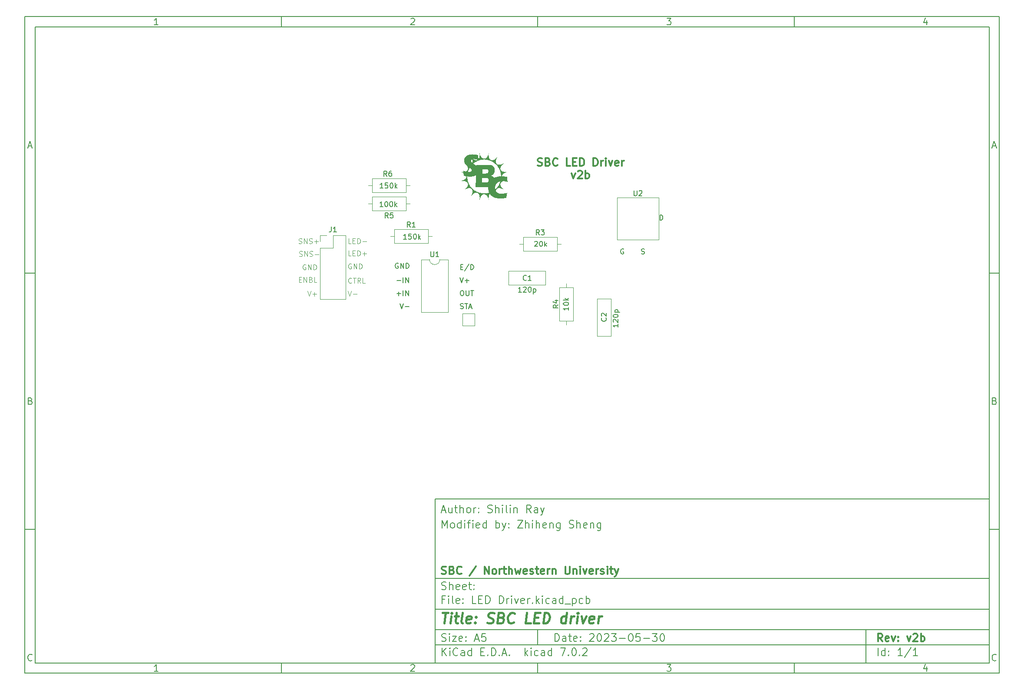
<source format=gto>
%TF.GenerationSoftware,KiCad,Pcbnew,7.0.2*%
%TF.CreationDate,2023-05-31T10:27:28-05:00*%
%TF.ProjectId,LED Driver,4c454420-4472-4697-9665-722e6b696361,v2b*%
%TF.SameCoordinates,Original*%
%TF.FileFunction,Legend,Top*%
%TF.FilePolarity,Positive*%
%FSLAX46Y46*%
G04 Gerber Fmt 4.6, Leading zero omitted, Abs format (unit mm)*
G04 Created by KiCad (PCBNEW 7.0.2) date 2023-05-31 10:27:28*
%MOMM*%
%LPD*%
G01*
G04 APERTURE LIST*
%ADD10C,0.100000*%
%ADD11C,0.150000*%
%ADD12C,0.300000*%
%ADD13C,0.400000*%
%ADD14C,0.120000*%
G04 APERTURE END LIST*
D10*
D11*
X90007200Y-104005800D02*
X198007200Y-104005800D01*
X198007200Y-136005800D01*
X90007200Y-136005800D01*
X90007200Y-104005800D01*
D10*
D11*
X10000000Y-10000000D02*
X200007200Y-10000000D01*
X200007200Y-138005800D01*
X10000000Y-138005800D01*
X10000000Y-10000000D01*
D10*
D11*
X12000000Y-12000000D02*
X198007200Y-12000000D01*
X198007200Y-136005800D01*
X12000000Y-136005800D01*
X12000000Y-12000000D01*
D10*
D11*
X60000000Y-12000000D02*
X60000000Y-10000000D01*
D10*
D11*
X110000000Y-12000000D02*
X110000000Y-10000000D01*
D10*
D11*
X160000000Y-12000000D02*
X160000000Y-10000000D01*
D10*
D11*
X35990476Y-11601404D02*
X35247619Y-11601404D01*
X35619047Y-11601404D02*
X35619047Y-10301404D01*
X35619047Y-10301404D02*
X35495238Y-10487119D01*
X35495238Y-10487119D02*
X35371428Y-10610928D01*
X35371428Y-10610928D02*
X35247619Y-10672833D01*
D10*
D11*
X85247619Y-10425214D02*
X85309523Y-10363309D01*
X85309523Y-10363309D02*
X85433333Y-10301404D01*
X85433333Y-10301404D02*
X85742857Y-10301404D01*
X85742857Y-10301404D02*
X85866666Y-10363309D01*
X85866666Y-10363309D02*
X85928571Y-10425214D01*
X85928571Y-10425214D02*
X85990476Y-10549023D01*
X85990476Y-10549023D02*
X85990476Y-10672833D01*
X85990476Y-10672833D02*
X85928571Y-10858547D01*
X85928571Y-10858547D02*
X85185714Y-11601404D01*
X85185714Y-11601404D02*
X85990476Y-11601404D01*
D10*
D11*
X135185714Y-10301404D02*
X135990476Y-10301404D01*
X135990476Y-10301404D02*
X135557142Y-10796642D01*
X135557142Y-10796642D02*
X135742857Y-10796642D01*
X135742857Y-10796642D02*
X135866666Y-10858547D01*
X135866666Y-10858547D02*
X135928571Y-10920452D01*
X135928571Y-10920452D02*
X135990476Y-11044261D01*
X135990476Y-11044261D02*
X135990476Y-11353785D01*
X135990476Y-11353785D02*
X135928571Y-11477595D01*
X135928571Y-11477595D02*
X135866666Y-11539500D01*
X135866666Y-11539500D02*
X135742857Y-11601404D01*
X135742857Y-11601404D02*
X135371428Y-11601404D01*
X135371428Y-11601404D02*
X135247619Y-11539500D01*
X135247619Y-11539500D02*
X135185714Y-11477595D01*
D10*
D11*
X185866666Y-10734738D02*
X185866666Y-11601404D01*
X185557142Y-10239500D02*
X185247619Y-11168071D01*
X185247619Y-11168071D02*
X186052380Y-11168071D01*
D10*
D11*
X60000000Y-136005800D02*
X60000000Y-138005800D01*
D10*
D11*
X110000000Y-136005800D02*
X110000000Y-138005800D01*
D10*
D11*
X160000000Y-136005800D02*
X160000000Y-138005800D01*
D10*
D11*
X35990476Y-137607204D02*
X35247619Y-137607204D01*
X35619047Y-137607204D02*
X35619047Y-136307204D01*
X35619047Y-136307204D02*
X35495238Y-136492919D01*
X35495238Y-136492919D02*
X35371428Y-136616728D01*
X35371428Y-136616728D02*
X35247619Y-136678633D01*
D10*
D11*
X85247619Y-136431014D02*
X85309523Y-136369109D01*
X85309523Y-136369109D02*
X85433333Y-136307204D01*
X85433333Y-136307204D02*
X85742857Y-136307204D01*
X85742857Y-136307204D02*
X85866666Y-136369109D01*
X85866666Y-136369109D02*
X85928571Y-136431014D01*
X85928571Y-136431014D02*
X85990476Y-136554823D01*
X85990476Y-136554823D02*
X85990476Y-136678633D01*
X85990476Y-136678633D02*
X85928571Y-136864347D01*
X85928571Y-136864347D02*
X85185714Y-137607204D01*
X85185714Y-137607204D02*
X85990476Y-137607204D01*
D10*
D11*
X135185714Y-136307204D02*
X135990476Y-136307204D01*
X135990476Y-136307204D02*
X135557142Y-136802442D01*
X135557142Y-136802442D02*
X135742857Y-136802442D01*
X135742857Y-136802442D02*
X135866666Y-136864347D01*
X135866666Y-136864347D02*
X135928571Y-136926252D01*
X135928571Y-136926252D02*
X135990476Y-137050061D01*
X135990476Y-137050061D02*
X135990476Y-137359585D01*
X135990476Y-137359585D02*
X135928571Y-137483395D01*
X135928571Y-137483395D02*
X135866666Y-137545300D01*
X135866666Y-137545300D02*
X135742857Y-137607204D01*
X135742857Y-137607204D02*
X135371428Y-137607204D01*
X135371428Y-137607204D02*
X135247619Y-137545300D01*
X135247619Y-137545300D02*
X135185714Y-137483395D01*
D10*
D11*
X185866666Y-136740538D02*
X185866666Y-137607204D01*
X185557142Y-136245300D02*
X185247619Y-137173871D01*
X185247619Y-137173871D02*
X186052380Y-137173871D01*
D10*
D11*
X10000000Y-60000000D02*
X12000000Y-60000000D01*
D10*
D11*
X10000000Y-110000000D02*
X12000000Y-110000000D01*
D10*
D11*
X10690476Y-35229976D02*
X11309523Y-35229976D01*
X10566666Y-35601404D02*
X10999999Y-34301404D01*
X10999999Y-34301404D02*
X11433333Y-35601404D01*
D10*
D11*
X11092857Y-84920452D02*
X11278571Y-84982357D01*
X11278571Y-84982357D02*
X11340476Y-85044261D01*
X11340476Y-85044261D02*
X11402380Y-85168071D01*
X11402380Y-85168071D02*
X11402380Y-85353785D01*
X11402380Y-85353785D02*
X11340476Y-85477595D01*
X11340476Y-85477595D02*
X11278571Y-85539500D01*
X11278571Y-85539500D02*
X11154761Y-85601404D01*
X11154761Y-85601404D02*
X10659523Y-85601404D01*
X10659523Y-85601404D02*
X10659523Y-84301404D01*
X10659523Y-84301404D02*
X11092857Y-84301404D01*
X11092857Y-84301404D02*
X11216666Y-84363309D01*
X11216666Y-84363309D02*
X11278571Y-84425214D01*
X11278571Y-84425214D02*
X11340476Y-84549023D01*
X11340476Y-84549023D02*
X11340476Y-84672833D01*
X11340476Y-84672833D02*
X11278571Y-84796642D01*
X11278571Y-84796642D02*
X11216666Y-84858547D01*
X11216666Y-84858547D02*
X11092857Y-84920452D01*
X11092857Y-84920452D02*
X10659523Y-84920452D01*
D10*
D11*
X11402380Y-135477595D02*
X11340476Y-135539500D01*
X11340476Y-135539500D02*
X11154761Y-135601404D01*
X11154761Y-135601404D02*
X11030952Y-135601404D01*
X11030952Y-135601404D02*
X10845238Y-135539500D01*
X10845238Y-135539500D02*
X10721428Y-135415690D01*
X10721428Y-135415690D02*
X10659523Y-135291880D01*
X10659523Y-135291880D02*
X10597619Y-135044261D01*
X10597619Y-135044261D02*
X10597619Y-134858547D01*
X10597619Y-134858547D02*
X10659523Y-134610928D01*
X10659523Y-134610928D02*
X10721428Y-134487119D01*
X10721428Y-134487119D02*
X10845238Y-134363309D01*
X10845238Y-134363309D02*
X11030952Y-134301404D01*
X11030952Y-134301404D02*
X11154761Y-134301404D01*
X11154761Y-134301404D02*
X11340476Y-134363309D01*
X11340476Y-134363309D02*
X11402380Y-134425214D01*
D10*
D11*
X200007200Y-60000000D02*
X198007200Y-60000000D01*
D10*
D11*
X200007200Y-110000000D02*
X198007200Y-110000000D01*
D10*
D11*
X198697676Y-35229976D02*
X199316723Y-35229976D01*
X198573866Y-35601404D02*
X199007199Y-34301404D01*
X199007199Y-34301404D02*
X199440533Y-35601404D01*
D10*
D11*
X199100057Y-84920452D02*
X199285771Y-84982357D01*
X199285771Y-84982357D02*
X199347676Y-85044261D01*
X199347676Y-85044261D02*
X199409580Y-85168071D01*
X199409580Y-85168071D02*
X199409580Y-85353785D01*
X199409580Y-85353785D02*
X199347676Y-85477595D01*
X199347676Y-85477595D02*
X199285771Y-85539500D01*
X199285771Y-85539500D02*
X199161961Y-85601404D01*
X199161961Y-85601404D02*
X198666723Y-85601404D01*
X198666723Y-85601404D02*
X198666723Y-84301404D01*
X198666723Y-84301404D02*
X199100057Y-84301404D01*
X199100057Y-84301404D02*
X199223866Y-84363309D01*
X199223866Y-84363309D02*
X199285771Y-84425214D01*
X199285771Y-84425214D02*
X199347676Y-84549023D01*
X199347676Y-84549023D02*
X199347676Y-84672833D01*
X199347676Y-84672833D02*
X199285771Y-84796642D01*
X199285771Y-84796642D02*
X199223866Y-84858547D01*
X199223866Y-84858547D02*
X199100057Y-84920452D01*
X199100057Y-84920452D02*
X198666723Y-84920452D01*
D10*
D11*
X199409580Y-135477595D02*
X199347676Y-135539500D01*
X199347676Y-135539500D02*
X199161961Y-135601404D01*
X199161961Y-135601404D02*
X199038152Y-135601404D01*
X199038152Y-135601404D02*
X198852438Y-135539500D01*
X198852438Y-135539500D02*
X198728628Y-135415690D01*
X198728628Y-135415690D02*
X198666723Y-135291880D01*
X198666723Y-135291880D02*
X198604819Y-135044261D01*
X198604819Y-135044261D02*
X198604819Y-134858547D01*
X198604819Y-134858547D02*
X198666723Y-134610928D01*
X198666723Y-134610928D02*
X198728628Y-134487119D01*
X198728628Y-134487119D02*
X198852438Y-134363309D01*
X198852438Y-134363309D02*
X199038152Y-134301404D01*
X199038152Y-134301404D02*
X199161961Y-134301404D01*
X199161961Y-134301404D02*
X199347676Y-134363309D01*
X199347676Y-134363309D02*
X199409580Y-134425214D01*
D10*
D11*
X113364342Y-131799728D02*
X113364342Y-130299728D01*
X113364342Y-130299728D02*
X113721485Y-130299728D01*
X113721485Y-130299728D02*
X113935771Y-130371157D01*
X113935771Y-130371157D02*
X114078628Y-130514014D01*
X114078628Y-130514014D02*
X114150057Y-130656871D01*
X114150057Y-130656871D02*
X114221485Y-130942585D01*
X114221485Y-130942585D02*
X114221485Y-131156871D01*
X114221485Y-131156871D02*
X114150057Y-131442585D01*
X114150057Y-131442585D02*
X114078628Y-131585442D01*
X114078628Y-131585442D02*
X113935771Y-131728300D01*
X113935771Y-131728300D02*
X113721485Y-131799728D01*
X113721485Y-131799728D02*
X113364342Y-131799728D01*
X115507200Y-131799728D02*
X115507200Y-131014014D01*
X115507200Y-131014014D02*
X115435771Y-130871157D01*
X115435771Y-130871157D02*
X115292914Y-130799728D01*
X115292914Y-130799728D02*
X115007200Y-130799728D01*
X115007200Y-130799728D02*
X114864342Y-130871157D01*
X115507200Y-131728300D02*
X115364342Y-131799728D01*
X115364342Y-131799728D02*
X115007200Y-131799728D01*
X115007200Y-131799728D02*
X114864342Y-131728300D01*
X114864342Y-131728300D02*
X114792914Y-131585442D01*
X114792914Y-131585442D02*
X114792914Y-131442585D01*
X114792914Y-131442585D02*
X114864342Y-131299728D01*
X114864342Y-131299728D02*
X115007200Y-131228300D01*
X115007200Y-131228300D02*
X115364342Y-131228300D01*
X115364342Y-131228300D02*
X115507200Y-131156871D01*
X116007200Y-130799728D02*
X116578628Y-130799728D01*
X116221485Y-130299728D02*
X116221485Y-131585442D01*
X116221485Y-131585442D02*
X116292914Y-131728300D01*
X116292914Y-131728300D02*
X116435771Y-131799728D01*
X116435771Y-131799728D02*
X116578628Y-131799728D01*
X117650057Y-131728300D02*
X117507200Y-131799728D01*
X117507200Y-131799728D02*
X117221486Y-131799728D01*
X117221486Y-131799728D02*
X117078628Y-131728300D01*
X117078628Y-131728300D02*
X117007200Y-131585442D01*
X117007200Y-131585442D02*
X117007200Y-131014014D01*
X117007200Y-131014014D02*
X117078628Y-130871157D01*
X117078628Y-130871157D02*
X117221486Y-130799728D01*
X117221486Y-130799728D02*
X117507200Y-130799728D01*
X117507200Y-130799728D02*
X117650057Y-130871157D01*
X117650057Y-130871157D02*
X117721486Y-131014014D01*
X117721486Y-131014014D02*
X117721486Y-131156871D01*
X117721486Y-131156871D02*
X117007200Y-131299728D01*
X118364342Y-131656871D02*
X118435771Y-131728300D01*
X118435771Y-131728300D02*
X118364342Y-131799728D01*
X118364342Y-131799728D02*
X118292914Y-131728300D01*
X118292914Y-131728300D02*
X118364342Y-131656871D01*
X118364342Y-131656871D02*
X118364342Y-131799728D01*
X118364342Y-130871157D02*
X118435771Y-130942585D01*
X118435771Y-130942585D02*
X118364342Y-131014014D01*
X118364342Y-131014014D02*
X118292914Y-130942585D01*
X118292914Y-130942585D02*
X118364342Y-130871157D01*
X118364342Y-130871157D02*
X118364342Y-131014014D01*
X120150057Y-130442585D02*
X120221485Y-130371157D01*
X120221485Y-130371157D02*
X120364343Y-130299728D01*
X120364343Y-130299728D02*
X120721485Y-130299728D01*
X120721485Y-130299728D02*
X120864343Y-130371157D01*
X120864343Y-130371157D02*
X120935771Y-130442585D01*
X120935771Y-130442585D02*
X121007200Y-130585442D01*
X121007200Y-130585442D02*
X121007200Y-130728300D01*
X121007200Y-130728300D02*
X120935771Y-130942585D01*
X120935771Y-130942585D02*
X120078628Y-131799728D01*
X120078628Y-131799728D02*
X121007200Y-131799728D01*
X121935771Y-130299728D02*
X122078628Y-130299728D01*
X122078628Y-130299728D02*
X122221485Y-130371157D01*
X122221485Y-130371157D02*
X122292914Y-130442585D01*
X122292914Y-130442585D02*
X122364342Y-130585442D01*
X122364342Y-130585442D02*
X122435771Y-130871157D01*
X122435771Y-130871157D02*
X122435771Y-131228300D01*
X122435771Y-131228300D02*
X122364342Y-131514014D01*
X122364342Y-131514014D02*
X122292914Y-131656871D01*
X122292914Y-131656871D02*
X122221485Y-131728300D01*
X122221485Y-131728300D02*
X122078628Y-131799728D01*
X122078628Y-131799728D02*
X121935771Y-131799728D01*
X121935771Y-131799728D02*
X121792914Y-131728300D01*
X121792914Y-131728300D02*
X121721485Y-131656871D01*
X121721485Y-131656871D02*
X121650056Y-131514014D01*
X121650056Y-131514014D02*
X121578628Y-131228300D01*
X121578628Y-131228300D02*
X121578628Y-130871157D01*
X121578628Y-130871157D02*
X121650056Y-130585442D01*
X121650056Y-130585442D02*
X121721485Y-130442585D01*
X121721485Y-130442585D02*
X121792914Y-130371157D01*
X121792914Y-130371157D02*
X121935771Y-130299728D01*
X123007199Y-130442585D02*
X123078627Y-130371157D01*
X123078627Y-130371157D02*
X123221485Y-130299728D01*
X123221485Y-130299728D02*
X123578627Y-130299728D01*
X123578627Y-130299728D02*
X123721485Y-130371157D01*
X123721485Y-130371157D02*
X123792913Y-130442585D01*
X123792913Y-130442585D02*
X123864342Y-130585442D01*
X123864342Y-130585442D02*
X123864342Y-130728300D01*
X123864342Y-130728300D02*
X123792913Y-130942585D01*
X123792913Y-130942585D02*
X122935770Y-131799728D01*
X122935770Y-131799728D02*
X123864342Y-131799728D01*
X124364341Y-130299728D02*
X125292913Y-130299728D01*
X125292913Y-130299728D02*
X124792913Y-130871157D01*
X124792913Y-130871157D02*
X125007198Y-130871157D01*
X125007198Y-130871157D02*
X125150056Y-130942585D01*
X125150056Y-130942585D02*
X125221484Y-131014014D01*
X125221484Y-131014014D02*
X125292913Y-131156871D01*
X125292913Y-131156871D02*
X125292913Y-131514014D01*
X125292913Y-131514014D02*
X125221484Y-131656871D01*
X125221484Y-131656871D02*
X125150056Y-131728300D01*
X125150056Y-131728300D02*
X125007198Y-131799728D01*
X125007198Y-131799728D02*
X124578627Y-131799728D01*
X124578627Y-131799728D02*
X124435770Y-131728300D01*
X124435770Y-131728300D02*
X124364341Y-131656871D01*
X125935769Y-131228300D02*
X127078627Y-131228300D01*
X128078627Y-130299728D02*
X128221484Y-130299728D01*
X128221484Y-130299728D02*
X128364341Y-130371157D01*
X128364341Y-130371157D02*
X128435770Y-130442585D01*
X128435770Y-130442585D02*
X128507198Y-130585442D01*
X128507198Y-130585442D02*
X128578627Y-130871157D01*
X128578627Y-130871157D02*
X128578627Y-131228300D01*
X128578627Y-131228300D02*
X128507198Y-131514014D01*
X128507198Y-131514014D02*
X128435770Y-131656871D01*
X128435770Y-131656871D02*
X128364341Y-131728300D01*
X128364341Y-131728300D02*
X128221484Y-131799728D01*
X128221484Y-131799728D02*
X128078627Y-131799728D01*
X128078627Y-131799728D02*
X127935770Y-131728300D01*
X127935770Y-131728300D02*
X127864341Y-131656871D01*
X127864341Y-131656871D02*
X127792912Y-131514014D01*
X127792912Y-131514014D02*
X127721484Y-131228300D01*
X127721484Y-131228300D02*
X127721484Y-130871157D01*
X127721484Y-130871157D02*
X127792912Y-130585442D01*
X127792912Y-130585442D02*
X127864341Y-130442585D01*
X127864341Y-130442585D02*
X127935770Y-130371157D01*
X127935770Y-130371157D02*
X128078627Y-130299728D01*
X129935769Y-130299728D02*
X129221483Y-130299728D01*
X129221483Y-130299728D02*
X129150055Y-131014014D01*
X129150055Y-131014014D02*
X129221483Y-130942585D01*
X129221483Y-130942585D02*
X129364341Y-130871157D01*
X129364341Y-130871157D02*
X129721483Y-130871157D01*
X129721483Y-130871157D02*
X129864341Y-130942585D01*
X129864341Y-130942585D02*
X129935769Y-131014014D01*
X129935769Y-131014014D02*
X130007198Y-131156871D01*
X130007198Y-131156871D02*
X130007198Y-131514014D01*
X130007198Y-131514014D02*
X129935769Y-131656871D01*
X129935769Y-131656871D02*
X129864341Y-131728300D01*
X129864341Y-131728300D02*
X129721483Y-131799728D01*
X129721483Y-131799728D02*
X129364341Y-131799728D01*
X129364341Y-131799728D02*
X129221483Y-131728300D01*
X129221483Y-131728300D02*
X129150055Y-131656871D01*
X130650054Y-131228300D02*
X131792912Y-131228300D01*
X132364340Y-130299728D02*
X133292912Y-130299728D01*
X133292912Y-130299728D02*
X132792912Y-130871157D01*
X132792912Y-130871157D02*
X133007197Y-130871157D01*
X133007197Y-130871157D02*
X133150055Y-130942585D01*
X133150055Y-130942585D02*
X133221483Y-131014014D01*
X133221483Y-131014014D02*
X133292912Y-131156871D01*
X133292912Y-131156871D02*
X133292912Y-131514014D01*
X133292912Y-131514014D02*
X133221483Y-131656871D01*
X133221483Y-131656871D02*
X133150055Y-131728300D01*
X133150055Y-131728300D02*
X133007197Y-131799728D01*
X133007197Y-131799728D02*
X132578626Y-131799728D01*
X132578626Y-131799728D02*
X132435769Y-131728300D01*
X132435769Y-131728300D02*
X132364340Y-131656871D01*
X134221483Y-130299728D02*
X134364340Y-130299728D01*
X134364340Y-130299728D02*
X134507197Y-130371157D01*
X134507197Y-130371157D02*
X134578626Y-130442585D01*
X134578626Y-130442585D02*
X134650054Y-130585442D01*
X134650054Y-130585442D02*
X134721483Y-130871157D01*
X134721483Y-130871157D02*
X134721483Y-131228300D01*
X134721483Y-131228300D02*
X134650054Y-131514014D01*
X134650054Y-131514014D02*
X134578626Y-131656871D01*
X134578626Y-131656871D02*
X134507197Y-131728300D01*
X134507197Y-131728300D02*
X134364340Y-131799728D01*
X134364340Y-131799728D02*
X134221483Y-131799728D01*
X134221483Y-131799728D02*
X134078626Y-131728300D01*
X134078626Y-131728300D02*
X134007197Y-131656871D01*
X134007197Y-131656871D02*
X133935768Y-131514014D01*
X133935768Y-131514014D02*
X133864340Y-131228300D01*
X133864340Y-131228300D02*
X133864340Y-130871157D01*
X133864340Y-130871157D02*
X133935768Y-130585442D01*
X133935768Y-130585442D02*
X134007197Y-130442585D01*
X134007197Y-130442585D02*
X134078626Y-130371157D01*
X134078626Y-130371157D02*
X134221483Y-130299728D01*
D10*
D11*
X90007200Y-132505800D02*
X198007200Y-132505800D01*
D10*
D11*
X91364342Y-134599728D02*
X91364342Y-133099728D01*
X92221485Y-134599728D02*
X91578628Y-133742585D01*
X92221485Y-133099728D02*
X91364342Y-133956871D01*
X92864342Y-134599728D02*
X92864342Y-133599728D01*
X92864342Y-133099728D02*
X92792914Y-133171157D01*
X92792914Y-133171157D02*
X92864342Y-133242585D01*
X92864342Y-133242585D02*
X92935771Y-133171157D01*
X92935771Y-133171157D02*
X92864342Y-133099728D01*
X92864342Y-133099728D02*
X92864342Y-133242585D01*
X94435771Y-134456871D02*
X94364343Y-134528300D01*
X94364343Y-134528300D02*
X94150057Y-134599728D01*
X94150057Y-134599728D02*
X94007200Y-134599728D01*
X94007200Y-134599728D02*
X93792914Y-134528300D01*
X93792914Y-134528300D02*
X93650057Y-134385442D01*
X93650057Y-134385442D02*
X93578628Y-134242585D01*
X93578628Y-134242585D02*
X93507200Y-133956871D01*
X93507200Y-133956871D02*
X93507200Y-133742585D01*
X93507200Y-133742585D02*
X93578628Y-133456871D01*
X93578628Y-133456871D02*
X93650057Y-133314014D01*
X93650057Y-133314014D02*
X93792914Y-133171157D01*
X93792914Y-133171157D02*
X94007200Y-133099728D01*
X94007200Y-133099728D02*
X94150057Y-133099728D01*
X94150057Y-133099728D02*
X94364343Y-133171157D01*
X94364343Y-133171157D02*
X94435771Y-133242585D01*
X95721486Y-134599728D02*
X95721486Y-133814014D01*
X95721486Y-133814014D02*
X95650057Y-133671157D01*
X95650057Y-133671157D02*
X95507200Y-133599728D01*
X95507200Y-133599728D02*
X95221486Y-133599728D01*
X95221486Y-133599728D02*
X95078628Y-133671157D01*
X95721486Y-134528300D02*
X95578628Y-134599728D01*
X95578628Y-134599728D02*
X95221486Y-134599728D01*
X95221486Y-134599728D02*
X95078628Y-134528300D01*
X95078628Y-134528300D02*
X95007200Y-134385442D01*
X95007200Y-134385442D02*
X95007200Y-134242585D01*
X95007200Y-134242585D02*
X95078628Y-134099728D01*
X95078628Y-134099728D02*
X95221486Y-134028300D01*
X95221486Y-134028300D02*
X95578628Y-134028300D01*
X95578628Y-134028300D02*
X95721486Y-133956871D01*
X97078629Y-134599728D02*
X97078629Y-133099728D01*
X97078629Y-134528300D02*
X96935771Y-134599728D01*
X96935771Y-134599728D02*
X96650057Y-134599728D01*
X96650057Y-134599728D02*
X96507200Y-134528300D01*
X96507200Y-134528300D02*
X96435771Y-134456871D01*
X96435771Y-134456871D02*
X96364343Y-134314014D01*
X96364343Y-134314014D02*
X96364343Y-133885442D01*
X96364343Y-133885442D02*
X96435771Y-133742585D01*
X96435771Y-133742585D02*
X96507200Y-133671157D01*
X96507200Y-133671157D02*
X96650057Y-133599728D01*
X96650057Y-133599728D02*
X96935771Y-133599728D01*
X96935771Y-133599728D02*
X97078629Y-133671157D01*
X98935771Y-133814014D02*
X99435771Y-133814014D01*
X99650057Y-134599728D02*
X98935771Y-134599728D01*
X98935771Y-134599728D02*
X98935771Y-133099728D01*
X98935771Y-133099728D02*
X99650057Y-133099728D01*
X100292914Y-134456871D02*
X100364343Y-134528300D01*
X100364343Y-134528300D02*
X100292914Y-134599728D01*
X100292914Y-134599728D02*
X100221486Y-134528300D01*
X100221486Y-134528300D02*
X100292914Y-134456871D01*
X100292914Y-134456871D02*
X100292914Y-134599728D01*
X101007200Y-134599728D02*
X101007200Y-133099728D01*
X101007200Y-133099728D02*
X101364343Y-133099728D01*
X101364343Y-133099728D02*
X101578629Y-133171157D01*
X101578629Y-133171157D02*
X101721486Y-133314014D01*
X101721486Y-133314014D02*
X101792915Y-133456871D01*
X101792915Y-133456871D02*
X101864343Y-133742585D01*
X101864343Y-133742585D02*
X101864343Y-133956871D01*
X101864343Y-133956871D02*
X101792915Y-134242585D01*
X101792915Y-134242585D02*
X101721486Y-134385442D01*
X101721486Y-134385442D02*
X101578629Y-134528300D01*
X101578629Y-134528300D02*
X101364343Y-134599728D01*
X101364343Y-134599728D02*
X101007200Y-134599728D01*
X102507200Y-134456871D02*
X102578629Y-134528300D01*
X102578629Y-134528300D02*
X102507200Y-134599728D01*
X102507200Y-134599728D02*
X102435772Y-134528300D01*
X102435772Y-134528300D02*
X102507200Y-134456871D01*
X102507200Y-134456871D02*
X102507200Y-134599728D01*
X103150058Y-134171157D02*
X103864344Y-134171157D01*
X103007201Y-134599728D02*
X103507201Y-133099728D01*
X103507201Y-133099728D02*
X104007201Y-134599728D01*
X104507200Y-134456871D02*
X104578629Y-134528300D01*
X104578629Y-134528300D02*
X104507200Y-134599728D01*
X104507200Y-134599728D02*
X104435772Y-134528300D01*
X104435772Y-134528300D02*
X104507200Y-134456871D01*
X104507200Y-134456871D02*
X104507200Y-134599728D01*
X107507200Y-134599728D02*
X107507200Y-133099728D01*
X107650058Y-134028300D02*
X108078629Y-134599728D01*
X108078629Y-133599728D02*
X107507200Y-134171157D01*
X108721486Y-134599728D02*
X108721486Y-133599728D01*
X108721486Y-133099728D02*
X108650058Y-133171157D01*
X108650058Y-133171157D02*
X108721486Y-133242585D01*
X108721486Y-133242585D02*
X108792915Y-133171157D01*
X108792915Y-133171157D02*
X108721486Y-133099728D01*
X108721486Y-133099728D02*
X108721486Y-133242585D01*
X110078630Y-134528300D02*
X109935772Y-134599728D01*
X109935772Y-134599728D02*
X109650058Y-134599728D01*
X109650058Y-134599728D02*
X109507201Y-134528300D01*
X109507201Y-134528300D02*
X109435772Y-134456871D01*
X109435772Y-134456871D02*
X109364344Y-134314014D01*
X109364344Y-134314014D02*
X109364344Y-133885442D01*
X109364344Y-133885442D02*
X109435772Y-133742585D01*
X109435772Y-133742585D02*
X109507201Y-133671157D01*
X109507201Y-133671157D02*
X109650058Y-133599728D01*
X109650058Y-133599728D02*
X109935772Y-133599728D01*
X109935772Y-133599728D02*
X110078630Y-133671157D01*
X111364344Y-134599728D02*
X111364344Y-133814014D01*
X111364344Y-133814014D02*
X111292915Y-133671157D01*
X111292915Y-133671157D02*
X111150058Y-133599728D01*
X111150058Y-133599728D02*
X110864344Y-133599728D01*
X110864344Y-133599728D02*
X110721486Y-133671157D01*
X111364344Y-134528300D02*
X111221486Y-134599728D01*
X111221486Y-134599728D02*
X110864344Y-134599728D01*
X110864344Y-134599728D02*
X110721486Y-134528300D01*
X110721486Y-134528300D02*
X110650058Y-134385442D01*
X110650058Y-134385442D02*
X110650058Y-134242585D01*
X110650058Y-134242585D02*
X110721486Y-134099728D01*
X110721486Y-134099728D02*
X110864344Y-134028300D01*
X110864344Y-134028300D02*
X111221486Y-134028300D01*
X111221486Y-134028300D02*
X111364344Y-133956871D01*
X112721487Y-134599728D02*
X112721487Y-133099728D01*
X112721487Y-134528300D02*
X112578629Y-134599728D01*
X112578629Y-134599728D02*
X112292915Y-134599728D01*
X112292915Y-134599728D02*
X112150058Y-134528300D01*
X112150058Y-134528300D02*
X112078629Y-134456871D01*
X112078629Y-134456871D02*
X112007201Y-134314014D01*
X112007201Y-134314014D02*
X112007201Y-133885442D01*
X112007201Y-133885442D02*
X112078629Y-133742585D01*
X112078629Y-133742585D02*
X112150058Y-133671157D01*
X112150058Y-133671157D02*
X112292915Y-133599728D01*
X112292915Y-133599728D02*
X112578629Y-133599728D01*
X112578629Y-133599728D02*
X112721487Y-133671157D01*
X114435772Y-133099728D02*
X115435772Y-133099728D01*
X115435772Y-133099728D02*
X114792915Y-134599728D01*
X116007200Y-134456871D02*
X116078629Y-134528300D01*
X116078629Y-134528300D02*
X116007200Y-134599728D01*
X116007200Y-134599728D02*
X115935772Y-134528300D01*
X115935772Y-134528300D02*
X116007200Y-134456871D01*
X116007200Y-134456871D02*
X116007200Y-134599728D01*
X117007201Y-133099728D02*
X117150058Y-133099728D01*
X117150058Y-133099728D02*
X117292915Y-133171157D01*
X117292915Y-133171157D02*
X117364344Y-133242585D01*
X117364344Y-133242585D02*
X117435772Y-133385442D01*
X117435772Y-133385442D02*
X117507201Y-133671157D01*
X117507201Y-133671157D02*
X117507201Y-134028300D01*
X117507201Y-134028300D02*
X117435772Y-134314014D01*
X117435772Y-134314014D02*
X117364344Y-134456871D01*
X117364344Y-134456871D02*
X117292915Y-134528300D01*
X117292915Y-134528300D02*
X117150058Y-134599728D01*
X117150058Y-134599728D02*
X117007201Y-134599728D01*
X117007201Y-134599728D02*
X116864344Y-134528300D01*
X116864344Y-134528300D02*
X116792915Y-134456871D01*
X116792915Y-134456871D02*
X116721486Y-134314014D01*
X116721486Y-134314014D02*
X116650058Y-134028300D01*
X116650058Y-134028300D02*
X116650058Y-133671157D01*
X116650058Y-133671157D02*
X116721486Y-133385442D01*
X116721486Y-133385442D02*
X116792915Y-133242585D01*
X116792915Y-133242585D02*
X116864344Y-133171157D01*
X116864344Y-133171157D02*
X117007201Y-133099728D01*
X118150057Y-134456871D02*
X118221486Y-134528300D01*
X118221486Y-134528300D02*
X118150057Y-134599728D01*
X118150057Y-134599728D02*
X118078629Y-134528300D01*
X118078629Y-134528300D02*
X118150057Y-134456871D01*
X118150057Y-134456871D02*
X118150057Y-134599728D01*
X118792915Y-133242585D02*
X118864343Y-133171157D01*
X118864343Y-133171157D02*
X119007201Y-133099728D01*
X119007201Y-133099728D02*
X119364343Y-133099728D01*
X119364343Y-133099728D02*
X119507201Y-133171157D01*
X119507201Y-133171157D02*
X119578629Y-133242585D01*
X119578629Y-133242585D02*
X119650058Y-133385442D01*
X119650058Y-133385442D02*
X119650058Y-133528300D01*
X119650058Y-133528300D02*
X119578629Y-133742585D01*
X119578629Y-133742585D02*
X118721486Y-134599728D01*
X118721486Y-134599728D02*
X119650058Y-134599728D01*
D10*
D11*
X90007200Y-129505800D02*
X198007200Y-129505800D01*
D10*
D12*
X177221485Y-131799728D02*
X176721485Y-131085442D01*
X176364342Y-131799728D02*
X176364342Y-130299728D01*
X176364342Y-130299728D02*
X176935771Y-130299728D01*
X176935771Y-130299728D02*
X177078628Y-130371157D01*
X177078628Y-130371157D02*
X177150057Y-130442585D01*
X177150057Y-130442585D02*
X177221485Y-130585442D01*
X177221485Y-130585442D02*
X177221485Y-130799728D01*
X177221485Y-130799728D02*
X177150057Y-130942585D01*
X177150057Y-130942585D02*
X177078628Y-131014014D01*
X177078628Y-131014014D02*
X176935771Y-131085442D01*
X176935771Y-131085442D02*
X176364342Y-131085442D01*
X178435771Y-131728300D02*
X178292914Y-131799728D01*
X178292914Y-131799728D02*
X178007200Y-131799728D01*
X178007200Y-131799728D02*
X177864342Y-131728300D01*
X177864342Y-131728300D02*
X177792914Y-131585442D01*
X177792914Y-131585442D02*
X177792914Y-131014014D01*
X177792914Y-131014014D02*
X177864342Y-130871157D01*
X177864342Y-130871157D02*
X178007200Y-130799728D01*
X178007200Y-130799728D02*
X178292914Y-130799728D01*
X178292914Y-130799728D02*
X178435771Y-130871157D01*
X178435771Y-130871157D02*
X178507200Y-131014014D01*
X178507200Y-131014014D02*
X178507200Y-131156871D01*
X178507200Y-131156871D02*
X177792914Y-131299728D01*
X179007199Y-130799728D02*
X179364342Y-131799728D01*
X179364342Y-131799728D02*
X179721485Y-130799728D01*
X180292913Y-131656871D02*
X180364342Y-131728300D01*
X180364342Y-131728300D02*
X180292913Y-131799728D01*
X180292913Y-131799728D02*
X180221485Y-131728300D01*
X180221485Y-131728300D02*
X180292913Y-131656871D01*
X180292913Y-131656871D02*
X180292913Y-131799728D01*
X180292913Y-130871157D02*
X180364342Y-130942585D01*
X180364342Y-130942585D02*
X180292913Y-131014014D01*
X180292913Y-131014014D02*
X180221485Y-130942585D01*
X180221485Y-130942585D02*
X180292913Y-130871157D01*
X180292913Y-130871157D02*
X180292913Y-131014014D01*
X182007199Y-130799728D02*
X182364342Y-131799728D01*
X182364342Y-131799728D02*
X182721485Y-130799728D01*
X183221485Y-130442585D02*
X183292913Y-130371157D01*
X183292913Y-130371157D02*
X183435771Y-130299728D01*
X183435771Y-130299728D02*
X183792913Y-130299728D01*
X183792913Y-130299728D02*
X183935771Y-130371157D01*
X183935771Y-130371157D02*
X184007199Y-130442585D01*
X184007199Y-130442585D02*
X184078628Y-130585442D01*
X184078628Y-130585442D02*
X184078628Y-130728300D01*
X184078628Y-130728300D02*
X184007199Y-130942585D01*
X184007199Y-130942585D02*
X183150056Y-131799728D01*
X183150056Y-131799728D02*
X184078628Y-131799728D01*
X184721484Y-131799728D02*
X184721484Y-130299728D01*
X184721484Y-130871157D02*
X184864342Y-130799728D01*
X184864342Y-130799728D02*
X185150056Y-130799728D01*
X185150056Y-130799728D02*
X185292913Y-130871157D01*
X185292913Y-130871157D02*
X185364342Y-130942585D01*
X185364342Y-130942585D02*
X185435770Y-131085442D01*
X185435770Y-131085442D02*
X185435770Y-131514014D01*
X185435770Y-131514014D02*
X185364342Y-131656871D01*
X185364342Y-131656871D02*
X185292913Y-131728300D01*
X185292913Y-131728300D02*
X185150056Y-131799728D01*
X185150056Y-131799728D02*
X184864342Y-131799728D01*
X184864342Y-131799728D02*
X184721484Y-131728300D01*
D10*
D11*
X91292914Y-131728300D02*
X91507200Y-131799728D01*
X91507200Y-131799728D02*
X91864342Y-131799728D01*
X91864342Y-131799728D02*
X92007200Y-131728300D01*
X92007200Y-131728300D02*
X92078628Y-131656871D01*
X92078628Y-131656871D02*
X92150057Y-131514014D01*
X92150057Y-131514014D02*
X92150057Y-131371157D01*
X92150057Y-131371157D02*
X92078628Y-131228300D01*
X92078628Y-131228300D02*
X92007200Y-131156871D01*
X92007200Y-131156871D02*
X91864342Y-131085442D01*
X91864342Y-131085442D02*
X91578628Y-131014014D01*
X91578628Y-131014014D02*
X91435771Y-130942585D01*
X91435771Y-130942585D02*
X91364342Y-130871157D01*
X91364342Y-130871157D02*
X91292914Y-130728300D01*
X91292914Y-130728300D02*
X91292914Y-130585442D01*
X91292914Y-130585442D02*
X91364342Y-130442585D01*
X91364342Y-130442585D02*
X91435771Y-130371157D01*
X91435771Y-130371157D02*
X91578628Y-130299728D01*
X91578628Y-130299728D02*
X91935771Y-130299728D01*
X91935771Y-130299728D02*
X92150057Y-130371157D01*
X92792913Y-131799728D02*
X92792913Y-130799728D01*
X92792913Y-130299728D02*
X92721485Y-130371157D01*
X92721485Y-130371157D02*
X92792913Y-130442585D01*
X92792913Y-130442585D02*
X92864342Y-130371157D01*
X92864342Y-130371157D02*
X92792913Y-130299728D01*
X92792913Y-130299728D02*
X92792913Y-130442585D01*
X93364342Y-130799728D02*
X94150057Y-130799728D01*
X94150057Y-130799728D02*
X93364342Y-131799728D01*
X93364342Y-131799728D02*
X94150057Y-131799728D01*
X95292914Y-131728300D02*
X95150057Y-131799728D01*
X95150057Y-131799728D02*
X94864343Y-131799728D01*
X94864343Y-131799728D02*
X94721485Y-131728300D01*
X94721485Y-131728300D02*
X94650057Y-131585442D01*
X94650057Y-131585442D02*
X94650057Y-131014014D01*
X94650057Y-131014014D02*
X94721485Y-130871157D01*
X94721485Y-130871157D02*
X94864343Y-130799728D01*
X94864343Y-130799728D02*
X95150057Y-130799728D01*
X95150057Y-130799728D02*
X95292914Y-130871157D01*
X95292914Y-130871157D02*
X95364343Y-131014014D01*
X95364343Y-131014014D02*
X95364343Y-131156871D01*
X95364343Y-131156871D02*
X94650057Y-131299728D01*
X96007199Y-131656871D02*
X96078628Y-131728300D01*
X96078628Y-131728300D02*
X96007199Y-131799728D01*
X96007199Y-131799728D02*
X95935771Y-131728300D01*
X95935771Y-131728300D02*
X96007199Y-131656871D01*
X96007199Y-131656871D02*
X96007199Y-131799728D01*
X96007199Y-130871157D02*
X96078628Y-130942585D01*
X96078628Y-130942585D02*
X96007199Y-131014014D01*
X96007199Y-131014014D02*
X95935771Y-130942585D01*
X95935771Y-130942585D02*
X96007199Y-130871157D01*
X96007199Y-130871157D02*
X96007199Y-131014014D01*
X97792914Y-131371157D02*
X98507200Y-131371157D01*
X97650057Y-131799728D02*
X98150057Y-130299728D01*
X98150057Y-130299728D02*
X98650057Y-131799728D01*
X99864342Y-130299728D02*
X99150056Y-130299728D01*
X99150056Y-130299728D02*
X99078628Y-131014014D01*
X99078628Y-131014014D02*
X99150056Y-130942585D01*
X99150056Y-130942585D02*
X99292914Y-130871157D01*
X99292914Y-130871157D02*
X99650056Y-130871157D01*
X99650056Y-130871157D02*
X99792914Y-130942585D01*
X99792914Y-130942585D02*
X99864342Y-131014014D01*
X99864342Y-131014014D02*
X99935771Y-131156871D01*
X99935771Y-131156871D02*
X99935771Y-131514014D01*
X99935771Y-131514014D02*
X99864342Y-131656871D01*
X99864342Y-131656871D02*
X99792914Y-131728300D01*
X99792914Y-131728300D02*
X99650056Y-131799728D01*
X99650056Y-131799728D02*
X99292914Y-131799728D01*
X99292914Y-131799728D02*
X99150056Y-131728300D01*
X99150056Y-131728300D02*
X99078628Y-131656871D01*
D10*
D11*
X176364342Y-134599728D02*
X176364342Y-133099728D01*
X177721486Y-134599728D02*
X177721486Y-133099728D01*
X177721486Y-134528300D02*
X177578628Y-134599728D01*
X177578628Y-134599728D02*
X177292914Y-134599728D01*
X177292914Y-134599728D02*
X177150057Y-134528300D01*
X177150057Y-134528300D02*
X177078628Y-134456871D01*
X177078628Y-134456871D02*
X177007200Y-134314014D01*
X177007200Y-134314014D02*
X177007200Y-133885442D01*
X177007200Y-133885442D02*
X177078628Y-133742585D01*
X177078628Y-133742585D02*
X177150057Y-133671157D01*
X177150057Y-133671157D02*
X177292914Y-133599728D01*
X177292914Y-133599728D02*
X177578628Y-133599728D01*
X177578628Y-133599728D02*
X177721486Y-133671157D01*
X178435771Y-134456871D02*
X178507200Y-134528300D01*
X178507200Y-134528300D02*
X178435771Y-134599728D01*
X178435771Y-134599728D02*
X178364343Y-134528300D01*
X178364343Y-134528300D02*
X178435771Y-134456871D01*
X178435771Y-134456871D02*
X178435771Y-134599728D01*
X178435771Y-133671157D02*
X178507200Y-133742585D01*
X178507200Y-133742585D02*
X178435771Y-133814014D01*
X178435771Y-133814014D02*
X178364343Y-133742585D01*
X178364343Y-133742585D02*
X178435771Y-133671157D01*
X178435771Y-133671157D02*
X178435771Y-133814014D01*
X181078629Y-134599728D02*
X180221486Y-134599728D01*
X180650057Y-134599728D02*
X180650057Y-133099728D01*
X180650057Y-133099728D02*
X180507200Y-133314014D01*
X180507200Y-133314014D02*
X180364343Y-133456871D01*
X180364343Y-133456871D02*
X180221486Y-133528300D01*
X182792914Y-133028300D02*
X181507200Y-134956871D01*
X184078629Y-134599728D02*
X183221486Y-134599728D01*
X183650057Y-134599728D02*
X183650057Y-133099728D01*
X183650057Y-133099728D02*
X183507200Y-133314014D01*
X183507200Y-133314014D02*
X183364343Y-133456871D01*
X183364343Y-133456871D02*
X183221486Y-133528300D01*
D10*
D11*
X90007200Y-125505800D02*
X198007200Y-125505800D01*
D10*
D13*
X91435771Y-126231038D02*
X92578628Y-126231038D01*
X91757200Y-128231038D02*
X92007200Y-126231038D01*
X92983390Y-128231038D02*
X93150057Y-126897704D01*
X93233390Y-126231038D02*
X93126247Y-126326276D01*
X93126247Y-126326276D02*
X93209581Y-126421514D01*
X93209581Y-126421514D02*
X93316724Y-126326276D01*
X93316724Y-126326276D02*
X93233390Y-126231038D01*
X93233390Y-126231038D02*
X93209581Y-126421514D01*
X93804819Y-126897704D02*
X94566723Y-126897704D01*
X94173866Y-126231038D02*
X93959581Y-127945323D01*
X93959581Y-127945323D02*
X94031009Y-128135800D01*
X94031009Y-128135800D02*
X94209581Y-128231038D01*
X94209581Y-128231038D02*
X94400057Y-128231038D01*
X95340533Y-128231038D02*
X95161961Y-128135800D01*
X95161961Y-128135800D02*
X95090533Y-127945323D01*
X95090533Y-127945323D02*
X95304818Y-126231038D01*
X96864342Y-128135800D02*
X96661961Y-128231038D01*
X96661961Y-128231038D02*
X96281008Y-128231038D01*
X96281008Y-128231038D02*
X96102437Y-128135800D01*
X96102437Y-128135800D02*
X96031008Y-127945323D01*
X96031008Y-127945323D02*
X96126247Y-127183419D01*
X96126247Y-127183419D02*
X96245294Y-126992942D01*
X96245294Y-126992942D02*
X96447675Y-126897704D01*
X96447675Y-126897704D02*
X96828627Y-126897704D01*
X96828627Y-126897704D02*
X97007199Y-126992942D01*
X97007199Y-126992942D02*
X97078627Y-127183419D01*
X97078627Y-127183419D02*
X97054818Y-127373895D01*
X97054818Y-127373895D02*
X96078627Y-127564371D01*
X97816723Y-128040561D02*
X97900056Y-128135800D01*
X97900056Y-128135800D02*
X97792913Y-128231038D01*
X97792913Y-128231038D02*
X97709580Y-128135800D01*
X97709580Y-128135800D02*
X97816723Y-128040561D01*
X97816723Y-128040561D02*
X97792913Y-128231038D01*
X97947675Y-126992942D02*
X98031008Y-127088180D01*
X98031008Y-127088180D02*
X97923866Y-127183419D01*
X97923866Y-127183419D02*
X97840532Y-127088180D01*
X97840532Y-127088180D02*
X97947675Y-126992942D01*
X97947675Y-126992942D02*
X97923866Y-127183419D01*
X100173866Y-128135800D02*
X100447675Y-128231038D01*
X100447675Y-128231038D02*
X100923866Y-128231038D01*
X100923866Y-128231038D02*
X101126247Y-128135800D01*
X101126247Y-128135800D02*
X101233390Y-128040561D01*
X101233390Y-128040561D02*
X101352437Y-127850085D01*
X101352437Y-127850085D02*
X101376247Y-127659609D01*
X101376247Y-127659609D02*
X101304818Y-127469133D01*
X101304818Y-127469133D02*
X101221485Y-127373895D01*
X101221485Y-127373895D02*
X101042914Y-127278657D01*
X101042914Y-127278657D02*
X100673866Y-127183419D01*
X100673866Y-127183419D02*
X100495294Y-127088180D01*
X100495294Y-127088180D02*
X100411961Y-126992942D01*
X100411961Y-126992942D02*
X100340533Y-126802466D01*
X100340533Y-126802466D02*
X100364342Y-126611990D01*
X100364342Y-126611990D02*
X100483390Y-126421514D01*
X100483390Y-126421514D02*
X100590533Y-126326276D01*
X100590533Y-126326276D02*
X100792914Y-126231038D01*
X100792914Y-126231038D02*
X101269104Y-126231038D01*
X101269104Y-126231038D02*
X101542914Y-126326276D01*
X102947675Y-127183419D02*
X103221485Y-127278657D01*
X103221485Y-127278657D02*
X103304818Y-127373895D01*
X103304818Y-127373895D02*
X103376247Y-127564371D01*
X103376247Y-127564371D02*
X103340532Y-127850085D01*
X103340532Y-127850085D02*
X103221485Y-128040561D01*
X103221485Y-128040561D02*
X103114342Y-128135800D01*
X103114342Y-128135800D02*
X102911961Y-128231038D01*
X102911961Y-128231038D02*
X102150056Y-128231038D01*
X102150056Y-128231038D02*
X102400056Y-126231038D01*
X102400056Y-126231038D02*
X103066723Y-126231038D01*
X103066723Y-126231038D02*
X103245294Y-126326276D01*
X103245294Y-126326276D02*
X103328628Y-126421514D01*
X103328628Y-126421514D02*
X103400056Y-126611990D01*
X103400056Y-126611990D02*
X103376247Y-126802466D01*
X103376247Y-126802466D02*
X103257199Y-126992942D01*
X103257199Y-126992942D02*
X103150056Y-127088180D01*
X103150056Y-127088180D02*
X102947675Y-127183419D01*
X102947675Y-127183419D02*
X102281009Y-127183419D01*
X105304818Y-128040561D02*
X105197675Y-128135800D01*
X105197675Y-128135800D02*
X104900056Y-128231038D01*
X104900056Y-128231038D02*
X104709580Y-128231038D01*
X104709580Y-128231038D02*
X104435770Y-128135800D01*
X104435770Y-128135800D02*
X104269104Y-127945323D01*
X104269104Y-127945323D02*
X104197675Y-127754847D01*
X104197675Y-127754847D02*
X104150056Y-127373895D01*
X104150056Y-127373895D02*
X104185770Y-127088180D01*
X104185770Y-127088180D02*
X104328627Y-126707228D01*
X104328627Y-126707228D02*
X104447675Y-126516752D01*
X104447675Y-126516752D02*
X104661961Y-126326276D01*
X104661961Y-126326276D02*
X104959580Y-126231038D01*
X104959580Y-126231038D02*
X105150056Y-126231038D01*
X105150056Y-126231038D02*
X105423866Y-126326276D01*
X105423866Y-126326276D02*
X105507199Y-126421514D01*
X108602437Y-128231038D02*
X107650056Y-128231038D01*
X107650056Y-128231038D02*
X107900056Y-126231038D01*
X109388152Y-127183419D02*
X110054818Y-127183419D01*
X110209580Y-128231038D02*
X109257199Y-128231038D01*
X109257199Y-128231038D02*
X109507199Y-126231038D01*
X109507199Y-126231038D02*
X110459580Y-126231038D01*
X111054818Y-128231038D02*
X111304818Y-126231038D01*
X111304818Y-126231038D02*
X111781009Y-126231038D01*
X111781009Y-126231038D02*
X112054818Y-126326276D01*
X112054818Y-126326276D02*
X112221485Y-126516752D01*
X112221485Y-126516752D02*
X112292913Y-126707228D01*
X112292913Y-126707228D02*
X112340533Y-127088180D01*
X112340533Y-127088180D02*
X112304818Y-127373895D01*
X112304818Y-127373895D02*
X112161961Y-127754847D01*
X112161961Y-127754847D02*
X112042913Y-127945323D01*
X112042913Y-127945323D02*
X111828628Y-128135800D01*
X111828628Y-128135800D02*
X111531009Y-128231038D01*
X111531009Y-128231038D02*
X111054818Y-128231038D01*
X115423866Y-128231038D02*
X115673866Y-126231038D01*
X115435771Y-128135800D02*
X115233390Y-128231038D01*
X115233390Y-128231038D02*
X114852438Y-128231038D01*
X114852438Y-128231038D02*
X114673866Y-128135800D01*
X114673866Y-128135800D02*
X114590533Y-128040561D01*
X114590533Y-128040561D02*
X114519104Y-127850085D01*
X114519104Y-127850085D02*
X114590533Y-127278657D01*
X114590533Y-127278657D02*
X114709580Y-127088180D01*
X114709580Y-127088180D02*
X114816723Y-126992942D01*
X114816723Y-126992942D02*
X115019104Y-126897704D01*
X115019104Y-126897704D02*
X115400057Y-126897704D01*
X115400057Y-126897704D02*
X115578628Y-126992942D01*
X116364342Y-128231038D02*
X116531009Y-126897704D01*
X116483390Y-127278657D02*
X116602437Y-127088180D01*
X116602437Y-127088180D02*
X116709580Y-126992942D01*
X116709580Y-126992942D02*
X116911961Y-126897704D01*
X116911961Y-126897704D02*
X117102437Y-126897704D01*
X117590532Y-128231038D02*
X117757199Y-126897704D01*
X117840532Y-126231038D02*
X117733389Y-126326276D01*
X117733389Y-126326276D02*
X117816723Y-126421514D01*
X117816723Y-126421514D02*
X117923866Y-126326276D01*
X117923866Y-126326276D02*
X117840532Y-126231038D01*
X117840532Y-126231038D02*
X117816723Y-126421514D01*
X118507199Y-126897704D02*
X118816723Y-128231038D01*
X118816723Y-128231038D02*
X119459580Y-126897704D01*
X120816723Y-128135800D02*
X120614342Y-128231038D01*
X120614342Y-128231038D02*
X120233389Y-128231038D01*
X120233389Y-128231038D02*
X120054818Y-128135800D01*
X120054818Y-128135800D02*
X119983389Y-127945323D01*
X119983389Y-127945323D02*
X120078628Y-127183419D01*
X120078628Y-127183419D02*
X120197675Y-126992942D01*
X120197675Y-126992942D02*
X120400056Y-126897704D01*
X120400056Y-126897704D02*
X120781008Y-126897704D01*
X120781008Y-126897704D02*
X120959580Y-126992942D01*
X120959580Y-126992942D02*
X121031008Y-127183419D01*
X121031008Y-127183419D02*
X121007199Y-127373895D01*
X121007199Y-127373895D02*
X120031008Y-127564371D01*
X121745294Y-128231038D02*
X121911961Y-126897704D01*
X121864342Y-127278657D02*
X121983389Y-127088180D01*
X121983389Y-127088180D02*
X122090532Y-126992942D01*
X122090532Y-126992942D02*
X122292913Y-126897704D01*
X122292913Y-126897704D02*
X122483389Y-126897704D01*
D10*
D11*
X91864342Y-123614014D02*
X91364342Y-123614014D01*
X91364342Y-124399728D02*
X91364342Y-122899728D01*
X91364342Y-122899728D02*
X92078628Y-122899728D01*
X92650056Y-124399728D02*
X92650056Y-123399728D01*
X92650056Y-122899728D02*
X92578628Y-122971157D01*
X92578628Y-122971157D02*
X92650056Y-123042585D01*
X92650056Y-123042585D02*
X92721485Y-122971157D01*
X92721485Y-122971157D02*
X92650056Y-122899728D01*
X92650056Y-122899728D02*
X92650056Y-123042585D01*
X93578628Y-124399728D02*
X93435771Y-124328300D01*
X93435771Y-124328300D02*
X93364342Y-124185442D01*
X93364342Y-124185442D02*
X93364342Y-122899728D01*
X94721485Y-124328300D02*
X94578628Y-124399728D01*
X94578628Y-124399728D02*
X94292914Y-124399728D01*
X94292914Y-124399728D02*
X94150056Y-124328300D01*
X94150056Y-124328300D02*
X94078628Y-124185442D01*
X94078628Y-124185442D02*
X94078628Y-123614014D01*
X94078628Y-123614014D02*
X94150056Y-123471157D01*
X94150056Y-123471157D02*
X94292914Y-123399728D01*
X94292914Y-123399728D02*
X94578628Y-123399728D01*
X94578628Y-123399728D02*
X94721485Y-123471157D01*
X94721485Y-123471157D02*
X94792914Y-123614014D01*
X94792914Y-123614014D02*
X94792914Y-123756871D01*
X94792914Y-123756871D02*
X94078628Y-123899728D01*
X95435770Y-124256871D02*
X95507199Y-124328300D01*
X95507199Y-124328300D02*
X95435770Y-124399728D01*
X95435770Y-124399728D02*
X95364342Y-124328300D01*
X95364342Y-124328300D02*
X95435770Y-124256871D01*
X95435770Y-124256871D02*
X95435770Y-124399728D01*
X95435770Y-123471157D02*
X95507199Y-123542585D01*
X95507199Y-123542585D02*
X95435770Y-123614014D01*
X95435770Y-123614014D02*
X95364342Y-123542585D01*
X95364342Y-123542585D02*
X95435770Y-123471157D01*
X95435770Y-123471157D02*
X95435770Y-123614014D01*
X98007199Y-124399728D02*
X97292913Y-124399728D01*
X97292913Y-124399728D02*
X97292913Y-122899728D01*
X98507199Y-123614014D02*
X99007199Y-123614014D01*
X99221485Y-124399728D02*
X98507199Y-124399728D01*
X98507199Y-124399728D02*
X98507199Y-122899728D01*
X98507199Y-122899728D02*
X99221485Y-122899728D01*
X99864342Y-124399728D02*
X99864342Y-122899728D01*
X99864342Y-122899728D02*
X100221485Y-122899728D01*
X100221485Y-122899728D02*
X100435771Y-122971157D01*
X100435771Y-122971157D02*
X100578628Y-123114014D01*
X100578628Y-123114014D02*
X100650057Y-123256871D01*
X100650057Y-123256871D02*
X100721485Y-123542585D01*
X100721485Y-123542585D02*
X100721485Y-123756871D01*
X100721485Y-123756871D02*
X100650057Y-124042585D01*
X100650057Y-124042585D02*
X100578628Y-124185442D01*
X100578628Y-124185442D02*
X100435771Y-124328300D01*
X100435771Y-124328300D02*
X100221485Y-124399728D01*
X100221485Y-124399728D02*
X99864342Y-124399728D01*
X102507199Y-124399728D02*
X102507199Y-122899728D01*
X102507199Y-122899728D02*
X102864342Y-122899728D01*
X102864342Y-122899728D02*
X103078628Y-122971157D01*
X103078628Y-122971157D02*
X103221485Y-123114014D01*
X103221485Y-123114014D02*
X103292914Y-123256871D01*
X103292914Y-123256871D02*
X103364342Y-123542585D01*
X103364342Y-123542585D02*
X103364342Y-123756871D01*
X103364342Y-123756871D02*
X103292914Y-124042585D01*
X103292914Y-124042585D02*
X103221485Y-124185442D01*
X103221485Y-124185442D02*
X103078628Y-124328300D01*
X103078628Y-124328300D02*
X102864342Y-124399728D01*
X102864342Y-124399728D02*
X102507199Y-124399728D01*
X104007199Y-124399728D02*
X104007199Y-123399728D01*
X104007199Y-123685442D02*
X104078628Y-123542585D01*
X104078628Y-123542585D02*
X104150057Y-123471157D01*
X104150057Y-123471157D02*
X104292914Y-123399728D01*
X104292914Y-123399728D02*
X104435771Y-123399728D01*
X104935770Y-124399728D02*
X104935770Y-123399728D01*
X104935770Y-122899728D02*
X104864342Y-122971157D01*
X104864342Y-122971157D02*
X104935770Y-123042585D01*
X104935770Y-123042585D02*
X105007199Y-122971157D01*
X105007199Y-122971157D02*
X104935770Y-122899728D01*
X104935770Y-122899728D02*
X104935770Y-123042585D01*
X105507199Y-123399728D02*
X105864342Y-124399728D01*
X105864342Y-124399728D02*
X106221485Y-123399728D01*
X107364342Y-124328300D02*
X107221485Y-124399728D01*
X107221485Y-124399728D02*
X106935771Y-124399728D01*
X106935771Y-124399728D02*
X106792913Y-124328300D01*
X106792913Y-124328300D02*
X106721485Y-124185442D01*
X106721485Y-124185442D02*
X106721485Y-123614014D01*
X106721485Y-123614014D02*
X106792913Y-123471157D01*
X106792913Y-123471157D02*
X106935771Y-123399728D01*
X106935771Y-123399728D02*
X107221485Y-123399728D01*
X107221485Y-123399728D02*
X107364342Y-123471157D01*
X107364342Y-123471157D02*
X107435771Y-123614014D01*
X107435771Y-123614014D02*
X107435771Y-123756871D01*
X107435771Y-123756871D02*
X106721485Y-123899728D01*
X108078627Y-124399728D02*
X108078627Y-123399728D01*
X108078627Y-123685442D02*
X108150056Y-123542585D01*
X108150056Y-123542585D02*
X108221485Y-123471157D01*
X108221485Y-123471157D02*
X108364342Y-123399728D01*
X108364342Y-123399728D02*
X108507199Y-123399728D01*
X109007198Y-124256871D02*
X109078627Y-124328300D01*
X109078627Y-124328300D02*
X109007198Y-124399728D01*
X109007198Y-124399728D02*
X108935770Y-124328300D01*
X108935770Y-124328300D02*
X109007198Y-124256871D01*
X109007198Y-124256871D02*
X109007198Y-124399728D01*
X109721484Y-124399728D02*
X109721484Y-122899728D01*
X109864342Y-123828300D02*
X110292913Y-124399728D01*
X110292913Y-123399728D02*
X109721484Y-123971157D01*
X110935770Y-124399728D02*
X110935770Y-123399728D01*
X110935770Y-122899728D02*
X110864342Y-122971157D01*
X110864342Y-122971157D02*
X110935770Y-123042585D01*
X110935770Y-123042585D02*
X111007199Y-122971157D01*
X111007199Y-122971157D02*
X110935770Y-122899728D01*
X110935770Y-122899728D02*
X110935770Y-123042585D01*
X112292914Y-124328300D02*
X112150056Y-124399728D01*
X112150056Y-124399728D02*
X111864342Y-124399728D01*
X111864342Y-124399728D02*
X111721485Y-124328300D01*
X111721485Y-124328300D02*
X111650056Y-124256871D01*
X111650056Y-124256871D02*
X111578628Y-124114014D01*
X111578628Y-124114014D02*
X111578628Y-123685442D01*
X111578628Y-123685442D02*
X111650056Y-123542585D01*
X111650056Y-123542585D02*
X111721485Y-123471157D01*
X111721485Y-123471157D02*
X111864342Y-123399728D01*
X111864342Y-123399728D02*
X112150056Y-123399728D01*
X112150056Y-123399728D02*
X112292914Y-123471157D01*
X113578628Y-124399728D02*
X113578628Y-123614014D01*
X113578628Y-123614014D02*
X113507199Y-123471157D01*
X113507199Y-123471157D02*
X113364342Y-123399728D01*
X113364342Y-123399728D02*
X113078628Y-123399728D01*
X113078628Y-123399728D02*
X112935770Y-123471157D01*
X113578628Y-124328300D02*
X113435770Y-124399728D01*
X113435770Y-124399728D02*
X113078628Y-124399728D01*
X113078628Y-124399728D02*
X112935770Y-124328300D01*
X112935770Y-124328300D02*
X112864342Y-124185442D01*
X112864342Y-124185442D02*
X112864342Y-124042585D01*
X112864342Y-124042585D02*
X112935770Y-123899728D01*
X112935770Y-123899728D02*
X113078628Y-123828300D01*
X113078628Y-123828300D02*
X113435770Y-123828300D01*
X113435770Y-123828300D02*
X113578628Y-123756871D01*
X114935771Y-124399728D02*
X114935771Y-122899728D01*
X114935771Y-124328300D02*
X114792913Y-124399728D01*
X114792913Y-124399728D02*
X114507199Y-124399728D01*
X114507199Y-124399728D02*
X114364342Y-124328300D01*
X114364342Y-124328300D02*
X114292913Y-124256871D01*
X114292913Y-124256871D02*
X114221485Y-124114014D01*
X114221485Y-124114014D02*
X114221485Y-123685442D01*
X114221485Y-123685442D02*
X114292913Y-123542585D01*
X114292913Y-123542585D02*
X114364342Y-123471157D01*
X114364342Y-123471157D02*
X114507199Y-123399728D01*
X114507199Y-123399728D02*
X114792913Y-123399728D01*
X114792913Y-123399728D02*
X114935771Y-123471157D01*
X115292914Y-124542585D02*
X116435771Y-124542585D01*
X116792913Y-123399728D02*
X116792913Y-124899728D01*
X116792913Y-123471157D02*
X116935771Y-123399728D01*
X116935771Y-123399728D02*
X117221485Y-123399728D01*
X117221485Y-123399728D02*
X117364342Y-123471157D01*
X117364342Y-123471157D02*
X117435771Y-123542585D01*
X117435771Y-123542585D02*
X117507199Y-123685442D01*
X117507199Y-123685442D02*
X117507199Y-124114014D01*
X117507199Y-124114014D02*
X117435771Y-124256871D01*
X117435771Y-124256871D02*
X117364342Y-124328300D01*
X117364342Y-124328300D02*
X117221485Y-124399728D01*
X117221485Y-124399728D02*
X116935771Y-124399728D01*
X116935771Y-124399728D02*
X116792913Y-124328300D01*
X118792914Y-124328300D02*
X118650056Y-124399728D01*
X118650056Y-124399728D02*
X118364342Y-124399728D01*
X118364342Y-124399728D02*
X118221485Y-124328300D01*
X118221485Y-124328300D02*
X118150056Y-124256871D01*
X118150056Y-124256871D02*
X118078628Y-124114014D01*
X118078628Y-124114014D02*
X118078628Y-123685442D01*
X118078628Y-123685442D02*
X118150056Y-123542585D01*
X118150056Y-123542585D02*
X118221485Y-123471157D01*
X118221485Y-123471157D02*
X118364342Y-123399728D01*
X118364342Y-123399728D02*
X118650056Y-123399728D01*
X118650056Y-123399728D02*
X118792914Y-123471157D01*
X119435770Y-124399728D02*
X119435770Y-122899728D01*
X119435770Y-123471157D02*
X119578628Y-123399728D01*
X119578628Y-123399728D02*
X119864342Y-123399728D01*
X119864342Y-123399728D02*
X120007199Y-123471157D01*
X120007199Y-123471157D02*
X120078628Y-123542585D01*
X120078628Y-123542585D02*
X120150056Y-123685442D01*
X120150056Y-123685442D02*
X120150056Y-124114014D01*
X120150056Y-124114014D02*
X120078628Y-124256871D01*
X120078628Y-124256871D02*
X120007199Y-124328300D01*
X120007199Y-124328300D02*
X119864342Y-124399728D01*
X119864342Y-124399728D02*
X119578628Y-124399728D01*
X119578628Y-124399728D02*
X119435770Y-124328300D01*
D10*
D11*
X90007200Y-119505800D02*
X198007200Y-119505800D01*
D10*
D11*
X91292914Y-121628300D02*
X91507200Y-121699728D01*
X91507200Y-121699728D02*
X91864342Y-121699728D01*
X91864342Y-121699728D02*
X92007200Y-121628300D01*
X92007200Y-121628300D02*
X92078628Y-121556871D01*
X92078628Y-121556871D02*
X92150057Y-121414014D01*
X92150057Y-121414014D02*
X92150057Y-121271157D01*
X92150057Y-121271157D02*
X92078628Y-121128300D01*
X92078628Y-121128300D02*
X92007200Y-121056871D01*
X92007200Y-121056871D02*
X91864342Y-120985442D01*
X91864342Y-120985442D02*
X91578628Y-120914014D01*
X91578628Y-120914014D02*
X91435771Y-120842585D01*
X91435771Y-120842585D02*
X91364342Y-120771157D01*
X91364342Y-120771157D02*
X91292914Y-120628300D01*
X91292914Y-120628300D02*
X91292914Y-120485442D01*
X91292914Y-120485442D02*
X91364342Y-120342585D01*
X91364342Y-120342585D02*
X91435771Y-120271157D01*
X91435771Y-120271157D02*
X91578628Y-120199728D01*
X91578628Y-120199728D02*
X91935771Y-120199728D01*
X91935771Y-120199728D02*
X92150057Y-120271157D01*
X92792913Y-121699728D02*
X92792913Y-120199728D01*
X93435771Y-121699728D02*
X93435771Y-120914014D01*
X93435771Y-120914014D02*
X93364342Y-120771157D01*
X93364342Y-120771157D02*
X93221485Y-120699728D01*
X93221485Y-120699728D02*
X93007199Y-120699728D01*
X93007199Y-120699728D02*
X92864342Y-120771157D01*
X92864342Y-120771157D02*
X92792913Y-120842585D01*
X94721485Y-121628300D02*
X94578628Y-121699728D01*
X94578628Y-121699728D02*
X94292914Y-121699728D01*
X94292914Y-121699728D02*
X94150056Y-121628300D01*
X94150056Y-121628300D02*
X94078628Y-121485442D01*
X94078628Y-121485442D02*
X94078628Y-120914014D01*
X94078628Y-120914014D02*
X94150056Y-120771157D01*
X94150056Y-120771157D02*
X94292914Y-120699728D01*
X94292914Y-120699728D02*
X94578628Y-120699728D01*
X94578628Y-120699728D02*
X94721485Y-120771157D01*
X94721485Y-120771157D02*
X94792914Y-120914014D01*
X94792914Y-120914014D02*
X94792914Y-121056871D01*
X94792914Y-121056871D02*
X94078628Y-121199728D01*
X96007199Y-121628300D02*
X95864342Y-121699728D01*
X95864342Y-121699728D02*
X95578628Y-121699728D01*
X95578628Y-121699728D02*
X95435770Y-121628300D01*
X95435770Y-121628300D02*
X95364342Y-121485442D01*
X95364342Y-121485442D02*
X95364342Y-120914014D01*
X95364342Y-120914014D02*
X95435770Y-120771157D01*
X95435770Y-120771157D02*
X95578628Y-120699728D01*
X95578628Y-120699728D02*
X95864342Y-120699728D01*
X95864342Y-120699728D02*
X96007199Y-120771157D01*
X96007199Y-120771157D02*
X96078628Y-120914014D01*
X96078628Y-120914014D02*
X96078628Y-121056871D01*
X96078628Y-121056871D02*
X95364342Y-121199728D01*
X96507199Y-120699728D02*
X97078627Y-120699728D01*
X96721484Y-120199728D02*
X96721484Y-121485442D01*
X96721484Y-121485442D02*
X96792913Y-121628300D01*
X96792913Y-121628300D02*
X96935770Y-121699728D01*
X96935770Y-121699728D02*
X97078627Y-121699728D01*
X97578627Y-121556871D02*
X97650056Y-121628300D01*
X97650056Y-121628300D02*
X97578627Y-121699728D01*
X97578627Y-121699728D02*
X97507199Y-121628300D01*
X97507199Y-121628300D02*
X97578627Y-121556871D01*
X97578627Y-121556871D02*
X97578627Y-121699728D01*
X97578627Y-120771157D02*
X97650056Y-120842585D01*
X97650056Y-120842585D02*
X97578627Y-120914014D01*
X97578627Y-120914014D02*
X97507199Y-120842585D01*
X97507199Y-120842585D02*
X97578627Y-120771157D01*
X97578627Y-120771157D02*
X97578627Y-120914014D01*
D10*
D12*
X91292914Y-118628300D02*
X91507200Y-118699728D01*
X91507200Y-118699728D02*
X91864342Y-118699728D01*
X91864342Y-118699728D02*
X92007200Y-118628300D01*
X92007200Y-118628300D02*
X92078628Y-118556871D01*
X92078628Y-118556871D02*
X92150057Y-118414014D01*
X92150057Y-118414014D02*
X92150057Y-118271157D01*
X92150057Y-118271157D02*
X92078628Y-118128300D01*
X92078628Y-118128300D02*
X92007200Y-118056871D01*
X92007200Y-118056871D02*
X91864342Y-117985442D01*
X91864342Y-117985442D02*
X91578628Y-117914014D01*
X91578628Y-117914014D02*
X91435771Y-117842585D01*
X91435771Y-117842585D02*
X91364342Y-117771157D01*
X91364342Y-117771157D02*
X91292914Y-117628300D01*
X91292914Y-117628300D02*
X91292914Y-117485442D01*
X91292914Y-117485442D02*
X91364342Y-117342585D01*
X91364342Y-117342585D02*
X91435771Y-117271157D01*
X91435771Y-117271157D02*
X91578628Y-117199728D01*
X91578628Y-117199728D02*
X91935771Y-117199728D01*
X91935771Y-117199728D02*
X92150057Y-117271157D01*
X93292913Y-117914014D02*
X93507199Y-117985442D01*
X93507199Y-117985442D02*
X93578628Y-118056871D01*
X93578628Y-118056871D02*
X93650056Y-118199728D01*
X93650056Y-118199728D02*
X93650056Y-118414014D01*
X93650056Y-118414014D02*
X93578628Y-118556871D01*
X93578628Y-118556871D02*
X93507199Y-118628300D01*
X93507199Y-118628300D02*
X93364342Y-118699728D01*
X93364342Y-118699728D02*
X92792913Y-118699728D01*
X92792913Y-118699728D02*
X92792913Y-117199728D01*
X92792913Y-117199728D02*
X93292913Y-117199728D01*
X93292913Y-117199728D02*
X93435771Y-117271157D01*
X93435771Y-117271157D02*
X93507199Y-117342585D01*
X93507199Y-117342585D02*
X93578628Y-117485442D01*
X93578628Y-117485442D02*
X93578628Y-117628300D01*
X93578628Y-117628300D02*
X93507199Y-117771157D01*
X93507199Y-117771157D02*
X93435771Y-117842585D01*
X93435771Y-117842585D02*
X93292913Y-117914014D01*
X93292913Y-117914014D02*
X92792913Y-117914014D01*
X95150056Y-118556871D02*
X95078628Y-118628300D01*
X95078628Y-118628300D02*
X94864342Y-118699728D01*
X94864342Y-118699728D02*
X94721485Y-118699728D01*
X94721485Y-118699728D02*
X94507199Y-118628300D01*
X94507199Y-118628300D02*
X94364342Y-118485442D01*
X94364342Y-118485442D02*
X94292913Y-118342585D01*
X94292913Y-118342585D02*
X94221485Y-118056871D01*
X94221485Y-118056871D02*
X94221485Y-117842585D01*
X94221485Y-117842585D02*
X94292913Y-117556871D01*
X94292913Y-117556871D02*
X94364342Y-117414014D01*
X94364342Y-117414014D02*
X94507199Y-117271157D01*
X94507199Y-117271157D02*
X94721485Y-117199728D01*
X94721485Y-117199728D02*
X94864342Y-117199728D01*
X94864342Y-117199728D02*
X95078628Y-117271157D01*
X95078628Y-117271157D02*
X95150056Y-117342585D01*
X98007199Y-117128300D02*
X96721485Y-119056871D01*
X99650056Y-118699728D02*
X99650056Y-117199728D01*
X99650056Y-117199728D02*
X100507199Y-118699728D01*
X100507199Y-118699728D02*
X100507199Y-117199728D01*
X101435771Y-118699728D02*
X101292914Y-118628300D01*
X101292914Y-118628300D02*
X101221485Y-118556871D01*
X101221485Y-118556871D02*
X101150057Y-118414014D01*
X101150057Y-118414014D02*
X101150057Y-117985442D01*
X101150057Y-117985442D02*
X101221485Y-117842585D01*
X101221485Y-117842585D02*
X101292914Y-117771157D01*
X101292914Y-117771157D02*
X101435771Y-117699728D01*
X101435771Y-117699728D02*
X101650057Y-117699728D01*
X101650057Y-117699728D02*
X101792914Y-117771157D01*
X101792914Y-117771157D02*
X101864343Y-117842585D01*
X101864343Y-117842585D02*
X101935771Y-117985442D01*
X101935771Y-117985442D02*
X101935771Y-118414014D01*
X101935771Y-118414014D02*
X101864343Y-118556871D01*
X101864343Y-118556871D02*
X101792914Y-118628300D01*
X101792914Y-118628300D02*
X101650057Y-118699728D01*
X101650057Y-118699728D02*
X101435771Y-118699728D01*
X102578628Y-118699728D02*
X102578628Y-117699728D01*
X102578628Y-117985442D02*
X102650057Y-117842585D01*
X102650057Y-117842585D02*
X102721486Y-117771157D01*
X102721486Y-117771157D02*
X102864343Y-117699728D01*
X102864343Y-117699728D02*
X103007200Y-117699728D01*
X103292914Y-117699728D02*
X103864342Y-117699728D01*
X103507199Y-117199728D02*
X103507199Y-118485442D01*
X103507199Y-118485442D02*
X103578628Y-118628300D01*
X103578628Y-118628300D02*
X103721485Y-118699728D01*
X103721485Y-118699728D02*
X103864342Y-118699728D01*
X104364342Y-118699728D02*
X104364342Y-117199728D01*
X105007200Y-118699728D02*
X105007200Y-117914014D01*
X105007200Y-117914014D02*
X104935771Y-117771157D01*
X104935771Y-117771157D02*
X104792914Y-117699728D01*
X104792914Y-117699728D02*
X104578628Y-117699728D01*
X104578628Y-117699728D02*
X104435771Y-117771157D01*
X104435771Y-117771157D02*
X104364342Y-117842585D01*
X105578628Y-117699728D02*
X105864343Y-118699728D01*
X105864343Y-118699728D02*
X106150057Y-117985442D01*
X106150057Y-117985442D02*
X106435771Y-118699728D01*
X106435771Y-118699728D02*
X106721485Y-117699728D01*
X107864343Y-118628300D02*
X107721486Y-118699728D01*
X107721486Y-118699728D02*
X107435772Y-118699728D01*
X107435772Y-118699728D02*
X107292914Y-118628300D01*
X107292914Y-118628300D02*
X107221486Y-118485442D01*
X107221486Y-118485442D02*
X107221486Y-117914014D01*
X107221486Y-117914014D02*
X107292914Y-117771157D01*
X107292914Y-117771157D02*
X107435772Y-117699728D01*
X107435772Y-117699728D02*
X107721486Y-117699728D01*
X107721486Y-117699728D02*
X107864343Y-117771157D01*
X107864343Y-117771157D02*
X107935772Y-117914014D01*
X107935772Y-117914014D02*
X107935772Y-118056871D01*
X107935772Y-118056871D02*
X107221486Y-118199728D01*
X108507200Y-118628300D02*
X108650057Y-118699728D01*
X108650057Y-118699728D02*
X108935771Y-118699728D01*
X108935771Y-118699728D02*
X109078628Y-118628300D01*
X109078628Y-118628300D02*
X109150057Y-118485442D01*
X109150057Y-118485442D02*
X109150057Y-118414014D01*
X109150057Y-118414014D02*
X109078628Y-118271157D01*
X109078628Y-118271157D02*
X108935771Y-118199728D01*
X108935771Y-118199728D02*
X108721486Y-118199728D01*
X108721486Y-118199728D02*
X108578628Y-118128300D01*
X108578628Y-118128300D02*
X108507200Y-117985442D01*
X108507200Y-117985442D02*
X108507200Y-117914014D01*
X108507200Y-117914014D02*
X108578628Y-117771157D01*
X108578628Y-117771157D02*
X108721486Y-117699728D01*
X108721486Y-117699728D02*
X108935771Y-117699728D01*
X108935771Y-117699728D02*
X109078628Y-117771157D01*
X109578629Y-117699728D02*
X110150057Y-117699728D01*
X109792914Y-117199728D02*
X109792914Y-118485442D01*
X109792914Y-118485442D02*
X109864343Y-118628300D01*
X109864343Y-118628300D02*
X110007200Y-118699728D01*
X110007200Y-118699728D02*
X110150057Y-118699728D01*
X111221486Y-118628300D02*
X111078629Y-118699728D01*
X111078629Y-118699728D02*
X110792915Y-118699728D01*
X110792915Y-118699728D02*
X110650057Y-118628300D01*
X110650057Y-118628300D02*
X110578629Y-118485442D01*
X110578629Y-118485442D02*
X110578629Y-117914014D01*
X110578629Y-117914014D02*
X110650057Y-117771157D01*
X110650057Y-117771157D02*
X110792915Y-117699728D01*
X110792915Y-117699728D02*
X111078629Y-117699728D01*
X111078629Y-117699728D02*
X111221486Y-117771157D01*
X111221486Y-117771157D02*
X111292915Y-117914014D01*
X111292915Y-117914014D02*
X111292915Y-118056871D01*
X111292915Y-118056871D02*
X110578629Y-118199728D01*
X111935771Y-118699728D02*
X111935771Y-117699728D01*
X111935771Y-117985442D02*
X112007200Y-117842585D01*
X112007200Y-117842585D02*
X112078629Y-117771157D01*
X112078629Y-117771157D02*
X112221486Y-117699728D01*
X112221486Y-117699728D02*
X112364343Y-117699728D01*
X112864342Y-117699728D02*
X112864342Y-118699728D01*
X112864342Y-117842585D02*
X112935771Y-117771157D01*
X112935771Y-117771157D02*
X113078628Y-117699728D01*
X113078628Y-117699728D02*
X113292914Y-117699728D01*
X113292914Y-117699728D02*
X113435771Y-117771157D01*
X113435771Y-117771157D02*
X113507200Y-117914014D01*
X113507200Y-117914014D02*
X113507200Y-118699728D01*
X115364342Y-117199728D02*
X115364342Y-118414014D01*
X115364342Y-118414014D02*
X115435771Y-118556871D01*
X115435771Y-118556871D02*
X115507200Y-118628300D01*
X115507200Y-118628300D02*
X115650057Y-118699728D01*
X115650057Y-118699728D02*
X115935771Y-118699728D01*
X115935771Y-118699728D02*
X116078628Y-118628300D01*
X116078628Y-118628300D02*
X116150057Y-118556871D01*
X116150057Y-118556871D02*
X116221485Y-118414014D01*
X116221485Y-118414014D02*
X116221485Y-117199728D01*
X116935771Y-117699728D02*
X116935771Y-118699728D01*
X116935771Y-117842585D02*
X117007200Y-117771157D01*
X117007200Y-117771157D02*
X117150057Y-117699728D01*
X117150057Y-117699728D02*
X117364343Y-117699728D01*
X117364343Y-117699728D02*
X117507200Y-117771157D01*
X117507200Y-117771157D02*
X117578629Y-117914014D01*
X117578629Y-117914014D02*
X117578629Y-118699728D01*
X118292914Y-118699728D02*
X118292914Y-117699728D01*
X118292914Y-117199728D02*
X118221486Y-117271157D01*
X118221486Y-117271157D02*
X118292914Y-117342585D01*
X118292914Y-117342585D02*
X118364343Y-117271157D01*
X118364343Y-117271157D02*
X118292914Y-117199728D01*
X118292914Y-117199728D02*
X118292914Y-117342585D01*
X118864343Y-117699728D02*
X119221486Y-118699728D01*
X119221486Y-118699728D02*
X119578629Y-117699728D01*
X120721486Y-118628300D02*
X120578629Y-118699728D01*
X120578629Y-118699728D02*
X120292915Y-118699728D01*
X120292915Y-118699728D02*
X120150057Y-118628300D01*
X120150057Y-118628300D02*
X120078629Y-118485442D01*
X120078629Y-118485442D02*
X120078629Y-117914014D01*
X120078629Y-117914014D02*
X120150057Y-117771157D01*
X120150057Y-117771157D02*
X120292915Y-117699728D01*
X120292915Y-117699728D02*
X120578629Y-117699728D01*
X120578629Y-117699728D02*
X120721486Y-117771157D01*
X120721486Y-117771157D02*
X120792915Y-117914014D01*
X120792915Y-117914014D02*
X120792915Y-118056871D01*
X120792915Y-118056871D02*
X120078629Y-118199728D01*
X121435771Y-118699728D02*
X121435771Y-117699728D01*
X121435771Y-117985442D02*
X121507200Y-117842585D01*
X121507200Y-117842585D02*
X121578629Y-117771157D01*
X121578629Y-117771157D02*
X121721486Y-117699728D01*
X121721486Y-117699728D02*
X121864343Y-117699728D01*
X122292914Y-118628300D02*
X122435771Y-118699728D01*
X122435771Y-118699728D02*
X122721485Y-118699728D01*
X122721485Y-118699728D02*
X122864342Y-118628300D01*
X122864342Y-118628300D02*
X122935771Y-118485442D01*
X122935771Y-118485442D02*
X122935771Y-118414014D01*
X122935771Y-118414014D02*
X122864342Y-118271157D01*
X122864342Y-118271157D02*
X122721485Y-118199728D01*
X122721485Y-118199728D02*
X122507200Y-118199728D01*
X122507200Y-118199728D02*
X122364342Y-118128300D01*
X122364342Y-118128300D02*
X122292914Y-117985442D01*
X122292914Y-117985442D02*
X122292914Y-117914014D01*
X122292914Y-117914014D02*
X122364342Y-117771157D01*
X122364342Y-117771157D02*
X122507200Y-117699728D01*
X122507200Y-117699728D02*
X122721485Y-117699728D01*
X122721485Y-117699728D02*
X122864342Y-117771157D01*
X123578628Y-118699728D02*
X123578628Y-117699728D01*
X123578628Y-117199728D02*
X123507200Y-117271157D01*
X123507200Y-117271157D02*
X123578628Y-117342585D01*
X123578628Y-117342585D02*
X123650057Y-117271157D01*
X123650057Y-117271157D02*
X123578628Y-117199728D01*
X123578628Y-117199728D02*
X123578628Y-117342585D01*
X124078629Y-117699728D02*
X124650057Y-117699728D01*
X124292914Y-117199728D02*
X124292914Y-118485442D01*
X124292914Y-118485442D02*
X124364343Y-118628300D01*
X124364343Y-118628300D02*
X124507200Y-118699728D01*
X124507200Y-118699728D02*
X124650057Y-118699728D01*
X125007200Y-117699728D02*
X125364343Y-118699728D01*
X125721486Y-117699728D02*
X125364343Y-118699728D01*
X125364343Y-118699728D02*
X125221486Y-119056871D01*
X125221486Y-119056871D02*
X125150057Y-119128300D01*
X125150057Y-119128300D02*
X125007200Y-119199728D01*
D10*
D11*
D10*
D11*
D10*
D11*
X91364342Y-109699728D02*
X91364342Y-108199728D01*
X91364342Y-108199728D02*
X91864342Y-109271157D01*
X91864342Y-109271157D02*
X92364342Y-108199728D01*
X92364342Y-108199728D02*
X92364342Y-109699728D01*
X93292914Y-109699728D02*
X93150057Y-109628300D01*
X93150057Y-109628300D02*
X93078628Y-109556871D01*
X93078628Y-109556871D02*
X93007200Y-109414014D01*
X93007200Y-109414014D02*
X93007200Y-108985442D01*
X93007200Y-108985442D02*
X93078628Y-108842585D01*
X93078628Y-108842585D02*
X93150057Y-108771157D01*
X93150057Y-108771157D02*
X93292914Y-108699728D01*
X93292914Y-108699728D02*
X93507200Y-108699728D01*
X93507200Y-108699728D02*
X93650057Y-108771157D01*
X93650057Y-108771157D02*
X93721486Y-108842585D01*
X93721486Y-108842585D02*
X93792914Y-108985442D01*
X93792914Y-108985442D02*
X93792914Y-109414014D01*
X93792914Y-109414014D02*
X93721486Y-109556871D01*
X93721486Y-109556871D02*
X93650057Y-109628300D01*
X93650057Y-109628300D02*
X93507200Y-109699728D01*
X93507200Y-109699728D02*
X93292914Y-109699728D01*
X95078629Y-109699728D02*
X95078629Y-108199728D01*
X95078629Y-109628300D02*
X94935771Y-109699728D01*
X94935771Y-109699728D02*
X94650057Y-109699728D01*
X94650057Y-109699728D02*
X94507200Y-109628300D01*
X94507200Y-109628300D02*
X94435771Y-109556871D01*
X94435771Y-109556871D02*
X94364343Y-109414014D01*
X94364343Y-109414014D02*
X94364343Y-108985442D01*
X94364343Y-108985442D02*
X94435771Y-108842585D01*
X94435771Y-108842585D02*
X94507200Y-108771157D01*
X94507200Y-108771157D02*
X94650057Y-108699728D01*
X94650057Y-108699728D02*
X94935771Y-108699728D01*
X94935771Y-108699728D02*
X95078629Y-108771157D01*
X95792914Y-109699728D02*
X95792914Y-108699728D01*
X95792914Y-108199728D02*
X95721486Y-108271157D01*
X95721486Y-108271157D02*
X95792914Y-108342585D01*
X95792914Y-108342585D02*
X95864343Y-108271157D01*
X95864343Y-108271157D02*
X95792914Y-108199728D01*
X95792914Y-108199728D02*
X95792914Y-108342585D01*
X96292915Y-108699728D02*
X96864343Y-108699728D01*
X96507200Y-109699728D02*
X96507200Y-108414014D01*
X96507200Y-108414014D02*
X96578629Y-108271157D01*
X96578629Y-108271157D02*
X96721486Y-108199728D01*
X96721486Y-108199728D02*
X96864343Y-108199728D01*
X97364343Y-109699728D02*
X97364343Y-108699728D01*
X97364343Y-108199728D02*
X97292915Y-108271157D01*
X97292915Y-108271157D02*
X97364343Y-108342585D01*
X97364343Y-108342585D02*
X97435772Y-108271157D01*
X97435772Y-108271157D02*
X97364343Y-108199728D01*
X97364343Y-108199728D02*
X97364343Y-108342585D01*
X98650058Y-109628300D02*
X98507201Y-109699728D01*
X98507201Y-109699728D02*
X98221487Y-109699728D01*
X98221487Y-109699728D02*
X98078629Y-109628300D01*
X98078629Y-109628300D02*
X98007201Y-109485442D01*
X98007201Y-109485442D02*
X98007201Y-108914014D01*
X98007201Y-108914014D02*
X98078629Y-108771157D01*
X98078629Y-108771157D02*
X98221487Y-108699728D01*
X98221487Y-108699728D02*
X98507201Y-108699728D01*
X98507201Y-108699728D02*
X98650058Y-108771157D01*
X98650058Y-108771157D02*
X98721487Y-108914014D01*
X98721487Y-108914014D02*
X98721487Y-109056871D01*
X98721487Y-109056871D02*
X98007201Y-109199728D01*
X100007201Y-109699728D02*
X100007201Y-108199728D01*
X100007201Y-109628300D02*
X99864343Y-109699728D01*
X99864343Y-109699728D02*
X99578629Y-109699728D01*
X99578629Y-109699728D02*
X99435772Y-109628300D01*
X99435772Y-109628300D02*
X99364343Y-109556871D01*
X99364343Y-109556871D02*
X99292915Y-109414014D01*
X99292915Y-109414014D02*
X99292915Y-108985442D01*
X99292915Y-108985442D02*
X99364343Y-108842585D01*
X99364343Y-108842585D02*
X99435772Y-108771157D01*
X99435772Y-108771157D02*
X99578629Y-108699728D01*
X99578629Y-108699728D02*
X99864343Y-108699728D01*
X99864343Y-108699728D02*
X100007201Y-108771157D01*
X101864343Y-109699728D02*
X101864343Y-108199728D01*
X101864343Y-108771157D02*
X102007201Y-108699728D01*
X102007201Y-108699728D02*
X102292915Y-108699728D01*
X102292915Y-108699728D02*
X102435772Y-108771157D01*
X102435772Y-108771157D02*
X102507201Y-108842585D01*
X102507201Y-108842585D02*
X102578629Y-108985442D01*
X102578629Y-108985442D02*
X102578629Y-109414014D01*
X102578629Y-109414014D02*
X102507201Y-109556871D01*
X102507201Y-109556871D02*
X102435772Y-109628300D01*
X102435772Y-109628300D02*
X102292915Y-109699728D01*
X102292915Y-109699728D02*
X102007201Y-109699728D01*
X102007201Y-109699728D02*
X101864343Y-109628300D01*
X103078629Y-108699728D02*
X103435772Y-109699728D01*
X103792915Y-108699728D02*
X103435772Y-109699728D01*
X103435772Y-109699728D02*
X103292915Y-110056871D01*
X103292915Y-110056871D02*
X103221486Y-110128300D01*
X103221486Y-110128300D02*
X103078629Y-110199728D01*
X104364343Y-109556871D02*
X104435772Y-109628300D01*
X104435772Y-109628300D02*
X104364343Y-109699728D01*
X104364343Y-109699728D02*
X104292915Y-109628300D01*
X104292915Y-109628300D02*
X104364343Y-109556871D01*
X104364343Y-109556871D02*
X104364343Y-109699728D01*
X104364343Y-108771157D02*
X104435772Y-108842585D01*
X104435772Y-108842585D02*
X104364343Y-108914014D01*
X104364343Y-108914014D02*
X104292915Y-108842585D01*
X104292915Y-108842585D02*
X104364343Y-108771157D01*
X104364343Y-108771157D02*
X104364343Y-108914014D01*
X106078629Y-108199728D02*
X107078629Y-108199728D01*
X107078629Y-108199728D02*
X106078629Y-109699728D01*
X106078629Y-109699728D02*
X107078629Y-109699728D01*
X107650057Y-109699728D02*
X107650057Y-108199728D01*
X108292915Y-109699728D02*
X108292915Y-108914014D01*
X108292915Y-108914014D02*
X108221486Y-108771157D01*
X108221486Y-108771157D02*
X108078629Y-108699728D01*
X108078629Y-108699728D02*
X107864343Y-108699728D01*
X107864343Y-108699728D02*
X107721486Y-108771157D01*
X107721486Y-108771157D02*
X107650057Y-108842585D01*
X109007200Y-109699728D02*
X109007200Y-108699728D01*
X109007200Y-108199728D02*
X108935772Y-108271157D01*
X108935772Y-108271157D02*
X109007200Y-108342585D01*
X109007200Y-108342585D02*
X109078629Y-108271157D01*
X109078629Y-108271157D02*
X109007200Y-108199728D01*
X109007200Y-108199728D02*
X109007200Y-108342585D01*
X109721486Y-109699728D02*
X109721486Y-108199728D01*
X110364344Y-109699728D02*
X110364344Y-108914014D01*
X110364344Y-108914014D02*
X110292915Y-108771157D01*
X110292915Y-108771157D02*
X110150058Y-108699728D01*
X110150058Y-108699728D02*
X109935772Y-108699728D01*
X109935772Y-108699728D02*
X109792915Y-108771157D01*
X109792915Y-108771157D02*
X109721486Y-108842585D01*
X111650058Y-109628300D02*
X111507201Y-109699728D01*
X111507201Y-109699728D02*
X111221487Y-109699728D01*
X111221487Y-109699728D02*
X111078629Y-109628300D01*
X111078629Y-109628300D02*
X111007201Y-109485442D01*
X111007201Y-109485442D02*
X111007201Y-108914014D01*
X111007201Y-108914014D02*
X111078629Y-108771157D01*
X111078629Y-108771157D02*
X111221487Y-108699728D01*
X111221487Y-108699728D02*
X111507201Y-108699728D01*
X111507201Y-108699728D02*
X111650058Y-108771157D01*
X111650058Y-108771157D02*
X111721487Y-108914014D01*
X111721487Y-108914014D02*
X111721487Y-109056871D01*
X111721487Y-109056871D02*
X111007201Y-109199728D01*
X112364343Y-108699728D02*
X112364343Y-109699728D01*
X112364343Y-108842585D02*
X112435772Y-108771157D01*
X112435772Y-108771157D02*
X112578629Y-108699728D01*
X112578629Y-108699728D02*
X112792915Y-108699728D01*
X112792915Y-108699728D02*
X112935772Y-108771157D01*
X112935772Y-108771157D02*
X113007201Y-108914014D01*
X113007201Y-108914014D02*
X113007201Y-109699728D01*
X114364344Y-108699728D02*
X114364344Y-109914014D01*
X114364344Y-109914014D02*
X114292915Y-110056871D01*
X114292915Y-110056871D02*
X114221486Y-110128300D01*
X114221486Y-110128300D02*
X114078629Y-110199728D01*
X114078629Y-110199728D02*
X113864344Y-110199728D01*
X113864344Y-110199728D02*
X113721486Y-110128300D01*
X114364344Y-109628300D02*
X114221486Y-109699728D01*
X114221486Y-109699728D02*
X113935772Y-109699728D01*
X113935772Y-109699728D02*
X113792915Y-109628300D01*
X113792915Y-109628300D02*
X113721486Y-109556871D01*
X113721486Y-109556871D02*
X113650058Y-109414014D01*
X113650058Y-109414014D02*
X113650058Y-108985442D01*
X113650058Y-108985442D02*
X113721486Y-108842585D01*
X113721486Y-108842585D02*
X113792915Y-108771157D01*
X113792915Y-108771157D02*
X113935772Y-108699728D01*
X113935772Y-108699728D02*
X114221486Y-108699728D01*
X114221486Y-108699728D02*
X114364344Y-108771157D01*
X116150058Y-109628300D02*
X116364344Y-109699728D01*
X116364344Y-109699728D02*
X116721486Y-109699728D01*
X116721486Y-109699728D02*
X116864344Y-109628300D01*
X116864344Y-109628300D02*
X116935772Y-109556871D01*
X116935772Y-109556871D02*
X117007201Y-109414014D01*
X117007201Y-109414014D02*
X117007201Y-109271157D01*
X117007201Y-109271157D02*
X116935772Y-109128300D01*
X116935772Y-109128300D02*
X116864344Y-109056871D01*
X116864344Y-109056871D02*
X116721486Y-108985442D01*
X116721486Y-108985442D02*
X116435772Y-108914014D01*
X116435772Y-108914014D02*
X116292915Y-108842585D01*
X116292915Y-108842585D02*
X116221486Y-108771157D01*
X116221486Y-108771157D02*
X116150058Y-108628300D01*
X116150058Y-108628300D02*
X116150058Y-108485442D01*
X116150058Y-108485442D02*
X116221486Y-108342585D01*
X116221486Y-108342585D02*
X116292915Y-108271157D01*
X116292915Y-108271157D02*
X116435772Y-108199728D01*
X116435772Y-108199728D02*
X116792915Y-108199728D01*
X116792915Y-108199728D02*
X117007201Y-108271157D01*
X117650057Y-109699728D02*
X117650057Y-108199728D01*
X118292915Y-109699728D02*
X118292915Y-108914014D01*
X118292915Y-108914014D02*
X118221486Y-108771157D01*
X118221486Y-108771157D02*
X118078629Y-108699728D01*
X118078629Y-108699728D02*
X117864343Y-108699728D01*
X117864343Y-108699728D02*
X117721486Y-108771157D01*
X117721486Y-108771157D02*
X117650057Y-108842585D01*
X119578629Y-109628300D02*
X119435772Y-109699728D01*
X119435772Y-109699728D02*
X119150058Y-109699728D01*
X119150058Y-109699728D02*
X119007200Y-109628300D01*
X119007200Y-109628300D02*
X118935772Y-109485442D01*
X118935772Y-109485442D02*
X118935772Y-108914014D01*
X118935772Y-108914014D02*
X119007200Y-108771157D01*
X119007200Y-108771157D02*
X119150058Y-108699728D01*
X119150058Y-108699728D02*
X119435772Y-108699728D01*
X119435772Y-108699728D02*
X119578629Y-108771157D01*
X119578629Y-108771157D02*
X119650058Y-108914014D01*
X119650058Y-108914014D02*
X119650058Y-109056871D01*
X119650058Y-109056871D02*
X118935772Y-109199728D01*
X120292914Y-108699728D02*
X120292914Y-109699728D01*
X120292914Y-108842585D02*
X120364343Y-108771157D01*
X120364343Y-108771157D02*
X120507200Y-108699728D01*
X120507200Y-108699728D02*
X120721486Y-108699728D01*
X120721486Y-108699728D02*
X120864343Y-108771157D01*
X120864343Y-108771157D02*
X120935772Y-108914014D01*
X120935772Y-108914014D02*
X120935772Y-109699728D01*
X122292915Y-108699728D02*
X122292915Y-109914014D01*
X122292915Y-109914014D02*
X122221486Y-110056871D01*
X122221486Y-110056871D02*
X122150057Y-110128300D01*
X122150057Y-110128300D02*
X122007200Y-110199728D01*
X122007200Y-110199728D02*
X121792915Y-110199728D01*
X121792915Y-110199728D02*
X121650057Y-110128300D01*
X122292915Y-109628300D02*
X122150057Y-109699728D01*
X122150057Y-109699728D02*
X121864343Y-109699728D01*
X121864343Y-109699728D02*
X121721486Y-109628300D01*
X121721486Y-109628300D02*
X121650057Y-109556871D01*
X121650057Y-109556871D02*
X121578629Y-109414014D01*
X121578629Y-109414014D02*
X121578629Y-108985442D01*
X121578629Y-108985442D02*
X121650057Y-108842585D01*
X121650057Y-108842585D02*
X121721486Y-108771157D01*
X121721486Y-108771157D02*
X121864343Y-108699728D01*
X121864343Y-108699728D02*
X122150057Y-108699728D01*
X122150057Y-108699728D02*
X122292915Y-108771157D01*
D10*
D11*
X91292914Y-106271157D02*
X92007200Y-106271157D01*
X91150057Y-106699728D02*
X91650057Y-105199728D01*
X91650057Y-105199728D02*
X92150057Y-106699728D01*
X93292914Y-105699728D02*
X93292914Y-106699728D01*
X92650056Y-105699728D02*
X92650056Y-106485442D01*
X92650056Y-106485442D02*
X92721485Y-106628300D01*
X92721485Y-106628300D02*
X92864342Y-106699728D01*
X92864342Y-106699728D02*
X93078628Y-106699728D01*
X93078628Y-106699728D02*
X93221485Y-106628300D01*
X93221485Y-106628300D02*
X93292914Y-106556871D01*
X93792914Y-105699728D02*
X94364342Y-105699728D01*
X94007199Y-105199728D02*
X94007199Y-106485442D01*
X94007199Y-106485442D02*
X94078628Y-106628300D01*
X94078628Y-106628300D02*
X94221485Y-106699728D01*
X94221485Y-106699728D02*
X94364342Y-106699728D01*
X94864342Y-106699728D02*
X94864342Y-105199728D01*
X95507200Y-106699728D02*
X95507200Y-105914014D01*
X95507200Y-105914014D02*
X95435771Y-105771157D01*
X95435771Y-105771157D02*
X95292914Y-105699728D01*
X95292914Y-105699728D02*
X95078628Y-105699728D01*
X95078628Y-105699728D02*
X94935771Y-105771157D01*
X94935771Y-105771157D02*
X94864342Y-105842585D01*
X96435771Y-106699728D02*
X96292914Y-106628300D01*
X96292914Y-106628300D02*
X96221485Y-106556871D01*
X96221485Y-106556871D02*
X96150057Y-106414014D01*
X96150057Y-106414014D02*
X96150057Y-105985442D01*
X96150057Y-105985442D02*
X96221485Y-105842585D01*
X96221485Y-105842585D02*
X96292914Y-105771157D01*
X96292914Y-105771157D02*
X96435771Y-105699728D01*
X96435771Y-105699728D02*
X96650057Y-105699728D01*
X96650057Y-105699728D02*
X96792914Y-105771157D01*
X96792914Y-105771157D02*
X96864343Y-105842585D01*
X96864343Y-105842585D02*
X96935771Y-105985442D01*
X96935771Y-105985442D02*
X96935771Y-106414014D01*
X96935771Y-106414014D02*
X96864343Y-106556871D01*
X96864343Y-106556871D02*
X96792914Y-106628300D01*
X96792914Y-106628300D02*
X96650057Y-106699728D01*
X96650057Y-106699728D02*
X96435771Y-106699728D01*
X97578628Y-106699728D02*
X97578628Y-105699728D01*
X97578628Y-105985442D02*
X97650057Y-105842585D01*
X97650057Y-105842585D02*
X97721486Y-105771157D01*
X97721486Y-105771157D02*
X97864343Y-105699728D01*
X97864343Y-105699728D02*
X98007200Y-105699728D01*
X98507199Y-106556871D02*
X98578628Y-106628300D01*
X98578628Y-106628300D02*
X98507199Y-106699728D01*
X98507199Y-106699728D02*
X98435771Y-106628300D01*
X98435771Y-106628300D02*
X98507199Y-106556871D01*
X98507199Y-106556871D02*
X98507199Y-106699728D01*
X98507199Y-105771157D02*
X98578628Y-105842585D01*
X98578628Y-105842585D02*
X98507199Y-105914014D01*
X98507199Y-105914014D02*
X98435771Y-105842585D01*
X98435771Y-105842585D02*
X98507199Y-105771157D01*
X98507199Y-105771157D02*
X98507199Y-105914014D01*
X100292914Y-106628300D02*
X100507200Y-106699728D01*
X100507200Y-106699728D02*
X100864342Y-106699728D01*
X100864342Y-106699728D02*
X101007200Y-106628300D01*
X101007200Y-106628300D02*
X101078628Y-106556871D01*
X101078628Y-106556871D02*
X101150057Y-106414014D01*
X101150057Y-106414014D02*
X101150057Y-106271157D01*
X101150057Y-106271157D02*
X101078628Y-106128300D01*
X101078628Y-106128300D02*
X101007200Y-106056871D01*
X101007200Y-106056871D02*
X100864342Y-105985442D01*
X100864342Y-105985442D02*
X100578628Y-105914014D01*
X100578628Y-105914014D02*
X100435771Y-105842585D01*
X100435771Y-105842585D02*
X100364342Y-105771157D01*
X100364342Y-105771157D02*
X100292914Y-105628300D01*
X100292914Y-105628300D02*
X100292914Y-105485442D01*
X100292914Y-105485442D02*
X100364342Y-105342585D01*
X100364342Y-105342585D02*
X100435771Y-105271157D01*
X100435771Y-105271157D02*
X100578628Y-105199728D01*
X100578628Y-105199728D02*
X100935771Y-105199728D01*
X100935771Y-105199728D02*
X101150057Y-105271157D01*
X101792913Y-106699728D02*
X101792913Y-105199728D01*
X102435771Y-106699728D02*
X102435771Y-105914014D01*
X102435771Y-105914014D02*
X102364342Y-105771157D01*
X102364342Y-105771157D02*
X102221485Y-105699728D01*
X102221485Y-105699728D02*
X102007199Y-105699728D01*
X102007199Y-105699728D02*
X101864342Y-105771157D01*
X101864342Y-105771157D02*
X101792913Y-105842585D01*
X103150056Y-106699728D02*
X103150056Y-105699728D01*
X103150056Y-105199728D02*
X103078628Y-105271157D01*
X103078628Y-105271157D02*
X103150056Y-105342585D01*
X103150056Y-105342585D02*
X103221485Y-105271157D01*
X103221485Y-105271157D02*
X103150056Y-105199728D01*
X103150056Y-105199728D02*
X103150056Y-105342585D01*
X104078628Y-106699728D02*
X103935771Y-106628300D01*
X103935771Y-106628300D02*
X103864342Y-106485442D01*
X103864342Y-106485442D02*
X103864342Y-105199728D01*
X104650056Y-106699728D02*
X104650056Y-105699728D01*
X104650056Y-105199728D02*
X104578628Y-105271157D01*
X104578628Y-105271157D02*
X104650056Y-105342585D01*
X104650056Y-105342585D02*
X104721485Y-105271157D01*
X104721485Y-105271157D02*
X104650056Y-105199728D01*
X104650056Y-105199728D02*
X104650056Y-105342585D01*
X105364342Y-105699728D02*
X105364342Y-106699728D01*
X105364342Y-105842585D02*
X105435771Y-105771157D01*
X105435771Y-105771157D02*
X105578628Y-105699728D01*
X105578628Y-105699728D02*
X105792914Y-105699728D01*
X105792914Y-105699728D02*
X105935771Y-105771157D01*
X105935771Y-105771157D02*
X106007200Y-105914014D01*
X106007200Y-105914014D02*
X106007200Y-106699728D01*
X108721485Y-106699728D02*
X108221485Y-105985442D01*
X107864342Y-106699728D02*
X107864342Y-105199728D01*
X107864342Y-105199728D02*
X108435771Y-105199728D01*
X108435771Y-105199728D02*
X108578628Y-105271157D01*
X108578628Y-105271157D02*
X108650057Y-105342585D01*
X108650057Y-105342585D02*
X108721485Y-105485442D01*
X108721485Y-105485442D02*
X108721485Y-105699728D01*
X108721485Y-105699728D02*
X108650057Y-105842585D01*
X108650057Y-105842585D02*
X108578628Y-105914014D01*
X108578628Y-105914014D02*
X108435771Y-105985442D01*
X108435771Y-105985442D02*
X107864342Y-105985442D01*
X110007200Y-106699728D02*
X110007200Y-105914014D01*
X110007200Y-105914014D02*
X109935771Y-105771157D01*
X109935771Y-105771157D02*
X109792914Y-105699728D01*
X109792914Y-105699728D02*
X109507200Y-105699728D01*
X109507200Y-105699728D02*
X109364342Y-105771157D01*
X110007200Y-106628300D02*
X109864342Y-106699728D01*
X109864342Y-106699728D02*
X109507200Y-106699728D01*
X109507200Y-106699728D02*
X109364342Y-106628300D01*
X109364342Y-106628300D02*
X109292914Y-106485442D01*
X109292914Y-106485442D02*
X109292914Y-106342585D01*
X109292914Y-106342585D02*
X109364342Y-106199728D01*
X109364342Y-106199728D02*
X109507200Y-106128300D01*
X109507200Y-106128300D02*
X109864342Y-106128300D01*
X109864342Y-106128300D02*
X110007200Y-106056871D01*
X110578628Y-105699728D02*
X110935771Y-106699728D01*
X111292914Y-105699728D02*
X110935771Y-106699728D01*
X110935771Y-106699728D02*
X110792914Y-107056871D01*
X110792914Y-107056871D02*
X110721485Y-107128300D01*
X110721485Y-107128300D02*
X110578628Y-107199728D01*
D10*
D11*
X110007200Y-129505800D02*
X110007200Y-132505800D01*
D10*
D11*
X174007200Y-129505800D02*
X174007200Y-136005800D01*
D10*
X63436476Y-54197793D02*
X63579333Y-54245412D01*
X63579333Y-54245412D02*
X63817428Y-54245412D01*
X63817428Y-54245412D02*
X63912666Y-54197793D01*
X63912666Y-54197793D02*
X63960285Y-54150173D01*
X63960285Y-54150173D02*
X64007904Y-54054935D01*
X64007904Y-54054935D02*
X64007904Y-53959697D01*
X64007904Y-53959697D02*
X63960285Y-53864459D01*
X63960285Y-53864459D02*
X63912666Y-53816840D01*
X63912666Y-53816840D02*
X63817428Y-53769221D01*
X63817428Y-53769221D02*
X63626952Y-53721602D01*
X63626952Y-53721602D02*
X63531714Y-53673983D01*
X63531714Y-53673983D02*
X63484095Y-53626364D01*
X63484095Y-53626364D02*
X63436476Y-53531126D01*
X63436476Y-53531126D02*
X63436476Y-53435888D01*
X63436476Y-53435888D02*
X63484095Y-53340650D01*
X63484095Y-53340650D02*
X63531714Y-53293031D01*
X63531714Y-53293031D02*
X63626952Y-53245412D01*
X63626952Y-53245412D02*
X63865047Y-53245412D01*
X63865047Y-53245412D02*
X64007904Y-53293031D01*
X64436476Y-54245412D02*
X64436476Y-53245412D01*
X64436476Y-53245412D02*
X65007904Y-54245412D01*
X65007904Y-54245412D02*
X65007904Y-53245412D01*
X65436476Y-54197793D02*
X65579333Y-54245412D01*
X65579333Y-54245412D02*
X65817428Y-54245412D01*
X65817428Y-54245412D02*
X65912666Y-54197793D01*
X65912666Y-54197793D02*
X65960285Y-54150173D01*
X65960285Y-54150173D02*
X66007904Y-54054935D01*
X66007904Y-54054935D02*
X66007904Y-53959697D01*
X66007904Y-53959697D02*
X65960285Y-53864459D01*
X65960285Y-53864459D02*
X65912666Y-53816840D01*
X65912666Y-53816840D02*
X65817428Y-53769221D01*
X65817428Y-53769221D02*
X65626952Y-53721602D01*
X65626952Y-53721602D02*
X65531714Y-53673983D01*
X65531714Y-53673983D02*
X65484095Y-53626364D01*
X65484095Y-53626364D02*
X65436476Y-53531126D01*
X65436476Y-53531126D02*
X65436476Y-53435888D01*
X65436476Y-53435888D02*
X65484095Y-53340650D01*
X65484095Y-53340650D02*
X65531714Y-53293031D01*
X65531714Y-53293031D02*
X65626952Y-53245412D01*
X65626952Y-53245412D02*
X65865047Y-53245412D01*
X65865047Y-53245412D02*
X66007904Y-53293031D01*
X66436476Y-53864459D02*
X67198381Y-53864459D01*
X66817428Y-54245412D02*
X66817428Y-53483507D01*
D11*
X94932476Y-66886000D02*
X95075333Y-66933619D01*
X95075333Y-66933619D02*
X95313428Y-66933619D01*
X95313428Y-66933619D02*
X95408666Y-66886000D01*
X95408666Y-66886000D02*
X95456285Y-66838380D01*
X95456285Y-66838380D02*
X95503904Y-66743142D01*
X95503904Y-66743142D02*
X95503904Y-66647904D01*
X95503904Y-66647904D02*
X95456285Y-66552666D01*
X95456285Y-66552666D02*
X95408666Y-66505047D01*
X95408666Y-66505047D02*
X95313428Y-66457428D01*
X95313428Y-66457428D02*
X95122952Y-66409809D01*
X95122952Y-66409809D02*
X95027714Y-66362190D01*
X95027714Y-66362190D02*
X94980095Y-66314571D01*
X94980095Y-66314571D02*
X94932476Y-66219333D01*
X94932476Y-66219333D02*
X94932476Y-66124095D01*
X94932476Y-66124095D02*
X94980095Y-66028857D01*
X94980095Y-66028857D02*
X95027714Y-65981238D01*
X95027714Y-65981238D02*
X95122952Y-65933619D01*
X95122952Y-65933619D02*
X95361047Y-65933619D01*
X95361047Y-65933619D02*
X95503904Y-65981238D01*
X95789619Y-65933619D02*
X96361047Y-65933619D01*
X96075333Y-66933619D02*
X96075333Y-65933619D01*
X96646762Y-66647904D02*
X97122952Y-66647904D01*
X96551524Y-66933619D02*
X96884857Y-65933619D01*
X96884857Y-65933619D02*
X97218190Y-66933619D01*
D10*
X73707523Y-61838380D02*
X73659904Y-61886000D01*
X73659904Y-61886000D02*
X73517047Y-61933619D01*
X73517047Y-61933619D02*
X73421809Y-61933619D01*
X73421809Y-61933619D02*
X73278952Y-61886000D01*
X73278952Y-61886000D02*
X73183714Y-61790761D01*
X73183714Y-61790761D02*
X73136095Y-61695523D01*
X73136095Y-61695523D02*
X73088476Y-61505047D01*
X73088476Y-61505047D02*
X73088476Y-61362190D01*
X73088476Y-61362190D02*
X73136095Y-61171714D01*
X73136095Y-61171714D02*
X73183714Y-61076476D01*
X73183714Y-61076476D02*
X73278952Y-60981238D01*
X73278952Y-60981238D02*
X73421809Y-60933619D01*
X73421809Y-60933619D02*
X73517047Y-60933619D01*
X73517047Y-60933619D02*
X73659904Y-60981238D01*
X73659904Y-60981238D02*
X73707523Y-61028857D01*
X73993238Y-60933619D02*
X74564666Y-60933619D01*
X74278952Y-61933619D02*
X74278952Y-60933619D01*
X75469428Y-61933619D02*
X75136095Y-61457428D01*
X74898000Y-61933619D02*
X74898000Y-60933619D01*
X74898000Y-60933619D02*
X75278952Y-60933619D01*
X75278952Y-60933619D02*
X75374190Y-60981238D01*
X75374190Y-60981238D02*
X75421809Y-61028857D01*
X75421809Y-61028857D02*
X75469428Y-61124095D01*
X75469428Y-61124095D02*
X75469428Y-61266952D01*
X75469428Y-61266952D02*
X75421809Y-61362190D01*
X75421809Y-61362190D02*
X75374190Y-61409809D01*
X75374190Y-61409809D02*
X75278952Y-61457428D01*
X75278952Y-61457428D02*
X74898000Y-61457428D01*
X76374190Y-61933619D02*
X75898000Y-61933619D01*
X75898000Y-61933619D02*
X75898000Y-60933619D01*
D11*
X130238476Y-56218000D02*
X130381333Y-56265619D01*
X130381333Y-56265619D02*
X130619428Y-56265619D01*
X130619428Y-56265619D02*
X130714666Y-56218000D01*
X130714666Y-56218000D02*
X130762285Y-56170380D01*
X130762285Y-56170380D02*
X130809904Y-56075142D01*
X130809904Y-56075142D02*
X130809904Y-55979904D01*
X130809904Y-55979904D02*
X130762285Y-55884666D01*
X130762285Y-55884666D02*
X130714666Y-55837047D01*
X130714666Y-55837047D02*
X130619428Y-55789428D01*
X130619428Y-55789428D02*
X130428952Y-55741809D01*
X130428952Y-55741809D02*
X130333714Y-55694190D01*
X130333714Y-55694190D02*
X130286095Y-55646571D01*
X130286095Y-55646571D02*
X130238476Y-55551333D01*
X130238476Y-55551333D02*
X130238476Y-55456095D01*
X130238476Y-55456095D02*
X130286095Y-55360857D01*
X130286095Y-55360857D02*
X130333714Y-55313238D01*
X130333714Y-55313238D02*
X130428952Y-55265619D01*
X130428952Y-55265619D02*
X130667047Y-55265619D01*
X130667047Y-55265619D02*
X130809904Y-55313238D01*
D10*
X73612285Y-56608556D02*
X73136095Y-56608556D01*
X73136095Y-56608556D02*
X73136095Y-55608556D01*
X73945619Y-56084746D02*
X74278952Y-56084746D01*
X74421809Y-56608556D02*
X73945619Y-56608556D01*
X73945619Y-56608556D02*
X73945619Y-55608556D01*
X73945619Y-55608556D02*
X74421809Y-55608556D01*
X74850381Y-56608556D02*
X74850381Y-55608556D01*
X74850381Y-55608556D02*
X75088476Y-55608556D01*
X75088476Y-55608556D02*
X75231333Y-55656175D01*
X75231333Y-55656175D02*
X75326571Y-55751413D01*
X75326571Y-55751413D02*
X75374190Y-55846651D01*
X75374190Y-55846651D02*
X75421809Y-56037127D01*
X75421809Y-56037127D02*
X75421809Y-56179984D01*
X75421809Y-56179984D02*
X75374190Y-56370460D01*
X75374190Y-56370460D02*
X75326571Y-56465698D01*
X75326571Y-56465698D02*
X75231333Y-56560937D01*
X75231333Y-56560937D02*
X75088476Y-56608556D01*
X75088476Y-56608556D02*
X74850381Y-56608556D01*
X75850381Y-56227603D02*
X76612286Y-56227603D01*
X76231333Y-56608556D02*
X76231333Y-55846651D01*
D11*
X83153238Y-65933619D02*
X83486571Y-66933619D01*
X83486571Y-66933619D02*
X83819904Y-65933619D01*
X84153238Y-66552666D02*
X84915143Y-66552666D01*
D10*
X72993238Y-63473619D02*
X73326571Y-64473619D01*
X73326571Y-64473619D02*
X73659904Y-63473619D01*
X73993238Y-64092666D02*
X74755143Y-64092666D01*
D11*
X126745904Y-55313238D02*
X126650666Y-55265619D01*
X126650666Y-55265619D02*
X126507809Y-55265619D01*
X126507809Y-55265619D02*
X126364952Y-55313238D01*
X126364952Y-55313238D02*
X126269714Y-55408476D01*
X126269714Y-55408476D02*
X126222095Y-55503714D01*
X126222095Y-55503714D02*
X126174476Y-55694190D01*
X126174476Y-55694190D02*
X126174476Y-55837047D01*
X126174476Y-55837047D02*
X126222095Y-56027523D01*
X126222095Y-56027523D02*
X126269714Y-56122761D01*
X126269714Y-56122761D02*
X126364952Y-56218000D01*
X126364952Y-56218000D02*
X126507809Y-56265619D01*
X126507809Y-56265619D02*
X126603047Y-56265619D01*
X126603047Y-56265619D02*
X126745904Y-56218000D01*
X126745904Y-56218000D02*
X126793523Y-56170380D01*
X126793523Y-56170380D02*
X126793523Y-55837047D01*
X126793523Y-55837047D02*
X126603047Y-55837047D01*
D10*
X63522779Y-56671710D02*
X63665636Y-56719329D01*
X63665636Y-56719329D02*
X63903731Y-56719329D01*
X63903731Y-56719329D02*
X63998969Y-56671710D01*
X63998969Y-56671710D02*
X64046588Y-56624090D01*
X64046588Y-56624090D02*
X64094207Y-56528852D01*
X64094207Y-56528852D02*
X64094207Y-56433614D01*
X64094207Y-56433614D02*
X64046588Y-56338376D01*
X64046588Y-56338376D02*
X63998969Y-56290757D01*
X63998969Y-56290757D02*
X63903731Y-56243138D01*
X63903731Y-56243138D02*
X63713255Y-56195519D01*
X63713255Y-56195519D02*
X63618017Y-56147900D01*
X63618017Y-56147900D02*
X63570398Y-56100281D01*
X63570398Y-56100281D02*
X63522779Y-56005043D01*
X63522779Y-56005043D02*
X63522779Y-55909805D01*
X63522779Y-55909805D02*
X63570398Y-55814567D01*
X63570398Y-55814567D02*
X63618017Y-55766948D01*
X63618017Y-55766948D02*
X63713255Y-55719329D01*
X63713255Y-55719329D02*
X63951350Y-55719329D01*
X63951350Y-55719329D02*
X64094207Y-55766948D01*
X64522779Y-56719329D02*
X64522779Y-55719329D01*
X64522779Y-55719329D02*
X65094207Y-56719329D01*
X65094207Y-56719329D02*
X65094207Y-55719329D01*
X65522779Y-56671710D02*
X65665636Y-56719329D01*
X65665636Y-56719329D02*
X65903731Y-56719329D01*
X65903731Y-56719329D02*
X65998969Y-56671710D01*
X65998969Y-56671710D02*
X66046588Y-56624090D01*
X66046588Y-56624090D02*
X66094207Y-56528852D01*
X66094207Y-56528852D02*
X66094207Y-56433614D01*
X66094207Y-56433614D02*
X66046588Y-56338376D01*
X66046588Y-56338376D02*
X65998969Y-56290757D01*
X65998969Y-56290757D02*
X65903731Y-56243138D01*
X65903731Y-56243138D02*
X65713255Y-56195519D01*
X65713255Y-56195519D02*
X65618017Y-56147900D01*
X65618017Y-56147900D02*
X65570398Y-56100281D01*
X65570398Y-56100281D02*
X65522779Y-56005043D01*
X65522779Y-56005043D02*
X65522779Y-55909805D01*
X65522779Y-55909805D02*
X65570398Y-55814567D01*
X65570398Y-55814567D02*
X65618017Y-55766948D01*
X65618017Y-55766948D02*
X65713255Y-55719329D01*
X65713255Y-55719329D02*
X65951350Y-55719329D01*
X65951350Y-55719329D02*
X66094207Y-55766948D01*
X66522779Y-56338376D02*
X67284684Y-56338376D01*
D11*
X82803904Y-58107238D02*
X82708666Y-58059619D01*
X82708666Y-58059619D02*
X82565809Y-58059619D01*
X82565809Y-58059619D02*
X82422952Y-58107238D01*
X82422952Y-58107238D02*
X82327714Y-58202476D01*
X82327714Y-58202476D02*
X82280095Y-58297714D01*
X82280095Y-58297714D02*
X82232476Y-58488190D01*
X82232476Y-58488190D02*
X82232476Y-58631047D01*
X82232476Y-58631047D02*
X82280095Y-58821523D01*
X82280095Y-58821523D02*
X82327714Y-58916761D01*
X82327714Y-58916761D02*
X82422952Y-59012000D01*
X82422952Y-59012000D02*
X82565809Y-59059619D01*
X82565809Y-59059619D02*
X82661047Y-59059619D01*
X82661047Y-59059619D02*
X82803904Y-59012000D01*
X82803904Y-59012000D02*
X82851523Y-58964380D01*
X82851523Y-58964380D02*
X82851523Y-58631047D01*
X82851523Y-58631047D02*
X82661047Y-58631047D01*
X83280095Y-59059619D02*
X83280095Y-58059619D01*
X83280095Y-58059619D02*
X83851523Y-59059619D01*
X83851523Y-59059619D02*
X83851523Y-58059619D01*
X84327714Y-59059619D02*
X84327714Y-58059619D01*
X84327714Y-58059619D02*
X84565809Y-58059619D01*
X84565809Y-58059619D02*
X84708666Y-58107238D01*
X84708666Y-58107238D02*
X84803904Y-58202476D01*
X84803904Y-58202476D02*
X84851523Y-58297714D01*
X84851523Y-58297714D02*
X84899142Y-58488190D01*
X84899142Y-58488190D02*
X84899142Y-58631047D01*
X84899142Y-58631047D02*
X84851523Y-58821523D01*
X84851523Y-58821523D02*
X84803904Y-58916761D01*
X84803904Y-58916761D02*
X84708666Y-59012000D01*
X84708666Y-59012000D02*
X84565809Y-59059619D01*
X84565809Y-59059619D02*
X84327714Y-59059619D01*
X82534095Y-61472666D02*
X83296000Y-61472666D01*
X83772190Y-61853619D02*
X83772190Y-60853619D01*
X84248380Y-61853619D02*
X84248380Y-60853619D01*
X84248380Y-60853619D02*
X84819808Y-61853619D01*
X84819808Y-61853619D02*
X84819808Y-60853619D01*
X82534095Y-64012666D02*
X83296000Y-64012666D01*
X82915047Y-64393619D02*
X82915047Y-63631714D01*
X83772190Y-64393619D02*
X83772190Y-63393619D01*
X84248380Y-64393619D02*
X84248380Y-63393619D01*
X84248380Y-63393619D02*
X84819808Y-64393619D01*
X84819808Y-64393619D02*
X84819808Y-63393619D01*
D10*
X64769904Y-58361163D02*
X64674666Y-58313544D01*
X64674666Y-58313544D02*
X64531809Y-58313544D01*
X64531809Y-58313544D02*
X64388952Y-58361163D01*
X64388952Y-58361163D02*
X64293714Y-58456401D01*
X64293714Y-58456401D02*
X64246095Y-58551639D01*
X64246095Y-58551639D02*
X64198476Y-58742115D01*
X64198476Y-58742115D02*
X64198476Y-58884972D01*
X64198476Y-58884972D02*
X64246095Y-59075448D01*
X64246095Y-59075448D02*
X64293714Y-59170686D01*
X64293714Y-59170686D02*
X64388952Y-59265925D01*
X64388952Y-59265925D02*
X64531809Y-59313544D01*
X64531809Y-59313544D02*
X64627047Y-59313544D01*
X64627047Y-59313544D02*
X64769904Y-59265925D01*
X64769904Y-59265925D02*
X64817523Y-59218305D01*
X64817523Y-59218305D02*
X64817523Y-58884972D01*
X64817523Y-58884972D02*
X64627047Y-58884972D01*
X65246095Y-59313544D02*
X65246095Y-58313544D01*
X65246095Y-58313544D02*
X65817523Y-59313544D01*
X65817523Y-59313544D02*
X65817523Y-58313544D01*
X66293714Y-59313544D02*
X66293714Y-58313544D01*
X66293714Y-58313544D02*
X66531809Y-58313544D01*
X66531809Y-58313544D02*
X66674666Y-58361163D01*
X66674666Y-58361163D02*
X66769904Y-58456401D01*
X66769904Y-58456401D02*
X66817523Y-58551639D01*
X66817523Y-58551639D02*
X66865142Y-58742115D01*
X66865142Y-58742115D02*
X66865142Y-58884972D01*
X66865142Y-58884972D02*
X66817523Y-59075448D01*
X66817523Y-59075448D02*
X66769904Y-59170686D01*
X66769904Y-59170686D02*
X66674666Y-59265925D01*
X66674666Y-59265925D02*
X66531809Y-59313544D01*
X66531809Y-59313544D02*
X66293714Y-59313544D01*
D12*
X110006858Y-39031500D02*
X110221144Y-39102928D01*
X110221144Y-39102928D02*
X110578286Y-39102928D01*
X110578286Y-39102928D02*
X110721144Y-39031500D01*
X110721144Y-39031500D02*
X110792572Y-38960071D01*
X110792572Y-38960071D02*
X110864001Y-38817214D01*
X110864001Y-38817214D02*
X110864001Y-38674357D01*
X110864001Y-38674357D02*
X110792572Y-38531500D01*
X110792572Y-38531500D02*
X110721144Y-38460071D01*
X110721144Y-38460071D02*
X110578286Y-38388642D01*
X110578286Y-38388642D02*
X110292572Y-38317214D01*
X110292572Y-38317214D02*
X110149715Y-38245785D01*
X110149715Y-38245785D02*
X110078286Y-38174357D01*
X110078286Y-38174357D02*
X110006858Y-38031500D01*
X110006858Y-38031500D02*
X110006858Y-37888642D01*
X110006858Y-37888642D02*
X110078286Y-37745785D01*
X110078286Y-37745785D02*
X110149715Y-37674357D01*
X110149715Y-37674357D02*
X110292572Y-37602928D01*
X110292572Y-37602928D02*
X110649715Y-37602928D01*
X110649715Y-37602928D02*
X110864001Y-37674357D01*
X112006857Y-38317214D02*
X112221143Y-38388642D01*
X112221143Y-38388642D02*
X112292572Y-38460071D01*
X112292572Y-38460071D02*
X112364000Y-38602928D01*
X112364000Y-38602928D02*
X112364000Y-38817214D01*
X112364000Y-38817214D02*
X112292572Y-38960071D01*
X112292572Y-38960071D02*
X112221143Y-39031500D01*
X112221143Y-39031500D02*
X112078286Y-39102928D01*
X112078286Y-39102928D02*
X111506857Y-39102928D01*
X111506857Y-39102928D02*
X111506857Y-37602928D01*
X111506857Y-37602928D02*
X112006857Y-37602928D01*
X112006857Y-37602928D02*
X112149715Y-37674357D01*
X112149715Y-37674357D02*
X112221143Y-37745785D01*
X112221143Y-37745785D02*
X112292572Y-37888642D01*
X112292572Y-37888642D02*
X112292572Y-38031500D01*
X112292572Y-38031500D02*
X112221143Y-38174357D01*
X112221143Y-38174357D02*
X112149715Y-38245785D01*
X112149715Y-38245785D02*
X112006857Y-38317214D01*
X112006857Y-38317214D02*
X111506857Y-38317214D01*
X113864000Y-38960071D02*
X113792572Y-39031500D01*
X113792572Y-39031500D02*
X113578286Y-39102928D01*
X113578286Y-39102928D02*
X113435429Y-39102928D01*
X113435429Y-39102928D02*
X113221143Y-39031500D01*
X113221143Y-39031500D02*
X113078286Y-38888642D01*
X113078286Y-38888642D02*
X113006857Y-38745785D01*
X113006857Y-38745785D02*
X112935429Y-38460071D01*
X112935429Y-38460071D02*
X112935429Y-38245785D01*
X112935429Y-38245785D02*
X113006857Y-37960071D01*
X113006857Y-37960071D02*
X113078286Y-37817214D01*
X113078286Y-37817214D02*
X113221143Y-37674357D01*
X113221143Y-37674357D02*
X113435429Y-37602928D01*
X113435429Y-37602928D02*
X113578286Y-37602928D01*
X113578286Y-37602928D02*
X113792572Y-37674357D01*
X113792572Y-37674357D02*
X113864000Y-37745785D01*
X116364000Y-39102928D02*
X115649714Y-39102928D01*
X115649714Y-39102928D02*
X115649714Y-37602928D01*
X116864000Y-38317214D02*
X117364000Y-38317214D01*
X117578286Y-39102928D02*
X116864000Y-39102928D01*
X116864000Y-39102928D02*
X116864000Y-37602928D01*
X116864000Y-37602928D02*
X117578286Y-37602928D01*
X118221143Y-39102928D02*
X118221143Y-37602928D01*
X118221143Y-37602928D02*
X118578286Y-37602928D01*
X118578286Y-37602928D02*
X118792572Y-37674357D01*
X118792572Y-37674357D02*
X118935429Y-37817214D01*
X118935429Y-37817214D02*
X119006858Y-37960071D01*
X119006858Y-37960071D02*
X119078286Y-38245785D01*
X119078286Y-38245785D02*
X119078286Y-38460071D01*
X119078286Y-38460071D02*
X119006858Y-38745785D01*
X119006858Y-38745785D02*
X118935429Y-38888642D01*
X118935429Y-38888642D02*
X118792572Y-39031500D01*
X118792572Y-39031500D02*
X118578286Y-39102928D01*
X118578286Y-39102928D02*
X118221143Y-39102928D01*
X120864000Y-39102928D02*
X120864000Y-37602928D01*
X120864000Y-37602928D02*
X121221143Y-37602928D01*
X121221143Y-37602928D02*
X121435429Y-37674357D01*
X121435429Y-37674357D02*
X121578286Y-37817214D01*
X121578286Y-37817214D02*
X121649715Y-37960071D01*
X121649715Y-37960071D02*
X121721143Y-38245785D01*
X121721143Y-38245785D02*
X121721143Y-38460071D01*
X121721143Y-38460071D02*
X121649715Y-38745785D01*
X121649715Y-38745785D02*
X121578286Y-38888642D01*
X121578286Y-38888642D02*
X121435429Y-39031500D01*
X121435429Y-39031500D02*
X121221143Y-39102928D01*
X121221143Y-39102928D02*
X120864000Y-39102928D01*
X122364000Y-39102928D02*
X122364000Y-38102928D01*
X122364000Y-38388642D02*
X122435429Y-38245785D01*
X122435429Y-38245785D02*
X122506858Y-38174357D01*
X122506858Y-38174357D02*
X122649715Y-38102928D01*
X122649715Y-38102928D02*
X122792572Y-38102928D01*
X123292571Y-39102928D02*
X123292571Y-38102928D01*
X123292571Y-37602928D02*
X123221143Y-37674357D01*
X123221143Y-37674357D02*
X123292571Y-37745785D01*
X123292571Y-37745785D02*
X123364000Y-37674357D01*
X123364000Y-37674357D02*
X123292571Y-37602928D01*
X123292571Y-37602928D02*
X123292571Y-37745785D01*
X123864000Y-38102928D02*
X124221143Y-39102928D01*
X124221143Y-39102928D02*
X124578286Y-38102928D01*
X125721143Y-39031500D02*
X125578286Y-39102928D01*
X125578286Y-39102928D02*
X125292572Y-39102928D01*
X125292572Y-39102928D02*
X125149714Y-39031500D01*
X125149714Y-39031500D02*
X125078286Y-38888642D01*
X125078286Y-38888642D02*
X125078286Y-38317214D01*
X125078286Y-38317214D02*
X125149714Y-38174357D01*
X125149714Y-38174357D02*
X125292572Y-38102928D01*
X125292572Y-38102928D02*
X125578286Y-38102928D01*
X125578286Y-38102928D02*
X125721143Y-38174357D01*
X125721143Y-38174357D02*
X125792572Y-38317214D01*
X125792572Y-38317214D02*
X125792572Y-38460071D01*
X125792572Y-38460071D02*
X125078286Y-38602928D01*
X126435428Y-39102928D02*
X126435428Y-38102928D01*
X126435428Y-38388642D02*
X126506857Y-38245785D01*
X126506857Y-38245785D02*
X126578286Y-38174357D01*
X126578286Y-38174357D02*
X126721143Y-38102928D01*
X126721143Y-38102928D02*
X126864000Y-38102928D01*
X116614000Y-40532928D02*
X116971143Y-41532928D01*
X116971143Y-41532928D02*
X117328286Y-40532928D01*
X117828286Y-40175785D02*
X117899714Y-40104357D01*
X117899714Y-40104357D02*
X118042572Y-40032928D01*
X118042572Y-40032928D02*
X118399714Y-40032928D01*
X118399714Y-40032928D02*
X118542572Y-40104357D01*
X118542572Y-40104357D02*
X118614000Y-40175785D01*
X118614000Y-40175785D02*
X118685429Y-40318642D01*
X118685429Y-40318642D02*
X118685429Y-40461500D01*
X118685429Y-40461500D02*
X118614000Y-40675785D01*
X118614000Y-40675785D02*
X117756857Y-41532928D01*
X117756857Y-41532928D02*
X118685429Y-41532928D01*
X119328285Y-41532928D02*
X119328285Y-40032928D01*
X119328285Y-40604357D02*
X119471143Y-40532928D01*
X119471143Y-40532928D02*
X119756857Y-40532928D01*
X119756857Y-40532928D02*
X119899714Y-40604357D01*
X119899714Y-40604357D02*
X119971143Y-40675785D01*
X119971143Y-40675785D02*
X120042571Y-40818642D01*
X120042571Y-40818642D02*
X120042571Y-41247214D01*
X120042571Y-41247214D02*
X119971143Y-41390071D01*
X119971143Y-41390071D02*
X119899714Y-41461500D01*
X119899714Y-41461500D02*
X119756857Y-41532928D01*
X119756857Y-41532928D02*
X119471143Y-41532928D01*
X119471143Y-41532928D02*
X119328285Y-41461500D01*
D10*
X73659904Y-58187238D02*
X73564666Y-58139619D01*
X73564666Y-58139619D02*
X73421809Y-58139619D01*
X73421809Y-58139619D02*
X73278952Y-58187238D01*
X73278952Y-58187238D02*
X73183714Y-58282476D01*
X73183714Y-58282476D02*
X73136095Y-58377714D01*
X73136095Y-58377714D02*
X73088476Y-58568190D01*
X73088476Y-58568190D02*
X73088476Y-58711047D01*
X73088476Y-58711047D02*
X73136095Y-58901523D01*
X73136095Y-58901523D02*
X73183714Y-58996761D01*
X73183714Y-58996761D02*
X73278952Y-59092000D01*
X73278952Y-59092000D02*
X73421809Y-59139619D01*
X73421809Y-59139619D02*
X73517047Y-59139619D01*
X73517047Y-59139619D02*
X73659904Y-59092000D01*
X73659904Y-59092000D02*
X73707523Y-59044380D01*
X73707523Y-59044380D02*
X73707523Y-58711047D01*
X73707523Y-58711047D02*
X73517047Y-58711047D01*
X74136095Y-59139619D02*
X74136095Y-58139619D01*
X74136095Y-58139619D02*
X74707523Y-59139619D01*
X74707523Y-59139619D02*
X74707523Y-58139619D01*
X75183714Y-59139619D02*
X75183714Y-58139619D01*
X75183714Y-58139619D02*
X75421809Y-58139619D01*
X75421809Y-58139619D02*
X75564666Y-58187238D01*
X75564666Y-58187238D02*
X75659904Y-58282476D01*
X75659904Y-58282476D02*
X75707523Y-58377714D01*
X75707523Y-58377714D02*
X75755142Y-58568190D01*
X75755142Y-58568190D02*
X75755142Y-58711047D01*
X75755142Y-58711047D02*
X75707523Y-58901523D01*
X75707523Y-58901523D02*
X75659904Y-58996761D01*
X75659904Y-58996761D02*
X75564666Y-59092000D01*
X75564666Y-59092000D02*
X75421809Y-59139619D01*
X75421809Y-59139619D02*
X75183714Y-59139619D01*
X65119238Y-63473619D02*
X65452571Y-64473619D01*
X65452571Y-64473619D02*
X65785904Y-63473619D01*
X66119238Y-64092666D02*
X66881143Y-64092666D01*
X66500190Y-64473619D02*
X66500190Y-63711714D01*
D11*
X94837238Y-60853619D02*
X95170571Y-61853619D01*
X95170571Y-61853619D02*
X95503904Y-60853619D01*
X95837238Y-61472666D02*
X96599143Y-61472666D01*
X96218190Y-61853619D02*
X96218190Y-61091714D01*
D10*
X73612285Y-54216253D02*
X73136095Y-54216253D01*
X73136095Y-54216253D02*
X73136095Y-53216253D01*
X73945619Y-53692443D02*
X74278952Y-53692443D01*
X74421809Y-54216253D02*
X73945619Y-54216253D01*
X73945619Y-54216253D02*
X73945619Y-53216253D01*
X73945619Y-53216253D02*
X74421809Y-53216253D01*
X74850381Y-54216253D02*
X74850381Y-53216253D01*
X74850381Y-53216253D02*
X75088476Y-53216253D01*
X75088476Y-53216253D02*
X75231333Y-53263872D01*
X75231333Y-53263872D02*
X75326571Y-53359110D01*
X75326571Y-53359110D02*
X75374190Y-53454348D01*
X75374190Y-53454348D02*
X75421809Y-53644824D01*
X75421809Y-53644824D02*
X75421809Y-53787681D01*
X75421809Y-53787681D02*
X75374190Y-53978157D01*
X75374190Y-53978157D02*
X75326571Y-54073395D01*
X75326571Y-54073395D02*
X75231333Y-54168634D01*
X75231333Y-54168634D02*
X75088476Y-54216253D01*
X75088476Y-54216253D02*
X74850381Y-54216253D01*
X75850381Y-53835300D02*
X76612286Y-53835300D01*
D11*
X95170571Y-63393619D02*
X95361047Y-63393619D01*
X95361047Y-63393619D02*
X95456285Y-63441238D01*
X95456285Y-63441238D02*
X95551523Y-63536476D01*
X95551523Y-63536476D02*
X95599142Y-63726952D01*
X95599142Y-63726952D02*
X95599142Y-64060285D01*
X95599142Y-64060285D02*
X95551523Y-64250761D01*
X95551523Y-64250761D02*
X95456285Y-64346000D01*
X95456285Y-64346000D02*
X95361047Y-64393619D01*
X95361047Y-64393619D02*
X95170571Y-64393619D01*
X95170571Y-64393619D02*
X95075333Y-64346000D01*
X95075333Y-64346000D02*
X94980095Y-64250761D01*
X94980095Y-64250761D02*
X94932476Y-64060285D01*
X94932476Y-64060285D02*
X94932476Y-63726952D01*
X94932476Y-63726952D02*
X94980095Y-63536476D01*
X94980095Y-63536476D02*
X95075333Y-63441238D01*
X95075333Y-63441238D02*
X95170571Y-63393619D01*
X96027714Y-63393619D02*
X96027714Y-64203142D01*
X96027714Y-64203142D02*
X96075333Y-64298380D01*
X96075333Y-64298380D02*
X96122952Y-64346000D01*
X96122952Y-64346000D02*
X96218190Y-64393619D01*
X96218190Y-64393619D02*
X96408666Y-64393619D01*
X96408666Y-64393619D02*
X96503904Y-64346000D01*
X96503904Y-64346000D02*
X96551523Y-64298380D01*
X96551523Y-64298380D02*
X96599142Y-64203142D01*
X96599142Y-64203142D02*
X96599142Y-63393619D01*
X96932476Y-63393619D02*
X97503904Y-63393619D01*
X97218190Y-64393619D02*
X97218190Y-63393619D01*
D10*
X63484095Y-61267753D02*
X63817428Y-61267753D01*
X63960285Y-61791563D02*
X63484095Y-61791563D01*
X63484095Y-61791563D02*
X63484095Y-60791563D01*
X63484095Y-60791563D02*
X63960285Y-60791563D01*
X64388857Y-61791563D02*
X64388857Y-60791563D01*
X64388857Y-60791563D02*
X64960285Y-61791563D01*
X64960285Y-61791563D02*
X64960285Y-60791563D01*
X65769809Y-61267753D02*
X65912666Y-61315372D01*
X65912666Y-61315372D02*
X65960285Y-61362991D01*
X65960285Y-61362991D02*
X66007904Y-61458229D01*
X66007904Y-61458229D02*
X66007904Y-61601086D01*
X66007904Y-61601086D02*
X65960285Y-61696324D01*
X65960285Y-61696324D02*
X65912666Y-61743944D01*
X65912666Y-61743944D02*
X65817428Y-61791563D01*
X65817428Y-61791563D02*
X65436476Y-61791563D01*
X65436476Y-61791563D02*
X65436476Y-60791563D01*
X65436476Y-60791563D02*
X65769809Y-60791563D01*
X65769809Y-60791563D02*
X65865047Y-60839182D01*
X65865047Y-60839182D02*
X65912666Y-60886801D01*
X65912666Y-60886801D02*
X65960285Y-60982039D01*
X65960285Y-60982039D02*
X65960285Y-61077277D01*
X65960285Y-61077277D02*
X65912666Y-61172515D01*
X65912666Y-61172515D02*
X65865047Y-61220134D01*
X65865047Y-61220134D02*
X65769809Y-61267753D01*
X65769809Y-61267753D02*
X65436476Y-61267753D01*
X66912666Y-61791563D02*
X66436476Y-61791563D01*
X66436476Y-61791563D02*
X66436476Y-60791563D01*
D11*
X133842095Y-49661619D02*
X133842095Y-48661619D01*
X133842095Y-48661619D02*
X134080190Y-48661619D01*
X134080190Y-48661619D02*
X134223047Y-48709238D01*
X134223047Y-48709238D02*
X134318285Y-48804476D01*
X134318285Y-48804476D02*
X134365904Y-48899714D01*
X134365904Y-48899714D02*
X134413523Y-49090190D01*
X134413523Y-49090190D02*
X134413523Y-49233047D01*
X134413523Y-49233047D02*
X134365904Y-49423523D01*
X134365904Y-49423523D02*
X134318285Y-49518761D01*
X134318285Y-49518761D02*
X134223047Y-49614000D01*
X134223047Y-49614000D02*
X134080190Y-49661619D01*
X134080190Y-49661619D02*
X133842095Y-49661619D01*
X94980095Y-58789809D02*
X95313428Y-58789809D01*
X95456285Y-59313619D02*
X94980095Y-59313619D01*
X94980095Y-59313619D02*
X94980095Y-58313619D01*
X94980095Y-58313619D02*
X95456285Y-58313619D01*
X96599142Y-58266000D02*
X95742000Y-59551714D01*
X96932476Y-59313619D02*
X96932476Y-58313619D01*
X96932476Y-58313619D02*
X97170571Y-58313619D01*
X97170571Y-58313619D02*
X97313428Y-58361238D01*
X97313428Y-58361238D02*
X97408666Y-58456476D01*
X97408666Y-58456476D02*
X97456285Y-58551714D01*
X97456285Y-58551714D02*
X97503904Y-58742190D01*
X97503904Y-58742190D02*
X97503904Y-58885047D01*
X97503904Y-58885047D02*
X97456285Y-59075523D01*
X97456285Y-59075523D02*
X97408666Y-59170761D01*
X97408666Y-59170761D02*
X97313428Y-59266000D01*
X97313428Y-59266000D02*
X97170571Y-59313619D01*
X97170571Y-59313619D02*
X96932476Y-59313619D01*
%TO.C,J1*%
X69770666Y-50980619D02*
X69770666Y-51694904D01*
X69770666Y-51694904D02*
X69723047Y-51837761D01*
X69723047Y-51837761D02*
X69627809Y-51933000D01*
X69627809Y-51933000D02*
X69484952Y-51980619D01*
X69484952Y-51980619D02*
X69389714Y-51980619D01*
X70770666Y-51980619D02*
X70199238Y-51980619D01*
X70484952Y-51980619D02*
X70484952Y-50980619D01*
X70484952Y-50980619D02*
X70389714Y-51123476D01*
X70389714Y-51123476D02*
X70294476Y-51218714D01*
X70294476Y-51218714D02*
X70199238Y-51266333D01*
%TO.C,C2*%
X123303380Y-68746666D02*
X123351000Y-68794285D01*
X123351000Y-68794285D02*
X123398619Y-68937142D01*
X123398619Y-68937142D02*
X123398619Y-69032380D01*
X123398619Y-69032380D02*
X123351000Y-69175237D01*
X123351000Y-69175237D02*
X123255761Y-69270475D01*
X123255761Y-69270475D02*
X123160523Y-69318094D01*
X123160523Y-69318094D02*
X122970047Y-69365713D01*
X122970047Y-69365713D02*
X122827190Y-69365713D01*
X122827190Y-69365713D02*
X122636714Y-69318094D01*
X122636714Y-69318094D02*
X122541476Y-69270475D01*
X122541476Y-69270475D02*
X122446238Y-69175237D01*
X122446238Y-69175237D02*
X122398619Y-69032380D01*
X122398619Y-69032380D02*
X122398619Y-68937142D01*
X122398619Y-68937142D02*
X122446238Y-68794285D01*
X122446238Y-68794285D02*
X122493857Y-68746666D01*
X122493857Y-68365713D02*
X122446238Y-68318094D01*
X122446238Y-68318094D02*
X122398619Y-68222856D01*
X122398619Y-68222856D02*
X122398619Y-67984761D01*
X122398619Y-67984761D02*
X122446238Y-67889523D01*
X122446238Y-67889523D02*
X122493857Y-67841904D01*
X122493857Y-67841904D02*
X122589095Y-67794285D01*
X122589095Y-67794285D02*
X122684333Y-67794285D01*
X122684333Y-67794285D02*
X122827190Y-67841904D01*
X122827190Y-67841904D02*
X123398619Y-68413332D01*
X123398619Y-68413332D02*
X123398619Y-67794285D01*
X125684619Y-69953047D02*
X125684619Y-70524475D01*
X125684619Y-70238761D02*
X124684619Y-70238761D01*
X124684619Y-70238761D02*
X124827476Y-70333999D01*
X124827476Y-70333999D02*
X124922714Y-70429237D01*
X124922714Y-70429237D02*
X124970333Y-70524475D01*
X124779857Y-69572094D02*
X124732238Y-69524475D01*
X124732238Y-69524475D02*
X124684619Y-69429237D01*
X124684619Y-69429237D02*
X124684619Y-69191142D01*
X124684619Y-69191142D02*
X124732238Y-69095904D01*
X124732238Y-69095904D02*
X124779857Y-69048285D01*
X124779857Y-69048285D02*
X124875095Y-69000666D01*
X124875095Y-69000666D02*
X124970333Y-69000666D01*
X124970333Y-69000666D02*
X125113190Y-69048285D01*
X125113190Y-69048285D02*
X125684619Y-69619713D01*
X125684619Y-69619713D02*
X125684619Y-69000666D01*
X124684619Y-68381618D02*
X124684619Y-68286380D01*
X124684619Y-68286380D02*
X124732238Y-68191142D01*
X124732238Y-68191142D02*
X124779857Y-68143523D01*
X124779857Y-68143523D02*
X124875095Y-68095904D01*
X124875095Y-68095904D02*
X125065571Y-68048285D01*
X125065571Y-68048285D02*
X125303666Y-68048285D01*
X125303666Y-68048285D02*
X125494142Y-68095904D01*
X125494142Y-68095904D02*
X125589380Y-68143523D01*
X125589380Y-68143523D02*
X125637000Y-68191142D01*
X125637000Y-68191142D02*
X125684619Y-68286380D01*
X125684619Y-68286380D02*
X125684619Y-68381618D01*
X125684619Y-68381618D02*
X125637000Y-68476856D01*
X125637000Y-68476856D02*
X125589380Y-68524475D01*
X125589380Y-68524475D02*
X125494142Y-68572094D01*
X125494142Y-68572094D02*
X125303666Y-68619713D01*
X125303666Y-68619713D02*
X125065571Y-68619713D01*
X125065571Y-68619713D02*
X124875095Y-68572094D01*
X124875095Y-68572094D02*
X124779857Y-68524475D01*
X124779857Y-68524475D02*
X124732238Y-68476856D01*
X124732238Y-68476856D02*
X124684619Y-68381618D01*
X125017952Y-67619713D02*
X126017952Y-67619713D01*
X125065571Y-67619713D02*
X125017952Y-67524475D01*
X125017952Y-67524475D02*
X125017952Y-67333999D01*
X125017952Y-67333999D02*
X125065571Y-67238761D01*
X125065571Y-67238761D02*
X125113190Y-67191142D01*
X125113190Y-67191142D02*
X125208428Y-67143523D01*
X125208428Y-67143523D02*
X125494142Y-67143523D01*
X125494142Y-67143523D02*
X125589380Y-67191142D01*
X125589380Y-67191142D02*
X125637000Y-67238761D01*
X125637000Y-67238761D02*
X125684619Y-67333999D01*
X125684619Y-67333999D02*
X125684619Y-67524475D01*
X125684619Y-67524475D02*
X125637000Y-67619713D01*
%TO.C,R1*%
X85177333Y-51008619D02*
X84844000Y-50532428D01*
X84605905Y-51008619D02*
X84605905Y-50008619D01*
X84605905Y-50008619D02*
X84986857Y-50008619D01*
X84986857Y-50008619D02*
X85082095Y-50056238D01*
X85082095Y-50056238D02*
X85129714Y-50103857D01*
X85129714Y-50103857D02*
X85177333Y-50199095D01*
X85177333Y-50199095D02*
X85177333Y-50341952D01*
X85177333Y-50341952D02*
X85129714Y-50437190D01*
X85129714Y-50437190D02*
X85082095Y-50484809D01*
X85082095Y-50484809D02*
X84986857Y-50532428D01*
X84986857Y-50532428D02*
X84605905Y-50532428D01*
X86129714Y-51008619D02*
X85558286Y-51008619D01*
X85844000Y-51008619D02*
X85844000Y-50008619D01*
X85844000Y-50008619D02*
X85748762Y-50151476D01*
X85748762Y-50151476D02*
X85653524Y-50246714D01*
X85653524Y-50246714D02*
X85558286Y-50294333D01*
X84437999Y-53360990D02*
X83866571Y-53360990D01*
X84152285Y-53360990D02*
X84152285Y-52360990D01*
X84152285Y-52360990D02*
X84057047Y-52503847D01*
X84057047Y-52503847D02*
X83961809Y-52599085D01*
X83961809Y-52599085D02*
X83866571Y-52646704D01*
X85342761Y-52360990D02*
X84866571Y-52360990D01*
X84866571Y-52360990D02*
X84818952Y-52837180D01*
X84818952Y-52837180D02*
X84866571Y-52789561D01*
X84866571Y-52789561D02*
X84961809Y-52741942D01*
X84961809Y-52741942D02*
X85199904Y-52741942D01*
X85199904Y-52741942D02*
X85295142Y-52789561D01*
X85295142Y-52789561D02*
X85342761Y-52837180D01*
X85342761Y-52837180D02*
X85390380Y-52932418D01*
X85390380Y-52932418D02*
X85390380Y-53170513D01*
X85390380Y-53170513D02*
X85342761Y-53265751D01*
X85342761Y-53265751D02*
X85295142Y-53313371D01*
X85295142Y-53313371D02*
X85199904Y-53360990D01*
X85199904Y-53360990D02*
X84961809Y-53360990D01*
X84961809Y-53360990D02*
X84866571Y-53313371D01*
X84866571Y-53313371D02*
X84818952Y-53265751D01*
X86009428Y-52360990D02*
X86104666Y-52360990D01*
X86104666Y-52360990D02*
X86199904Y-52408609D01*
X86199904Y-52408609D02*
X86247523Y-52456228D01*
X86247523Y-52456228D02*
X86295142Y-52551466D01*
X86295142Y-52551466D02*
X86342761Y-52741942D01*
X86342761Y-52741942D02*
X86342761Y-52980037D01*
X86342761Y-52980037D02*
X86295142Y-53170513D01*
X86295142Y-53170513D02*
X86247523Y-53265751D01*
X86247523Y-53265751D02*
X86199904Y-53313371D01*
X86199904Y-53313371D02*
X86104666Y-53360990D01*
X86104666Y-53360990D02*
X86009428Y-53360990D01*
X86009428Y-53360990D02*
X85914190Y-53313371D01*
X85914190Y-53313371D02*
X85866571Y-53265751D01*
X85866571Y-53265751D02*
X85818952Y-53170513D01*
X85818952Y-53170513D02*
X85771333Y-52980037D01*
X85771333Y-52980037D02*
X85771333Y-52741942D01*
X85771333Y-52741942D02*
X85818952Y-52551466D01*
X85818952Y-52551466D02*
X85866571Y-52456228D01*
X85866571Y-52456228D02*
X85914190Y-52408609D01*
X85914190Y-52408609D02*
X86009428Y-52360990D01*
X86771333Y-53360990D02*
X86771333Y-52360990D01*
X86866571Y-52980037D02*
X87152285Y-53360990D01*
X87152285Y-52694323D02*
X86771333Y-53075275D01*
%TO.C,U1*%
X89154095Y-55806619D02*
X89154095Y-56616142D01*
X89154095Y-56616142D02*
X89201714Y-56711380D01*
X89201714Y-56711380D02*
X89249333Y-56759000D01*
X89249333Y-56759000D02*
X89344571Y-56806619D01*
X89344571Y-56806619D02*
X89535047Y-56806619D01*
X89535047Y-56806619D02*
X89630285Y-56759000D01*
X89630285Y-56759000D02*
X89677904Y-56711380D01*
X89677904Y-56711380D02*
X89725523Y-56616142D01*
X89725523Y-56616142D02*
X89725523Y-55806619D01*
X90725523Y-56806619D02*
X90154095Y-56806619D01*
X90439809Y-56806619D02*
X90439809Y-55806619D01*
X90439809Y-55806619D02*
X90344571Y-55949476D01*
X90344571Y-55949476D02*
X90249333Y-56044714D01*
X90249333Y-56044714D02*
X90154095Y-56092333D01*
%TO.C,C1*%
X107783333Y-61327380D02*
X107735714Y-61375000D01*
X107735714Y-61375000D02*
X107592857Y-61422619D01*
X107592857Y-61422619D02*
X107497619Y-61422619D01*
X107497619Y-61422619D02*
X107354762Y-61375000D01*
X107354762Y-61375000D02*
X107259524Y-61279761D01*
X107259524Y-61279761D02*
X107211905Y-61184523D01*
X107211905Y-61184523D02*
X107164286Y-60994047D01*
X107164286Y-60994047D02*
X107164286Y-60851190D01*
X107164286Y-60851190D02*
X107211905Y-60660714D01*
X107211905Y-60660714D02*
X107259524Y-60565476D01*
X107259524Y-60565476D02*
X107354762Y-60470238D01*
X107354762Y-60470238D02*
X107497619Y-60422619D01*
X107497619Y-60422619D02*
X107592857Y-60422619D01*
X107592857Y-60422619D02*
X107735714Y-60470238D01*
X107735714Y-60470238D02*
X107783333Y-60517857D01*
X108735714Y-61422619D02*
X108164286Y-61422619D01*
X108450000Y-61422619D02*
X108450000Y-60422619D01*
X108450000Y-60422619D02*
X108354762Y-60565476D01*
X108354762Y-60565476D02*
X108259524Y-60660714D01*
X108259524Y-60660714D02*
X108164286Y-60708333D01*
X106830952Y-63708619D02*
X106259524Y-63708619D01*
X106545238Y-63708619D02*
X106545238Y-62708619D01*
X106545238Y-62708619D02*
X106450000Y-62851476D01*
X106450000Y-62851476D02*
X106354762Y-62946714D01*
X106354762Y-62946714D02*
X106259524Y-62994333D01*
X107211905Y-62803857D02*
X107259524Y-62756238D01*
X107259524Y-62756238D02*
X107354762Y-62708619D01*
X107354762Y-62708619D02*
X107592857Y-62708619D01*
X107592857Y-62708619D02*
X107688095Y-62756238D01*
X107688095Y-62756238D02*
X107735714Y-62803857D01*
X107735714Y-62803857D02*
X107783333Y-62899095D01*
X107783333Y-62899095D02*
X107783333Y-62994333D01*
X107783333Y-62994333D02*
X107735714Y-63137190D01*
X107735714Y-63137190D02*
X107164286Y-63708619D01*
X107164286Y-63708619D02*
X107783333Y-63708619D01*
X108402381Y-62708619D02*
X108497619Y-62708619D01*
X108497619Y-62708619D02*
X108592857Y-62756238D01*
X108592857Y-62756238D02*
X108640476Y-62803857D01*
X108640476Y-62803857D02*
X108688095Y-62899095D01*
X108688095Y-62899095D02*
X108735714Y-63089571D01*
X108735714Y-63089571D02*
X108735714Y-63327666D01*
X108735714Y-63327666D02*
X108688095Y-63518142D01*
X108688095Y-63518142D02*
X108640476Y-63613380D01*
X108640476Y-63613380D02*
X108592857Y-63661000D01*
X108592857Y-63661000D02*
X108497619Y-63708619D01*
X108497619Y-63708619D02*
X108402381Y-63708619D01*
X108402381Y-63708619D02*
X108307143Y-63661000D01*
X108307143Y-63661000D02*
X108259524Y-63613380D01*
X108259524Y-63613380D02*
X108211905Y-63518142D01*
X108211905Y-63518142D02*
X108164286Y-63327666D01*
X108164286Y-63327666D02*
X108164286Y-63089571D01*
X108164286Y-63089571D02*
X108211905Y-62899095D01*
X108211905Y-62899095D02*
X108259524Y-62803857D01*
X108259524Y-62803857D02*
X108307143Y-62756238D01*
X108307143Y-62756238D02*
X108402381Y-62708619D01*
X109164286Y-63041952D02*
X109164286Y-64041952D01*
X109164286Y-63089571D02*
X109259524Y-63041952D01*
X109259524Y-63041952D02*
X109450000Y-63041952D01*
X109450000Y-63041952D02*
X109545238Y-63089571D01*
X109545238Y-63089571D02*
X109592857Y-63137190D01*
X109592857Y-63137190D02*
X109640476Y-63232428D01*
X109640476Y-63232428D02*
X109640476Y-63518142D01*
X109640476Y-63518142D02*
X109592857Y-63613380D01*
X109592857Y-63613380D02*
X109545238Y-63661000D01*
X109545238Y-63661000D02*
X109450000Y-63708619D01*
X109450000Y-63708619D02*
X109259524Y-63708619D01*
X109259524Y-63708619D02*
X109164286Y-63661000D01*
%TO.C,R5*%
X80859333Y-49230619D02*
X80526000Y-48754428D01*
X80287905Y-49230619D02*
X80287905Y-48230619D01*
X80287905Y-48230619D02*
X80668857Y-48230619D01*
X80668857Y-48230619D02*
X80764095Y-48278238D01*
X80764095Y-48278238D02*
X80811714Y-48325857D01*
X80811714Y-48325857D02*
X80859333Y-48421095D01*
X80859333Y-48421095D02*
X80859333Y-48563952D01*
X80859333Y-48563952D02*
X80811714Y-48659190D01*
X80811714Y-48659190D02*
X80764095Y-48706809D01*
X80764095Y-48706809D02*
X80668857Y-48754428D01*
X80668857Y-48754428D02*
X80287905Y-48754428D01*
X81764095Y-48230619D02*
X81287905Y-48230619D01*
X81287905Y-48230619D02*
X81240286Y-48706809D01*
X81240286Y-48706809D02*
X81287905Y-48659190D01*
X81287905Y-48659190D02*
X81383143Y-48611571D01*
X81383143Y-48611571D02*
X81621238Y-48611571D01*
X81621238Y-48611571D02*
X81716476Y-48659190D01*
X81716476Y-48659190D02*
X81764095Y-48706809D01*
X81764095Y-48706809D02*
X81811714Y-48802047D01*
X81811714Y-48802047D02*
X81811714Y-49040142D01*
X81811714Y-49040142D02*
X81764095Y-49135380D01*
X81764095Y-49135380D02*
X81716476Y-49183000D01*
X81716476Y-49183000D02*
X81621238Y-49230619D01*
X81621238Y-49230619D02*
X81383143Y-49230619D01*
X81383143Y-49230619D02*
X81287905Y-49183000D01*
X81287905Y-49183000D02*
X81240286Y-49135380D01*
X79822262Y-47032526D02*
X79250834Y-47032526D01*
X79536548Y-47032526D02*
X79536548Y-46032526D01*
X79536548Y-46032526D02*
X79441310Y-46175383D01*
X79441310Y-46175383D02*
X79346072Y-46270621D01*
X79346072Y-46270621D02*
X79250834Y-46318240D01*
X80441310Y-46032526D02*
X80536548Y-46032526D01*
X80536548Y-46032526D02*
X80631786Y-46080145D01*
X80631786Y-46080145D02*
X80679405Y-46127764D01*
X80679405Y-46127764D02*
X80727024Y-46223002D01*
X80727024Y-46223002D02*
X80774643Y-46413478D01*
X80774643Y-46413478D02*
X80774643Y-46651573D01*
X80774643Y-46651573D02*
X80727024Y-46842049D01*
X80727024Y-46842049D02*
X80679405Y-46937287D01*
X80679405Y-46937287D02*
X80631786Y-46984907D01*
X80631786Y-46984907D02*
X80536548Y-47032526D01*
X80536548Y-47032526D02*
X80441310Y-47032526D01*
X80441310Y-47032526D02*
X80346072Y-46984907D01*
X80346072Y-46984907D02*
X80298453Y-46937287D01*
X80298453Y-46937287D02*
X80250834Y-46842049D01*
X80250834Y-46842049D02*
X80203215Y-46651573D01*
X80203215Y-46651573D02*
X80203215Y-46413478D01*
X80203215Y-46413478D02*
X80250834Y-46223002D01*
X80250834Y-46223002D02*
X80298453Y-46127764D01*
X80298453Y-46127764D02*
X80346072Y-46080145D01*
X80346072Y-46080145D02*
X80441310Y-46032526D01*
X81393691Y-46032526D02*
X81488929Y-46032526D01*
X81488929Y-46032526D02*
X81584167Y-46080145D01*
X81584167Y-46080145D02*
X81631786Y-46127764D01*
X81631786Y-46127764D02*
X81679405Y-46223002D01*
X81679405Y-46223002D02*
X81727024Y-46413478D01*
X81727024Y-46413478D02*
X81727024Y-46651573D01*
X81727024Y-46651573D02*
X81679405Y-46842049D01*
X81679405Y-46842049D02*
X81631786Y-46937287D01*
X81631786Y-46937287D02*
X81584167Y-46984907D01*
X81584167Y-46984907D02*
X81488929Y-47032526D01*
X81488929Y-47032526D02*
X81393691Y-47032526D01*
X81393691Y-47032526D02*
X81298453Y-46984907D01*
X81298453Y-46984907D02*
X81250834Y-46937287D01*
X81250834Y-46937287D02*
X81203215Y-46842049D01*
X81203215Y-46842049D02*
X81155596Y-46651573D01*
X81155596Y-46651573D02*
X81155596Y-46413478D01*
X81155596Y-46413478D02*
X81203215Y-46223002D01*
X81203215Y-46223002D02*
X81250834Y-46127764D01*
X81250834Y-46127764D02*
X81298453Y-46080145D01*
X81298453Y-46080145D02*
X81393691Y-46032526D01*
X82155596Y-47032526D02*
X82155596Y-46032526D01*
X82250834Y-46651573D02*
X82536548Y-47032526D01*
X82536548Y-46365859D02*
X82155596Y-46746811D01*
%TO.C,R3*%
X110323333Y-52532619D02*
X109990000Y-52056428D01*
X109751905Y-52532619D02*
X109751905Y-51532619D01*
X109751905Y-51532619D02*
X110132857Y-51532619D01*
X110132857Y-51532619D02*
X110228095Y-51580238D01*
X110228095Y-51580238D02*
X110275714Y-51627857D01*
X110275714Y-51627857D02*
X110323333Y-51723095D01*
X110323333Y-51723095D02*
X110323333Y-51865952D01*
X110323333Y-51865952D02*
X110275714Y-51961190D01*
X110275714Y-51961190D02*
X110228095Y-52008809D01*
X110228095Y-52008809D02*
X110132857Y-52056428D01*
X110132857Y-52056428D02*
X109751905Y-52056428D01*
X110656667Y-51532619D02*
X111275714Y-51532619D01*
X111275714Y-51532619D02*
X110942381Y-51913571D01*
X110942381Y-51913571D02*
X111085238Y-51913571D01*
X111085238Y-51913571D02*
X111180476Y-51961190D01*
X111180476Y-51961190D02*
X111228095Y-52008809D01*
X111228095Y-52008809D02*
X111275714Y-52104047D01*
X111275714Y-52104047D02*
X111275714Y-52342142D01*
X111275714Y-52342142D02*
X111228095Y-52437380D01*
X111228095Y-52437380D02*
X111180476Y-52485000D01*
X111180476Y-52485000D02*
X111085238Y-52532619D01*
X111085238Y-52532619D02*
X110799524Y-52532619D01*
X110799524Y-52532619D02*
X110704286Y-52485000D01*
X110704286Y-52485000D02*
X110656667Y-52437380D01*
X109406561Y-53888802D02*
X109454180Y-53841183D01*
X109454180Y-53841183D02*
X109549418Y-53793564D01*
X109549418Y-53793564D02*
X109787513Y-53793564D01*
X109787513Y-53793564D02*
X109882751Y-53841183D01*
X109882751Y-53841183D02*
X109930370Y-53888802D01*
X109930370Y-53888802D02*
X109977989Y-53984040D01*
X109977989Y-53984040D02*
X109977989Y-54079278D01*
X109977989Y-54079278D02*
X109930370Y-54222135D01*
X109930370Y-54222135D02*
X109358942Y-54793564D01*
X109358942Y-54793564D02*
X109977989Y-54793564D01*
X110597037Y-53793564D02*
X110692275Y-53793564D01*
X110692275Y-53793564D02*
X110787513Y-53841183D01*
X110787513Y-53841183D02*
X110835132Y-53888802D01*
X110835132Y-53888802D02*
X110882751Y-53984040D01*
X110882751Y-53984040D02*
X110930370Y-54174516D01*
X110930370Y-54174516D02*
X110930370Y-54412611D01*
X110930370Y-54412611D02*
X110882751Y-54603087D01*
X110882751Y-54603087D02*
X110835132Y-54698325D01*
X110835132Y-54698325D02*
X110787513Y-54745945D01*
X110787513Y-54745945D02*
X110692275Y-54793564D01*
X110692275Y-54793564D02*
X110597037Y-54793564D01*
X110597037Y-54793564D02*
X110501799Y-54745945D01*
X110501799Y-54745945D02*
X110454180Y-54698325D01*
X110454180Y-54698325D02*
X110406561Y-54603087D01*
X110406561Y-54603087D02*
X110358942Y-54412611D01*
X110358942Y-54412611D02*
X110358942Y-54174516D01*
X110358942Y-54174516D02*
X110406561Y-53984040D01*
X110406561Y-53984040D02*
X110454180Y-53888802D01*
X110454180Y-53888802D02*
X110501799Y-53841183D01*
X110501799Y-53841183D02*
X110597037Y-53793564D01*
X111358942Y-54793564D02*
X111358942Y-53793564D01*
X111454180Y-54412611D02*
X111739894Y-54793564D01*
X111739894Y-54126897D02*
X111358942Y-54507849D01*
%TO.C,U2*%
X128778095Y-43912619D02*
X128778095Y-44722142D01*
X128778095Y-44722142D02*
X128825714Y-44817380D01*
X128825714Y-44817380D02*
X128873333Y-44865000D01*
X128873333Y-44865000D02*
X128968571Y-44912619D01*
X128968571Y-44912619D02*
X129159047Y-44912619D01*
X129159047Y-44912619D02*
X129254285Y-44865000D01*
X129254285Y-44865000D02*
X129301904Y-44817380D01*
X129301904Y-44817380D02*
X129349523Y-44722142D01*
X129349523Y-44722142D02*
X129349523Y-43912619D01*
X129778095Y-44007857D02*
X129825714Y-43960238D01*
X129825714Y-43960238D02*
X129920952Y-43912619D01*
X129920952Y-43912619D02*
X130159047Y-43912619D01*
X130159047Y-43912619D02*
X130254285Y-43960238D01*
X130254285Y-43960238D02*
X130301904Y-44007857D01*
X130301904Y-44007857D02*
X130349523Y-44103095D01*
X130349523Y-44103095D02*
X130349523Y-44198333D01*
X130349523Y-44198333D02*
X130301904Y-44341190D01*
X130301904Y-44341190D02*
X129730476Y-44912619D01*
X129730476Y-44912619D02*
X130349523Y-44912619D01*
%TO.C,R6*%
X80605333Y-41102619D02*
X80272000Y-40626428D01*
X80033905Y-41102619D02*
X80033905Y-40102619D01*
X80033905Y-40102619D02*
X80414857Y-40102619D01*
X80414857Y-40102619D02*
X80510095Y-40150238D01*
X80510095Y-40150238D02*
X80557714Y-40197857D01*
X80557714Y-40197857D02*
X80605333Y-40293095D01*
X80605333Y-40293095D02*
X80605333Y-40435952D01*
X80605333Y-40435952D02*
X80557714Y-40531190D01*
X80557714Y-40531190D02*
X80510095Y-40578809D01*
X80510095Y-40578809D02*
X80414857Y-40626428D01*
X80414857Y-40626428D02*
X80033905Y-40626428D01*
X81462476Y-40102619D02*
X81272000Y-40102619D01*
X81272000Y-40102619D02*
X81176762Y-40150238D01*
X81176762Y-40150238D02*
X81129143Y-40197857D01*
X81129143Y-40197857D02*
X81033905Y-40340714D01*
X81033905Y-40340714D02*
X80986286Y-40531190D01*
X80986286Y-40531190D02*
X80986286Y-40912142D01*
X80986286Y-40912142D02*
X81033905Y-41007380D01*
X81033905Y-41007380D02*
X81081524Y-41055000D01*
X81081524Y-41055000D02*
X81176762Y-41102619D01*
X81176762Y-41102619D02*
X81367238Y-41102619D01*
X81367238Y-41102619D02*
X81462476Y-41055000D01*
X81462476Y-41055000D02*
X81510095Y-41007380D01*
X81510095Y-41007380D02*
X81557714Y-40912142D01*
X81557714Y-40912142D02*
X81557714Y-40674047D01*
X81557714Y-40674047D02*
X81510095Y-40578809D01*
X81510095Y-40578809D02*
X81462476Y-40531190D01*
X81462476Y-40531190D02*
X81367238Y-40483571D01*
X81367238Y-40483571D02*
X81176762Y-40483571D01*
X81176762Y-40483571D02*
X81081524Y-40531190D01*
X81081524Y-40531190D02*
X81033905Y-40578809D01*
X81033905Y-40578809D02*
X80986286Y-40674047D01*
X79866278Y-43434378D02*
X79294850Y-43434378D01*
X79580564Y-43434378D02*
X79580564Y-42434378D01*
X79580564Y-42434378D02*
X79485326Y-42577235D01*
X79485326Y-42577235D02*
X79390088Y-42672473D01*
X79390088Y-42672473D02*
X79294850Y-42720092D01*
X80771040Y-42434378D02*
X80294850Y-42434378D01*
X80294850Y-42434378D02*
X80247231Y-42910568D01*
X80247231Y-42910568D02*
X80294850Y-42862949D01*
X80294850Y-42862949D02*
X80390088Y-42815330D01*
X80390088Y-42815330D02*
X80628183Y-42815330D01*
X80628183Y-42815330D02*
X80723421Y-42862949D01*
X80723421Y-42862949D02*
X80771040Y-42910568D01*
X80771040Y-42910568D02*
X80818659Y-43005806D01*
X80818659Y-43005806D02*
X80818659Y-43243901D01*
X80818659Y-43243901D02*
X80771040Y-43339139D01*
X80771040Y-43339139D02*
X80723421Y-43386759D01*
X80723421Y-43386759D02*
X80628183Y-43434378D01*
X80628183Y-43434378D02*
X80390088Y-43434378D01*
X80390088Y-43434378D02*
X80294850Y-43386759D01*
X80294850Y-43386759D02*
X80247231Y-43339139D01*
X81437707Y-42434378D02*
X81532945Y-42434378D01*
X81532945Y-42434378D02*
X81628183Y-42481997D01*
X81628183Y-42481997D02*
X81675802Y-42529616D01*
X81675802Y-42529616D02*
X81723421Y-42624854D01*
X81723421Y-42624854D02*
X81771040Y-42815330D01*
X81771040Y-42815330D02*
X81771040Y-43053425D01*
X81771040Y-43053425D02*
X81723421Y-43243901D01*
X81723421Y-43243901D02*
X81675802Y-43339139D01*
X81675802Y-43339139D02*
X81628183Y-43386759D01*
X81628183Y-43386759D02*
X81532945Y-43434378D01*
X81532945Y-43434378D02*
X81437707Y-43434378D01*
X81437707Y-43434378D02*
X81342469Y-43386759D01*
X81342469Y-43386759D02*
X81294850Y-43339139D01*
X81294850Y-43339139D02*
X81247231Y-43243901D01*
X81247231Y-43243901D02*
X81199612Y-43053425D01*
X81199612Y-43053425D02*
X81199612Y-42815330D01*
X81199612Y-42815330D02*
X81247231Y-42624854D01*
X81247231Y-42624854D02*
X81294850Y-42529616D01*
X81294850Y-42529616D02*
X81342469Y-42481997D01*
X81342469Y-42481997D02*
X81437707Y-42434378D01*
X82199612Y-43434378D02*
X82199612Y-42434378D01*
X82294850Y-43053425D02*
X82580564Y-43434378D01*
X82580564Y-42767711D02*
X82199612Y-43148663D01*
%TO.C,R4*%
X114000619Y-66206666D02*
X113524428Y-66539999D01*
X114000619Y-66778094D02*
X113000619Y-66778094D01*
X113000619Y-66778094D02*
X113000619Y-66397142D01*
X113000619Y-66397142D02*
X113048238Y-66301904D01*
X113048238Y-66301904D02*
X113095857Y-66254285D01*
X113095857Y-66254285D02*
X113191095Y-66206666D01*
X113191095Y-66206666D02*
X113333952Y-66206666D01*
X113333952Y-66206666D02*
X113429190Y-66254285D01*
X113429190Y-66254285D02*
X113476809Y-66301904D01*
X113476809Y-66301904D02*
X113524428Y-66397142D01*
X113524428Y-66397142D02*
X113524428Y-66778094D01*
X113333952Y-65349523D02*
X114000619Y-65349523D01*
X112953000Y-65587618D02*
X113667285Y-65825713D01*
X113667285Y-65825713D02*
X113667285Y-65206666D01*
X116019577Y-66657804D02*
X116019577Y-67229232D01*
X116019577Y-66943518D02*
X115019577Y-66943518D01*
X115019577Y-66943518D02*
X115162434Y-67038756D01*
X115162434Y-67038756D02*
X115257672Y-67133994D01*
X115257672Y-67133994D02*
X115305291Y-67229232D01*
X115019577Y-66038756D02*
X115019577Y-65943518D01*
X115019577Y-65943518D02*
X115067196Y-65848280D01*
X115067196Y-65848280D02*
X115114815Y-65800661D01*
X115114815Y-65800661D02*
X115210053Y-65753042D01*
X115210053Y-65753042D02*
X115400529Y-65705423D01*
X115400529Y-65705423D02*
X115638624Y-65705423D01*
X115638624Y-65705423D02*
X115829100Y-65753042D01*
X115829100Y-65753042D02*
X115924338Y-65800661D01*
X115924338Y-65800661D02*
X115971958Y-65848280D01*
X115971958Y-65848280D02*
X116019577Y-65943518D01*
X116019577Y-65943518D02*
X116019577Y-66038756D01*
X116019577Y-66038756D02*
X115971958Y-66133994D01*
X115971958Y-66133994D02*
X115924338Y-66181613D01*
X115924338Y-66181613D02*
X115829100Y-66229232D01*
X115829100Y-66229232D02*
X115638624Y-66276851D01*
X115638624Y-66276851D02*
X115400529Y-66276851D01*
X115400529Y-66276851D02*
X115210053Y-66229232D01*
X115210053Y-66229232D02*
X115114815Y-66181613D01*
X115114815Y-66181613D02*
X115067196Y-66133994D01*
X115067196Y-66133994D02*
X115019577Y-66038756D01*
X116019577Y-65276851D02*
X115019577Y-65276851D01*
X115638624Y-65181613D02*
X116019577Y-64895899D01*
X115352910Y-64895899D02*
X115733862Y-65276851D01*
D14*
%TO.C,J1*%
X67584000Y-52598000D02*
X68834000Y-52598000D01*
X67584000Y-53848000D02*
X67584000Y-52598000D01*
X67584000Y-55098000D02*
X67584000Y-65098000D01*
X67584000Y-55098000D02*
X70084000Y-55098000D01*
X67584000Y-65098000D02*
X72584000Y-65098000D01*
X70084000Y-52598000D02*
X72584000Y-52598000D01*
X70084000Y-55098000D02*
X70084000Y-52598000D01*
X72584000Y-52598000D02*
X72584000Y-65098000D01*
%TO.C,C2*%
X121566000Y-72240000D02*
X124306000Y-72240000D01*
X121566000Y-72240000D02*
X121566000Y-65000000D01*
X124306000Y-72240000D02*
X124306000Y-65000000D01*
X121566000Y-65000000D02*
X124306000Y-65000000D01*
%TO.C,R1*%
X81304000Y-52832000D02*
X82074000Y-52832000D01*
X82074000Y-51462000D02*
X82074000Y-54202000D01*
X82074000Y-54202000D02*
X88614000Y-54202000D01*
X88614000Y-51462000D02*
X82074000Y-51462000D01*
X88614000Y-54202000D02*
X88614000Y-51462000D01*
X89384000Y-52832000D02*
X88614000Y-52832000D01*
%TO.C,U1*%
X87266000Y-57344000D02*
X87266000Y-67624000D01*
X87266000Y-67624000D02*
X92566000Y-67624000D01*
X88916000Y-57344000D02*
X87266000Y-57344000D01*
X92566000Y-57344000D02*
X90916000Y-57344000D01*
X92566000Y-67624000D02*
X92566000Y-57344000D01*
X88916000Y-57344000D02*
G75*
G03*
X90916000Y-57344000I1000000J0D01*
G01*
%TO.C,C1*%
X104290000Y-59590000D02*
X104290000Y-62330000D01*
X104290000Y-59590000D02*
X111530000Y-59590000D01*
X104290000Y-62330000D02*
X111530000Y-62330000D01*
X111530000Y-59590000D02*
X111530000Y-62330000D01*
%TO.C,J2*%
X95320000Y-67888000D02*
X97720000Y-67888000D01*
X95320000Y-70288000D02*
X95320000Y-67888000D01*
X97720000Y-67888000D02*
X97720000Y-70288000D01*
X97720000Y-70288000D02*
X95320000Y-70288000D01*
%TO.C,R5*%
X85066000Y-46482000D02*
X84296000Y-46482000D01*
X84296000Y-47852000D02*
X84296000Y-45112000D01*
X84296000Y-45112000D02*
X77756000Y-45112000D01*
X77756000Y-47852000D02*
X84296000Y-47852000D01*
X77756000Y-45112000D02*
X77756000Y-47852000D01*
X76986000Y-46482000D02*
X77756000Y-46482000D01*
%TO.C,G\u002A\u002A\u002A*%
G36*
X95686611Y-38553409D02*
G01*
X95685612Y-38554409D01*
X95684612Y-38553409D01*
X95685612Y-38552409D01*
X95686611Y-38553409D01*
G37*
G36*
X95686611Y-43742592D02*
G01*
X95685612Y-43743591D01*
X95684612Y-43742592D01*
X95685612Y-43741592D01*
X95686611Y-43742592D01*
G37*
G36*
X100481856Y-36567722D02*
G01*
X100480856Y-36568721D01*
X100479857Y-36567722D01*
X100480856Y-36566722D01*
X100481856Y-36567722D01*
G37*
G36*
X100481856Y-45728279D02*
G01*
X100480856Y-45729279D01*
X100479857Y-45728279D01*
X100480856Y-45727279D01*
X100481856Y-45728279D01*
G37*
G36*
X102165591Y-37263612D02*
G01*
X102164591Y-37264612D01*
X102163591Y-37263612D01*
X102164591Y-37262612D01*
X102165591Y-37263612D01*
G37*
G36*
X104148612Y-40236810D02*
G01*
X104148338Y-40237999D01*
X104147279Y-40238144D01*
X104145633Y-40237412D01*
X104145946Y-40236810D01*
X104148319Y-40236571D01*
X104148612Y-40236810D01*
G37*
G36*
X104148612Y-42058523D02*
G01*
X104148338Y-42059712D01*
X104147279Y-42059857D01*
X104145633Y-42059125D01*
X104145946Y-42058523D01*
X104148319Y-42058284D01*
X104148612Y-42058523D01*
G37*
G36*
X100479779Y-36572111D02*
G01*
X100479532Y-36574888D01*
X100478800Y-36580810D01*
X100477690Y-36589066D01*
X100476307Y-36598844D01*
X100475979Y-36601107D01*
X100471901Y-36631085D01*
X100468026Y-36663738D01*
X100464324Y-36699357D01*
X100460765Y-36738232D01*
X100457321Y-36780654D01*
X100455459Y-36805684D01*
X100454824Y-36816972D01*
X100454275Y-36831687D01*
X100453813Y-36849319D01*
X100453438Y-36869361D01*
X100453150Y-36891304D01*
X100452949Y-36914641D01*
X100452835Y-36938862D01*
X100452808Y-36963460D01*
X100452868Y-36987926D01*
X100453015Y-37011753D01*
X100453249Y-37034431D01*
X100453569Y-37055453D01*
X100453977Y-37074311D01*
X100454472Y-37090496D01*
X100455054Y-37103499D01*
X100455451Y-37109636D01*
X100460752Y-37170232D01*
X100467189Y-37227371D01*
X100474834Y-37281448D01*
X100483759Y-37332864D01*
X100494039Y-37382014D01*
X100505744Y-37429297D01*
X100518950Y-37475110D01*
X100527007Y-37500214D01*
X100542056Y-37542130D01*
X100559008Y-37583386D01*
X100577545Y-37623337D01*
X100597346Y-37661338D01*
X100618091Y-37696745D01*
X100639460Y-37728914D01*
X100643117Y-37733994D01*
X100674415Y-37773774D01*
X100707907Y-37810270D01*
X100743511Y-37843434D01*
X100781146Y-37873218D01*
X100820729Y-37899573D01*
X100862178Y-37922450D01*
X100905413Y-37941802D01*
X100950351Y-37957580D01*
X100996911Y-37969734D01*
X101045011Y-37978217D01*
X101057057Y-37979734D01*
X101070792Y-37980918D01*
X101087473Y-37981697D01*
X101106188Y-37982087D01*
X101126023Y-37982098D01*
X101146065Y-37981744D01*
X101165401Y-37981038D01*
X101183118Y-37979993D01*
X101198302Y-37978620D01*
X101205742Y-37977657D01*
X101257901Y-37968050D01*
X101309993Y-37954908D01*
X101362124Y-37938181D01*
X101414401Y-37917821D01*
X101466931Y-37893779D01*
X101519821Y-37866007D01*
X101573175Y-37834456D01*
X101627102Y-37799078D01*
X101679298Y-37761625D01*
X101706425Y-37741062D01*
X101732070Y-37720953D01*
X101756756Y-37700841D01*
X101781006Y-37680264D01*
X101805344Y-37658765D01*
X101830293Y-37635881D01*
X101856376Y-37611155D01*
X101884118Y-37584127D01*
X101904756Y-37563638D01*
X101945556Y-37522226D01*
X101983468Y-37482370D01*
X102018992Y-37443500D01*
X102052627Y-37405047D01*
X102084873Y-37366439D01*
X102116229Y-37327108D01*
X102144485Y-37290108D01*
X102150717Y-37281837D01*
X102156062Y-37274842D01*
X102160084Y-37269683D01*
X102162350Y-37266922D01*
X102162679Y-37266611D01*
X102161911Y-37268243D01*
X102159411Y-37272777D01*
X102155488Y-37279677D01*
X102150446Y-37288402D01*
X102144775Y-37298107D01*
X102111846Y-37356159D01*
X102079513Y-37417078D01*
X102048246Y-37479876D01*
X102018512Y-37543570D01*
X101990781Y-37607172D01*
X101965521Y-37669697D01*
X101955708Y-37695544D01*
X101933535Y-37757666D01*
X101914108Y-37817586D01*
X101897287Y-37875870D01*
X101882931Y-37933086D01*
X101870900Y-37989798D01*
X101861052Y-38046574D01*
X101853249Y-38103981D01*
X101852269Y-38112478D01*
X101851224Y-38122836D01*
X101850393Y-38133755D01*
X101849756Y-38145810D01*
X101849294Y-38159574D01*
X101848988Y-38175623D01*
X101848818Y-38194531D01*
X101848766Y-38216462D01*
X101848872Y-38241875D01*
X101849236Y-38264017D01*
X101849922Y-38283614D01*
X101850989Y-38301389D01*
X101852501Y-38318066D01*
X101854518Y-38334371D01*
X101857102Y-38351027D01*
X101860315Y-38368759D01*
X101862818Y-38381436D01*
X101874627Y-38430551D01*
X101889753Y-38477667D01*
X101908142Y-38522668D01*
X101929737Y-38565439D01*
X101954487Y-38605864D01*
X101982335Y-38643829D01*
X101992700Y-38656393D01*
X102002529Y-38667416D01*
X102014554Y-38680060D01*
X102027916Y-38693488D01*
X102041756Y-38706864D01*
X102055216Y-38719350D01*
X102067439Y-38730112D01*
X102073606Y-38735221D01*
X102111574Y-38763153D01*
X102151883Y-38787864D01*
X102194488Y-38809347D01*
X102239345Y-38827591D01*
X102286410Y-38842588D01*
X102335640Y-38854328D01*
X102386990Y-38862803D01*
X102440416Y-38868002D01*
X102495874Y-38869918D01*
X102553320Y-38868541D01*
X102612711Y-38863861D01*
X102663513Y-38857454D01*
X102728582Y-38846302D01*
X102795435Y-38831710D01*
X102863914Y-38813731D01*
X102933858Y-38792421D01*
X103005107Y-38767832D01*
X103077501Y-38740019D01*
X103150882Y-38709037D01*
X103225088Y-38674939D01*
X103277416Y-38649257D01*
X103304902Y-38635219D01*
X103332589Y-38620707D01*
X103359823Y-38606081D01*
X103385953Y-38591699D01*
X103410325Y-38577920D01*
X103432288Y-38565102D01*
X103449389Y-38554725D01*
X103452534Y-38552857D01*
X103453321Y-38552646D01*
X103451586Y-38554227D01*
X103447162Y-38557733D01*
X103439886Y-38563300D01*
X103429592Y-38571061D01*
X103426393Y-38573461D01*
X103396672Y-38596231D01*
X103365161Y-38621273D01*
X103332724Y-38647868D01*
X103300222Y-38675296D01*
X103268521Y-38702837D01*
X103238482Y-38729771D01*
X103233423Y-38734403D01*
X103221988Y-38745081D01*
X103208498Y-38757967D01*
X103193464Y-38772548D01*
X103177398Y-38788315D01*
X103160811Y-38804758D01*
X103144212Y-38821365D01*
X103128114Y-38837626D01*
X103113028Y-38853031D01*
X103099463Y-38867069D01*
X103087931Y-38879230D01*
X103081286Y-38886413D01*
X103032127Y-38942191D01*
X102986665Y-38997593D01*
X102944913Y-39052586D01*
X102906886Y-39107137D01*
X102872598Y-39161210D01*
X102842064Y-39214772D01*
X102815299Y-39267789D01*
X102792315Y-39320226D01*
X102773129Y-39372051D01*
X102757754Y-39423228D01*
X102746204Y-39473724D01*
X102738495Y-39523505D01*
X102734640Y-39572536D01*
X102734653Y-39620785D01*
X102738550Y-39668216D01*
X102741729Y-39690230D01*
X102751495Y-39737452D01*
X102764963Y-39783248D01*
X102782050Y-39827492D01*
X102802675Y-39870058D01*
X102826758Y-39910822D01*
X102854218Y-39949658D01*
X102884973Y-39986441D01*
X102918942Y-40021045D01*
X102956044Y-40053345D01*
X102995670Y-40082852D01*
X103037272Y-40109514D01*
X103081529Y-40134031D01*
X103128527Y-40156426D01*
X103178351Y-40176725D01*
X103231088Y-40194953D01*
X103286824Y-40211134D01*
X103345645Y-40225293D01*
X103407638Y-40237456D01*
X103472888Y-40247647D01*
X103541481Y-40255890D01*
X103613504Y-40262211D01*
X103618362Y-40262560D01*
X103630092Y-40263207D01*
X103645270Y-40263756D01*
X103663348Y-40264208D01*
X103683777Y-40264561D01*
X103706007Y-40264817D01*
X103729490Y-40264975D01*
X103753676Y-40265036D01*
X103778016Y-40264999D01*
X103801961Y-40264866D01*
X103824962Y-40264635D01*
X103846470Y-40264306D01*
X103865935Y-40263881D01*
X103882808Y-40263359D01*
X103896541Y-40262740D01*
X103900318Y-40262513D01*
X103936618Y-40259968D01*
X103972410Y-40257116D01*
X104007063Y-40254019D01*
X104039945Y-40250737D01*
X104070423Y-40247333D01*
X104097867Y-40243867D01*
X104110895Y-40242037D01*
X104121008Y-40240603D01*
X104129887Y-40239430D01*
X104136682Y-40238623D01*
X104140542Y-40238290D01*
X104140890Y-40238289D01*
X104140179Y-40238807D01*
X104136133Y-40240155D01*
X104129291Y-40242174D01*
X104120192Y-40244704D01*
X104110285Y-40247348D01*
X104041388Y-40266503D01*
X103972627Y-40287760D01*
X103904391Y-40310951D01*
X103837074Y-40335905D01*
X103771068Y-40362454D01*
X103706764Y-40390429D01*
X103644554Y-40419660D01*
X103584830Y-40449979D01*
X103527985Y-40481215D01*
X103474410Y-40513201D01*
X103434306Y-40539122D01*
X103384981Y-40573771D01*
X103338552Y-40609570D01*
X103295240Y-40646321D01*
X103255267Y-40683828D01*
X103218852Y-40721894D01*
X103186898Y-40759468D01*
X103155531Y-40801596D01*
X103127926Y-40844642D01*
X103104122Y-40888524D01*
X103084160Y-40933159D01*
X103068081Y-40978465D01*
X103055924Y-41024359D01*
X103054381Y-41031578D01*
X103052542Y-41041276D01*
X103050593Y-41052903D01*
X103048659Y-41065560D01*
X103046864Y-41078346D01*
X103045330Y-41090360D01*
X103044182Y-41100701D01*
X103043543Y-41108470D01*
X103043453Y-41111177D01*
X103043583Y-41112533D01*
X103044299Y-41113580D01*
X103046085Y-41114377D01*
X103049427Y-41114984D01*
X103054812Y-41115461D01*
X103062725Y-41115868D01*
X103073652Y-41116264D01*
X103088079Y-41116709D01*
X103088492Y-41116722D01*
X103150655Y-41119139D01*
X103216327Y-41122756D01*
X103285207Y-41127540D01*
X103356999Y-41133460D01*
X103431404Y-41140486D01*
X103508125Y-41148586D01*
X103586862Y-41157728D01*
X103667319Y-41167882D01*
X103749196Y-41179017D01*
X103832197Y-41191101D01*
X103902318Y-41201922D01*
X103918999Y-41204583D01*
X103936652Y-41207434D01*
X103954848Y-41210405D01*
X103973157Y-41213421D01*
X103991149Y-41216410D01*
X104008396Y-41219300D01*
X104024466Y-41222019D01*
X104038931Y-41224494D01*
X104051361Y-41226652D01*
X104061325Y-41228422D01*
X104068396Y-41229730D01*
X104072142Y-41230503D01*
X104072629Y-41230658D01*
X104072759Y-41232687D01*
X104072973Y-41238376D01*
X104073260Y-41247389D01*
X104073612Y-41259387D01*
X104074018Y-41274032D01*
X104074471Y-41290988D01*
X104074960Y-41309917D01*
X104075476Y-41330480D01*
X104076010Y-41352340D01*
X104076147Y-41358044D01*
X104076796Y-41385113D01*
X104077370Y-41408710D01*
X104077884Y-41429359D01*
X104078357Y-41447586D01*
X104078807Y-41463916D01*
X104079249Y-41478874D01*
X104079703Y-41492985D01*
X104080185Y-41506776D01*
X104080713Y-41520770D01*
X104081304Y-41535494D01*
X104081976Y-41551473D01*
X104082746Y-41569232D01*
X104083631Y-41589296D01*
X104084370Y-41605928D01*
X104085267Y-41625440D01*
X104086308Y-41646962D01*
X104087476Y-41670200D01*
X104088753Y-41694862D01*
X104090122Y-41720653D01*
X104091565Y-41747280D01*
X104093065Y-41774449D01*
X104094606Y-41801866D01*
X104096168Y-41829237D01*
X104097736Y-41856270D01*
X104099291Y-41882669D01*
X104100817Y-41908142D01*
X104102295Y-41932395D01*
X104103709Y-41955133D01*
X104105042Y-41976064D01*
X104106275Y-41994894D01*
X104107391Y-42011328D01*
X104108374Y-42025073D01*
X104109205Y-42035836D01*
X104109868Y-42043323D01*
X104110345Y-42047240D01*
X104110493Y-42047758D01*
X104112794Y-42048755D01*
X104117994Y-42050456D01*
X104125122Y-42052552D01*
X104127924Y-42053330D01*
X104135665Y-42055469D01*
X104139787Y-42056722D01*
X104140531Y-42057245D01*
X104138142Y-42057192D01*
X104133281Y-42056760D01*
X104125689Y-42055941D01*
X104118651Y-42055021D01*
X104115839Y-42054576D01*
X104109396Y-42053433D01*
X104110442Y-42066143D01*
X104111148Y-42075341D01*
X104111945Y-42086763D01*
X104112802Y-42099871D01*
X104113690Y-42114127D01*
X104114579Y-42128991D01*
X104115437Y-42143926D01*
X104116237Y-42158394D01*
X104116946Y-42171855D01*
X104117537Y-42183773D01*
X104117977Y-42193608D01*
X104118238Y-42200823D01*
X104118290Y-42204878D01*
X104118218Y-42205566D01*
X104116080Y-42205408D01*
X104110643Y-42204430D01*
X104102495Y-42202754D01*
X104092223Y-42200504D01*
X104080415Y-42197800D01*
X104076789Y-42196949D01*
X103997650Y-42178604D01*
X103922017Y-42161747D01*
X103849695Y-42146343D01*
X103780491Y-42132358D01*
X103714213Y-42119756D01*
X103650667Y-42108502D01*
X103589659Y-42098561D01*
X103530998Y-42089899D01*
X103474489Y-42082479D01*
X103419939Y-42076267D01*
X103403117Y-42074554D01*
X103348405Y-42069141D01*
X103306577Y-42079709D01*
X103246268Y-42096491D01*
X103189256Y-42115535D01*
X103135539Y-42136841D01*
X103085113Y-42160411D01*
X103037975Y-42186247D01*
X102994122Y-42214352D01*
X102953552Y-42244726D01*
X102916260Y-42277372D01*
X102882244Y-42312291D01*
X102851502Y-42349485D01*
X102850221Y-42351178D01*
X102823962Y-42389283D01*
X102800715Y-42429787D01*
X102780663Y-42472266D01*
X102763985Y-42516295D01*
X102750863Y-42561448D01*
X102741729Y-42605771D01*
X102736014Y-42652725D01*
X102734183Y-42700548D01*
X102736226Y-42749205D01*
X102742131Y-42798659D01*
X102751887Y-42848875D01*
X102765484Y-42899816D01*
X102782909Y-42951447D01*
X102804153Y-43003733D01*
X102829203Y-43056636D01*
X102858048Y-43110121D01*
X102890678Y-43164153D01*
X102927082Y-43218696D01*
X102935314Y-43230364D01*
X102964935Y-43270697D01*
X102995957Y-43310413D01*
X103028794Y-43349991D01*
X103063859Y-43389914D01*
X103101565Y-43430664D01*
X103142325Y-43472721D01*
X103149419Y-43479866D01*
X103200448Y-43529975D01*
X103250538Y-43576857D01*
X103300243Y-43620998D01*
X103350114Y-43662882D01*
X103400705Y-43702994D01*
X103422393Y-43719500D01*
X103434215Y-43728409D01*
X103443017Y-43735099D01*
X103448998Y-43739728D01*
X103452355Y-43742455D01*
X103453282Y-43743438D01*
X103451979Y-43742836D01*
X103449389Y-43741276D01*
X103427903Y-43728291D01*
X103403361Y-43714089D01*
X103376391Y-43699002D01*
X103347624Y-43683363D01*
X103317689Y-43667504D01*
X103287217Y-43651757D01*
X103256838Y-43636456D01*
X103227180Y-43621933D01*
X103198875Y-43608520D01*
X103191189Y-43604969D01*
X103118765Y-43572985D01*
X103047517Y-43544091D01*
X102977537Y-43518307D01*
X102908915Y-43495653D01*
X102841743Y-43476147D01*
X102776113Y-43459809D01*
X102712115Y-43446660D01*
X102649841Y-43436717D01*
X102589383Y-43430003D01*
X102530831Y-43426534D01*
X102474276Y-43426332D01*
X102419811Y-43429416D01*
X102388556Y-43432802D01*
X102337874Y-43441104D01*
X102288981Y-43452720D01*
X102242026Y-43467588D01*
X102197163Y-43485646D01*
X102154544Y-43506832D01*
X102114319Y-43531084D01*
X102076640Y-43558342D01*
X102072271Y-43561833D01*
X102060609Y-43571732D01*
X102047276Y-43583843D01*
X102033157Y-43597302D01*
X102019133Y-43611244D01*
X102006091Y-43624804D01*
X101994913Y-43637118D01*
X101992763Y-43639608D01*
X101963885Y-43676501D01*
X101938118Y-43715867D01*
X101915495Y-43757625D01*
X101896047Y-43801695D01*
X101879806Y-43847997D01*
X101866806Y-43896452D01*
X101857077Y-43946980D01*
X101851340Y-43992143D01*
X101850461Y-44000801D01*
X101849895Y-44007677D01*
X101849881Y-44013366D01*
X101850655Y-44018464D01*
X101852456Y-44023566D01*
X101855520Y-44029268D01*
X101860087Y-44036165D01*
X101866392Y-44044851D01*
X101874674Y-44055924D01*
X101879218Y-44061988D01*
X101894989Y-44082777D01*
X101909450Y-44101123D01*
X101923414Y-44117975D01*
X101937690Y-44134280D01*
X101953090Y-44150988D01*
X101970425Y-44169046D01*
X101973595Y-44172290D01*
X102017542Y-44214859D01*
X102062859Y-44254126D01*
X102110028Y-44290446D01*
X102159533Y-44324174D01*
X102211856Y-44355666D01*
X102252577Y-44377690D01*
X102305778Y-44403412D01*
X102360825Y-44426474D01*
X102417892Y-44446917D01*
X102477151Y-44464784D01*
X102538776Y-44480117D01*
X102602942Y-44492960D01*
X102669820Y-44503354D01*
X102739586Y-44511342D01*
X102812411Y-44516966D01*
X102824487Y-44517656D01*
X102838721Y-44518249D01*
X102856369Y-44518688D01*
X102876848Y-44518980D01*
X102899577Y-44519129D01*
X102923974Y-44519143D01*
X102949455Y-44519027D01*
X102975440Y-44518787D01*
X103001346Y-44518429D01*
X103026590Y-44517958D01*
X103050590Y-44517382D01*
X103072765Y-44516706D01*
X103092532Y-44515935D01*
X103109309Y-44515076D01*
X103115442Y-44514682D01*
X103173593Y-44510310D01*
X103230453Y-44505316D01*
X103286400Y-44499636D01*
X103341811Y-44493205D01*
X103397065Y-44485960D01*
X103452538Y-44477834D01*
X103508609Y-44468763D01*
X103565655Y-44458683D01*
X103624053Y-44447530D01*
X103684182Y-44435237D01*
X103746419Y-44421742D01*
X103811142Y-44406978D01*
X103878727Y-44390882D01*
X103949554Y-44373389D01*
X103968391Y-44368643D01*
X103985113Y-44364437D01*
X104000591Y-44360589D01*
X104014402Y-44357200D01*
X104026127Y-44354371D01*
X104035344Y-44352203D01*
X104041633Y-44350799D01*
X104044573Y-44350258D01*
X104044736Y-44350270D01*
X104044559Y-44352346D01*
X104043696Y-44357848D01*
X104042234Y-44366279D01*
X104040262Y-44377144D01*
X104037870Y-44389943D01*
X104035147Y-44404182D01*
X104034456Y-44407746D01*
X104026278Y-44450504D01*
X104017806Y-44496084D01*
X104009104Y-44544084D01*
X104000237Y-44594105D01*
X103991268Y-44645745D01*
X103982262Y-44698605D01*
X103973283Y-44752283D01*
X103964394Y-44806379D01*
X103955661Y-44860493D01*
X103947147Y-44914223D01*
X103938917Y-44967169D01*
X103931034Y-45018931D01*
X103923564Y-45069107D01*
X103916569Y-45117298D01*
X103910114Y-45163102D01*
X103904264Y-45206119D01*
X103899082Y-45245949D01*
X103895329Y-45276350D01*
X103893570Y-45290992D01*
X103891892Y-45304911D01*
X103890378Y-45317430D01*
X103889108Y-45327874D01*
X103888166Y-45335566D01*
X103887700Y-45339299D01*
X103886307Y-45350256D01*
X103805326Y-45361766D01*
X103674177Y-45379594D01*
X103546343Y-45395324D01*
X103421739Y-45408964D01*
X103300280Y-45420519D01*
X103181880Y-45429997D01*
X103066455Y-45437403D01*
X102953920Y-45442746D01*
X102844187Y-45446032D01*
X102737174Y-45447267D01*
X102726503Y-45447278D01*
X102642975Y-45446552D01*
X102562559Y-45444332D01*
X102484634Y-45440563D01*
X102408581Y-45435192D01*
X102333780Y-45428167D01*
X102259612Y-45419433D01*
X102185458Y-45408937D01*
X102110698Y-45396626D01*
X102085604Y-45392123D01*
X101990051Y-45373069D01*
X101897413Y-45351406D01*
X101807520Y-45327072D01*
X101720205Y-45300005D01*
X101635298Y-45270146D01*
X101552633Y-45237432D01*
X101472040Y-45201802D01*
X101393351Y-45163195D01*
X101316398Y-45121549D01*
X101273732Y-45096718D01*
X101200060Y-45050964D01*
X101129231Y-45003382D01*
X101061362Y-44954075D01*
X100996571Y-44903147D01*
X100934975Y-44850702D01*
X100876691Y-44796845D01*
X100821838Y-44741679D01*
X100770533Y-44685309D01*
X100722893Y-44627838D01*
X100679812Y-44570461D01*
X100673414Y-44561511D01*
X100667780Y-44553679D01*
X100663342Y-44547560D01*
X100660530Y-44543747D01*
X100659797Y-44542809D01*
X100658144Y-44543700D01*
X100654676Y-44547316D01*
X100649871Y-44553105D01*
X100644210Y-44560516D01*
X100643141Y-44561973D01*
X100621666Y-44593577D01*
X100600767Y-44628529D01*
X100580763Y-44666183D01*
X100561973Y-44705898D01*
X100544719Y-44747027D01*
X100529320Y-44788928D01*
X100527007Y-44795787D01*
X100512933Y-44840952D01*
X100500398Y-44887365D01*
X100489331Y-44935423D01*
X100479658Y-44985524D01*
X100471307Y-45038065D01*
X100464204Y-45093444D01*
X100458277Y-45152059D01*
X100455451Y-45186364D01*
X100454816Y-45197185D01*
X100454268Y-45211495D01*
X100453807Y-45228788D01*
X100453433Y-45248554D01*
X100453147Y-45270286D01*
X100452947Y-45293475D01*
X100452834Y-45317612D01*
X100452808Y-45342191D01*
X100452870Y-45366702D01*
X100453018Y-45390637D01*
X100453253Y-45413488D01*
X100453575Y-45434747D01*
X100453984Y-45453905D01*
X100454480Y-45470455D01*
X100455062Y-45483887D01*
X100455459Y-45490316D01*
X100458853Y-45534820D01*
X100462344Y-45575617D01*
X100465964Y-45612996D01*
X100469740Y-45647249D01*
X100473703Y-45678667D01*
X100475979Y-45694894D01*
X100477407Y-45704897D01*
X100478585Y-45713555D01*
X100479409Y-45720057D01*
X100479772Y-45723592D01*
X100479779Y-45723889D01*
X100479287Y-45722954D01*
X100477986Y-45718759D01*
X100476056Y-45711918D01*
X100473672Y-45703047D01*
X100472687Y-45699283D01*
X100451946Y-45624121D01*
X100429017Y-45549701D01*
X100404049Y-45476374D01*
X100377192Y-45404489D01*
X100348596Y-45334398D01*
X100318408Y-45266449D01*
X100286780Y-45200993D01*
X100253860Y-45138380D01*
X100219797Y-45078960D01*
X100184742Y-45023083D01*
X100182916Y-45020314D01*
X100146476Y-44967741D01*
X100109025Y-44918761D01*
X100070613Y-44873421D01*
X100031286Y-44831765D01*
X99991092Y-44793840D01*
X99950079Y-44759690D01*
X99908293Y-44729361D01*
X99865783Y-44702898D01*
X99831028Y-44684415D01*
X99793033Y-44666901D01*
X99756444Y-44652562D01*
X99720507Y-44641205D01*
X99684469Y-44632637D01*
X99647577Y-44626666D01*
X99609078Y-44623100D01*
X99586984Y-44622095D01*
X99538581Y-44622546D01*
X99491013Y-44626864D01*
X99444268Y-44635055D01*
X99398334Y-44647127D01*
X99353200Y-44663084D01*
X99308854Y-44682934D01*
X99265283Y-44706682D01*
X99222476Y-44734334D01*
X99180420Y-44765896D01*
X99139105Y-44801375D01*
X99098518Y-44840777D01*
X99058647Y-44884108D01*
X99041337Y-44904409D01*
X99004857Y-44950525D01*
X98969157Y-45000365D01*
X98934340Y-45053712D01*
X98900508Y-45110346D01*
X98867765Y-45170051D01*
X98836215Y-45232608D01*
X98805959Y-45297800D01*
X98777102Y-45365409D01*
X98749747Y-45435216D01*
X98723996Y-45507005D01*
X98699953Y-45580556D01*
X98677721Y-45655653D01*
X98666899Y-45695284D01*
X98664142Y-45705495D01*
X98661849Y-45713638D01*
X98660157Y-45719253D01*
X98659205Y-45721877D01*
X98659098Y-45721280D01*
X98664247Y-45682537D01*
X98668697Y-45646963D01*
X98672515Y-45613800D01*
X98675766Y-45582292D01*
X98678514Y-45551682D01*
X98680826Y-45521212D01*
X98682767Y-45490126D01*
X98684402Y-45457666D01*
X98685797Y-45423075D01*
X98686418Y-45404945D01*
X98687507Y-45345295D01*
X98686979Y-45284602D01*
X98684877Y-45223965D01*
X98681245Y-45164486D01*
X98676125Y-45107265D01*
X98674036Y-45088380D01*
X98664677Y-45019436D01*
X98653001Y-44953532D01*
X98639022Y-44890693D01*
X98622753Y-44830943D01*
X98604209Y-44774306D01*
X98583402Y-44720806D01*
X98560346Y-44670468D01*
X98535054Y-44623315D01*
X98507540Y-44579371D01*
X98477817Y-44538662D01*
X98445899Y-44501210D01*
X98411798Y-44467041D01*
X98375529Y-44436178D01*
X98337106Y-44408646D01*
X98296540Y-44384468D01*
X98277203Y-44374499D01*
X98250940Y-44362079D01*
X98226696Y-44351731D01*
X98203346Y-44343062D01*
X98179762Y-44335677D01*
X98154817Y-44329181D01*
X98135091Y-44324773D01*
X98113678Y-44320648D01*
X98093155Y-44317572D01*
X98072535Y-44315465D01*
X98050828Y-44314247D01*
X98027047Y-44313838D01*
X98003247Y-44314092D01*
X97980271Y-44314762D01*
X97960156Y-44315828D01*
X97941771Y-44317419D01*
X97923987Y-44319663D01*
X97905674Y-44322688D01*
X97885702Y-44326624D01*
X97877266Y-44328423D01*
X97826407Y-44341327D01*
X97774819Y-44358125D01*
X97722555Y-44378791D01*
X97669663Y-44403295D01*
X97616195Y-44431610D01*
X97562201Y-44463707D01*
X97507732Y-44499558D01*
X97452838Y-44539136D01*
X97397569Y-44582411D01*
X97351888Y-44620739D01*
X97309178Y-44658821D01*
X97265532Y-44699979D01*
X97221529Y-44743588D01*
X97177752Y-44789021D01*
X97134779Y-44835655D01*
X97093192Y-44882864D01*
X97053570Y-44930023D01*
X97016495Y-44976507D01*
X96993819Y-45006356D01*
X96987490Y-45014832D01*
X96981992Y-45022135D01*
X96977769Y-45027675D01*
X96975269Y-45030867D01*
X96974815Y-45031389D01*
X96974537Y-45031525D01*
X96974764Y-45030871D01*
X96975708Y-45029058D01*
X96977580Y-45025716D01*
X96980587Y-45020479D01*
X96984942Y-45012978D01*
X96990853Y-45002844D01*
X96998531Y-44989709D01*
X97000469Y-44986396D01*
X97017979Y-44955701D01*
X97036337Y-44922111D01*
X97055093Y-44886513D01*
X97073795Y-44849795D01*
X97091993Y-44812843D01*
X97109237Y-44776546D01*
X97125074Y-44741790D01*
X97127004Y-44737435D01*
X97158230Y-44663822D01*
X97186183Y-44591803D01*
X97210856Y-44521421D01*
X97232244Y-44452715D01*
X97250343Y-44385727D01*
X97265147Y-44320500D01*
X97276651Y-44257073D01*
X97284850Y-44195488D01*
X97289739Y-44135787D01*
X97291312Y-44078011D01*
X97289566Y-44022201D01*
X97284493Y-43968399D01*
X97276091Y-43916646D01*
X97264352Y-43866982D01*
X97249273Y-43819450D01*
X97242913Y-43802582D01*
X97223375Y-43758288D01*
X97200596Y-43716255D01*
X97174712Y-43676603D01*
X97145856Y-43639447D01*
X97114164Y-43604907D01*
X97079771Y-43573100D01*
X97042812Y-43544144D01*
X97003422Y-43518157D01*
X96961735Y-43495255D01*
X96917887Y-43475558D01*
X96872012Y-43459182D01*
X96838430Y-43449673D01*
X96787119Y-43438635D01*
X96733781Y-43431037D01*
X96678426Y-43426879D01*
X96621063Y-43426160D01*
X96561701Y-43428878D01*
X96500351Y-43435032D01*
X96437021Y-43444621D01*
X96371721Y-43457644D01*
X96304460Y-43474100D01*
X96235249Y-43493986D01*
X96164096Y-43517304D01*
X96093600Y-43543056D01*
X96053225Y-43559068D01*
X96010979Y-43576840D01*
X95967552Y-43596037D01*
X95923634Y-43616326D01*
X95879916Y-43637373D01*
X95837086Y-43658842D01*
X95795836Y-43680399D01*
X95756856Y-43701711D01*
X95720835Y-43722443D01*
X95710198Y-43728808D01*
X95700724Y-43734511D01*
X95693982Y-43738480D01*
X95690037Y-43740624D01*
X95688954Y-43740852D01*
X95690799Y-43739072D01*
X95695637Y-43735194D01*
X95703533Y-43729127D01*
X95714552Y-43720779D01*
X95717607Y-43718473D01*
X95766325Y-43680719D01*
X95813893Y-43641809D01*
X95860959Y-43601179D01*
X95908171Y-43558262D01*
X95956179Y-43512492D01*
X95974251Y-43494744D01*
X96012204Y-43456544D01*
X96047252Y-43419884D01*
X96079893Y-43384201D01*
X96110623Y-43348933D01*
X96139940Y-43313517D01*
X96168342Y-43277390D01*
X96180269Y-43261667D01*
X96219946Y-43206510D01*
X96255782Y-43151855D01*
X96287768Y-43097727D01*
X96315895Y-43044147D01*
X96340154Y-42991140D01*
X96360537Y-42938729D01*
X96377034Y-42886935D01*
X96389636Y-42835784D01*
X96398334Y-42785297D01*
X96403120Y-42735497D01*
X96403985Y-42686408D01*
X96403862Y-42681759D01*
X96400445Y-42633254D01*
X96393183Y-42585805D01*
X96382115Y-42539512D01*
X96367274Y-42494480D01*
X96348697Y-42450810D01*
X96326419Y-42408604D01*
X96300475Y-42367964D01*
X96289557Y-42352810D01*
X96259357Y-42315567D01*
X96225870Y-42280576D01*
X96189092Y-42247837D01*
X96149022Y-42217349D01*
X96105656Y-42189109D01*
X96058992Y-42163117D01*
X96009028Y-42139371D01*
X95955761Y-42117870D01*
X95899189Y-42098613D01*
X95839308Y-42081597D01*
X95776117Y-42066822D01*
X95752452Y-42062031D01*
X95694799Y-42052067D01*
X95634014Y-42043943D01*
X95570522Y-42037672D01*
X95504749Y-42033266D01*
X95437119Y-42030737D01*
X95368058Y-42030096D01*
X95297990Y-42031356D01*
X95227341Y-42034528D01*
X95156535Y-42039625D01*
X95110702Y-42043968D01*
X95096163Y-42045548D01*
X95079602Y-42047461D01*
X95061934Y-42049592D01*
X95044073Y-42051826D01*
X95026933Y-42054047D01*
X95011429Y-42056140D01*
X94998475Y-42057990D01*
X94992666Y-42058878D01*
X94992119Y-42058782D01*
X94994977Y-42057826D01*
X95000773Y-42056146D01*
X95009040Y-42053879D01*
X95016717Y-42051840D01*
X95092189Y-42030865D01*
X95166673Y-42007860D01*
X95239851Y-41982958D01*
X95311405Y-41956298D01*
X95381016Y-41928015D01*
X95448367Y-41898246D01*
X95513138Y-41867126D01*
X95575012Y-41834792D01*
X95633670Y-41801380D01*
X95688794Y-41767025D01*
X95700609Y-41759226D01*
X95753716Y-41722062D01*
X95803059Y-41683971D01*
X95848620Y-41644973D01*
X95890382Y-41605089D01*
X95928329Y-41564340D01*
X95962443Y-41522746D01*
X95992706Y-41480328D01*
X96019102Y-41437107D01*
X96041614Y-41393104D01*
X96060225Y-41348339D01*
X96073175Y-41308975D01*
X96081491Y-41277189D01*
X96087778Y-41245890D01*
X96092222Y-41213868D01*
X96095012Y-41179910D01*
X96095848Y-41161725D01*
X96096353Y-41147426D01*
X96280518Y-41147426D01*
X96280531Y-41196205D01*
X96281430Y-41257930D01*
X96284048Y-41322570D01*
X96288315Y-41389466D01*
X96294161Y-41457958D01*
X96301516Y-41527384D01*
X96310309Y-41597084D01*
X96320473Y-41666398D01*
X96331935Y-41734664D01*
X96344597Y-41801081D01*
X96369340Y-41913119D01*
X96397848Y-42023862D01*
X96430079Y-42133236D01*
X96465987Y-42241164D01*
X96505531Y-42347571D01*
X96548667Y-42452383D01*
X96595351Y-42555523D01*
X96645539Y-42656916D01*
X96699189Y-42756486D01*
X96756256Y-42854159D01*
X96816698Y-42949859D01*
X96880470Y-43043510D01*
X96947530Y-43135037D01*
X97017833Y-43224365D01*
X97091337Y-43311418D01*
X97167998Y-43396121D01*
X97247772Y-43478399D01*
X97330615Y-43558175D01*
X97387724Y-43610107D01*
X97473791Y-43683928D01*
X97562364Y-43754680D01*
X97653323Y-43822301D01*
X97746551Y-43886727D01*
X97841927Y-43947897D01*
X97939334Y-44005747D01*
X98038652Y-44060215D01*
X98139763Y-44111239D01*
X98242547Y-44158756D01*
X98346885Y-44202703D01*
X98452660Y-44243018D01*
X98559752Y-44279639D01*
X98668041Y-44312501D01*
X98776617Y-44341348D01*
X98860039Y-44360893D01*
X98942604Y-44378055D01*
X99024940Y-44392921D01*
X99107673Y-44405577D01*
X99191430Y-44416110D01*
X99276840Y-44424605D01*
X99364528Y-44431151D01*
X99455122Y-44435834D01*
X99463017Y-44436150D01*
X99473859Y-44436466D01*
X99488093Y-44436712D01*
X99505111Y-44436892D01*
X99524305Y-44437006D01*
X99545070Y-44437056D01*
X99566796Y-44437045D01*
X99588878Y-44436974D01*
X99610708Y-44436844D01*
X99631677Y-44436659D01*
X99651180Y-44436419D01*
X99668609Y-44436126D01*
X99683357Y-44435782D01*
X99692981Y-44435465D01*
X99807467Y-44429076D01*
X99920500Y-44419008D01*
X100032248Y-44405236D01*
X100142878Y-44387738D01*
X100252557Y-44366490D01*
X100352877Y-44343583D01*
X100374074Y-44338301D01*
X100396664Y-44332516D01*
X100419834Y-44326447D01*
X100442774Y-44320311D01*
X100464675Y-44314326D01*
X100484724Y-44308711D01*
X100502112Y-44303682D01*
X100509817Y-44301377D01*
X100523201Y-44297312D01*
X100505796Y-44253915D01*
X100477024Y-44177706D01*
X100451322Y-44100155D01*
X100428647Y-44021052D01*
X100408955Y-43940188D01*
X100392201Y-43857355D01*
X100378341Y-43772345D01*
X100367332Y-43684949D01*
X100359129Y-43594958D01*
X100355874Y-43545623D01*
X100354529Y-43517600D01*
X100353522Y-43486676D01*
X100352847Y-43453588D01*
X100352502Y-43419072D01*
X100352489Y-43396999D01*
X101677762Y-43396999D01*
X101677795Y-43418459D01*
X101677974Y-43439277D01*
X101678298Y-43458699D01*
X101678769Y-43475970D01*
X101679386Y-43490337D01*
X101679710Y-43495631D01*
X101681303Y-43515791D01*
X101683373Y-43537487D01*
X101685813Y-43559880D01*
X101688520Y-43582134D01*
X101691389Y-43603411D01*
X101694313Y-43622874D01*
X101697188Y-43639687D01*
X101698856Y-43648202D01*
X101699265Y-43650380D01*
X101699746Y-43651826D01*
X101700719Y-43652278D01*
X101702605Y-43651475D01*
X101705823Y-43649154D01*
X101710795Y-43645053D01*
X101717941Y-43638910D01*
X101727680Y-43630463D01*
X101728628Y-43629641D01*
X101769063Y-43593842D01*
X101810871Y-43555374D01*
X101853314Y-43514963D01*
X101895653Y-43473336D01*
X101937150Y-43431219D01*
X101977066Y-43389341D01*
X102014664Y-43348428D01*
X102017757Y-43344988D01*
X102092766Y-43258426D01*
X102164615Y-43169478D01*
X102233248Y-43078241D01*
X102298610Y-42984812D01*
X102360644Y-42889288D01*
X102419295Y-42791764D01*
X102474507Y-42692337D01*
X102526224Y-42591105D01*
X102574390Y-42488163D01*
X102618949Y-42383608D01*
X102659846Y-42277537D01*
X102697025Y-42170047D01*
X102697092Y-42169839D01*
X102701362Y-42156706D01*
X102705400Y-42144197D01*
X102708975Y-42133039D01*
X102711854Y-42123958D01*
X102713804Y-42117680D01*
X102714247Y-42116203D01*
X102717375Y-42105560D01*
X102710940Y-42106945D01*
X102707063Y-42107889D01*
X102700035Y-42109708D01*
X102690563Y-42112213D01*
X102679353Y-42115219D01*
X102667112Y-42118538D01*
X102665423Y-42118999D01*
X102591873Y-42140945D01*
X102520778Y-42165946D01*
X102452176Y-42193974D01*
X102386105Y-42225003D01*
X102322605Y-42259005D01*
X102261712Y-42295956D01*
X102203466Y-42335827D01*
X102147906Y-42378591D01*
X102095069Y-42424223D01*
X102044994Y-42472696D01*
X101997720Y-42523983D01*
X101953284Y-42578056D01*
X101911726Y-42634890D01*
X101901857Y-42649428D01*
X101864006Y-42709172D01*
X101829934Y-42769638D01*
X101799431Y-42831253D01*
X101772287Y-42894443D01*
X101748291Y-42959633D01*
X101746580Y-42964714D01*
X101726489Y-43029952D01*
X101709950Y-43095188D01*
X101696840Y-43161048D01*
X101687037Y-43228162D01*
X101680417Y-43297157D01*
X101679773Y-43306471D01*
X101679081Y-43319826D01*
X101678534Y-43336311D01*
X101678132Y-43355170D01*
X101677874Y-43375651D01*
X101677762Y-43396999D01*
X100352489Y-43396999D01*
X100352481Y-43383867D01*
X100352780Y-43348710D01*
X100353396Y-43314338D01*
X100354325Y-43281489D01*
X100355562Y-43250901D01*
X100357103Y-43223311D01*
X100357701Y-43214675D01*
X100358272Y-43206203D01*
X100358642Y-43199371D01*
X100358768Y-43195059D01*
X100358695Y-43194020D01*
X100356662Y-43193952D01*
X100351066Y-43194040D01*
X100342339Y-43194269D01*
X100330914Y-43194626D01*
X100317223Y-43195098D01*
X100301699Y-43195670D01*
X100284773Y-43196329D01*
X100280563Y-43196498D01*
X100254856Y-43197516D01*
X100229307Y-43198487D01*
X100203608Y-43199418D01*
X100177448Y-43200318D01*
X100150519Y-43201197D01*
X100122512Y-43202063D01*
X100093117Y-43202924D01*
X100062026Y-43203789D01*
X100028928Y-43204667D01*
X99993516Y-43205568D01*
X99955480Y-43206498D01*
X99914511Y-43207468D01*
X99870299Y-43208486D01*
X99822536Y-43209560D01*
X99799964Y-43210061D01*
X99788512Y-43210277D01*
X99774183Y-43210483D01*
X99756925Y-43210678D01*
X99736684Y-43210862D01*
X99713409Y-43211037D01*
X99687047Y-43211201D01*
X99657544Y-43211355D01*
X99624849Y-43211499D01*
X99588909Y-43211633D01*
X99549672Y-43211758D01*
X99507084Y-43211873D01*
X99461093Y-43211979D01*
X99411648Y-43212075D01*
X99358694Y-43212162D01*
X99302179Y-43212240D01*
X99242052Y-43212310D01*
X99178259Y-43212370D01*
X99110747Y-43212422D01*
X99039465Y-43212465D01*
X98964359Y-43212500D01*
X98885378Y-43212527D01*
X98802468Y-43212545D01*
X98772832Y-43212550D01*
X97852684Y-43212675D01*
X97853517Y-43206676D01*
X97853940Y-43202879D01*
X97854677Y-43195398D01*
X97855701Y-43184534D01*
X97856985Y-43170588D01*
X97858505Y-43153860D01*
X97860232Y-43134652D01*
X97862142Y-43113265D01*
X97864207Y-43089998D01*
X97866401Y-43065154D01*
X97868699Y-43039034D01*
X97871073Y-43011937D01*
X97873497Y-42984165D01*
X97875945Y-42956019D01*
X97878391Y-42927799D01*
X97880808Y-42899807D01*
X97883170Y-42872344D01*
X97885450Y-42845710D01*
X97887623Y-42820206D01*
X97889662Y-42796133D01*
X97891540Y-42773793D01*
X97893232Y-42753485D01*
X97894200Y-42741749D01*
X97899737Y-42673631D01*
X97904938Y-42608172D01*
X97909829Y-42544934D01*
X97914439Y-42483476D01*
X97918794Y-42423357D01*
X97922923Y-42364137D01*
X97924001Y-42348019D01*
X99142067Y-42348019D01*
X99505510Y-42347201D01*
X99558388Y-42347071D01*
X99607300Y-42346925D01*
X99652283Y-42346765D01*
X99693370Y-42346590D01*
X99730596Y-42346399D01*
X99763995Y-42346192D01*
X99793602Y-42345969D01*
X99819451Y-42345730D01*
X99841578Y-42345475D01*
X99860016Y-42345203D01*
X99874801Y-42344913D01*
X99885966Y-42344607D01*
X99893546Y-42344282D01*
X99895949Y-42344118D01*
X99927382Y-42341348D01*
X99955371Y-42338569D01*
X99980469Y-42335681D01*
X100003231Y-42332587D01*
X100024210Y-42329188D01*
X100043959Y-42325384D01*
X100063034Y-42321076D01*
X100081987Y-42316166D01*
X100101373Y-42310555D01*
X100121745Y-42304145D01*
X100123913Y-42303438D01*
X100162241Y-42289738D01*
X100196994Y-42274785D01*
X100228459Y-42258349D01*
X100256928Y-42240198D01*
X100282689Y-42220102D01*
X100306034Y-42197829D01*
X100327252Y-42173150D01*
X100346633Y-42145834D01*
X100364467Y-42115649D01*
X100367884Y-42109227D01*
X100385951Y-42070732D01*
X100400574Y-42030830D01*
X100411792Y-41989340D01*
X100419642Y-41946086D01*
X100424164Y-41900888D01*
X100425395Y-41853568D01*
X100425229Y-41842891D01*
X100423714Y-41808603D01*
X100420713Y-41777391D01*
X100416078Y-41748561D01*
X100409660Y-41721422D01*
X100401312Y-41695280D01*
X100390887Y-41669443D01*
X100385980Y-41658780D01*
X100368549Y-41626470D01*
X100348288Y-41596902D01*
X100325115Y-41569994D01*
X100298948Y-41545663D01*
X100269704Y-41523829D01*
X100237303Y-41504410D01*
X100224897Y-41498018D01*
X100201412Y-41487084D01*
X100177993Y-41477660D01*
X100154057Y-41469600D01*
X100129019Y-41462761D01*
X100102293Y-41456999D01*
X100073295Y-41452169D01*
X100041441Y-41448128D01*
X100009931Y-41445053D01*
X99998900Y-41444150D01*
X99987515Y-41443323D01*
X99975581Y-41442569D01*
X99962904Y-41441886D01*
X99949288Y-41441270D01*
X99934538Y-41440720D01*
X99918459Y-41440232D01*
X99900856Y-41439805D01*
X99881534Y-41439434D01*
X99860298Y-41439119D01*
X99836952Y-41438855D01*
X99811303Y-41438641D01*
X99783154Y-41438474D01*
X99752310Y-41438351D01*
X99718577Y-41438269D01*
X99681760Y-41438226D01*
X99641663Y-41438220D01*
X99598091Y-41438247D01*
X99550850Y-41438305D01*
X99516033Y-41438361D01*
X99179110Y-41438954D01*
X99160707Y-41881885D01*
X99158966Y-41923828D01*
X99157268Y-41964798D01*
X99155622Y-42004608D01*
X99154035Y-42043072D01*
X99152514Y-42080005D01*
X99151066Y-42115219D01*
X99149701Y-42148530D01*
X99148424Y-42179751D01*
X99147244Y-42208696D01*
X99146168Y-42235180D01*
X99145204Y-42259016D01*
X99144360Y-42280018D01*
X99143642Y-42298001D01*
X99143059Y-42312778D01*
X99142619Y-42324164D01*
X99142327Y-42331972D01*
X99142194Y-42336016D01*
X99142186Y-42336417D01*
X99142067Y-42348019D01*
X97924001Y-42348019D01*
X97926853Y-42305377D01*
X97930610Y-42246636D01*
X97934223Y-42187473D01*
X97937720Y-42127448D01*
X97941127Y-42066122D01*
X97944471Y-42003054D01*
X97947781Y-41937804D01*
X97951084Y-41869931D01*
X97954407Y-41798995D01*
X97957778Y-41724557D01*
X97958207Y-41714911D01*
X97959310Y-41689758D01*
X97960483Y-41662429D01*
X97961718Y-41633138D01*
X97963005Y-41602102D01*
X97964338Y-41569535D01*
X97965709Y-41535654D01*
X97967109Y-41500673D01*
X97968530Y-41464809D01*
X97969965Y-41428276D01*
X97971405Y-41391292D01*
X97972842Y-41354070D01*
X97974268Y-41316827D01*
X97975675Y-41279778D01*
X97977056Y-41243138D01*
X97978402Y-41207124D01*
X97979704Y-41171951D01*
X97980956Y-41137834D01*
X97982149Y-41104988D01*
X97983275Y-41073631D01*
X97984326Y-41043976D01*
X97985293Y-41016239D01*
X97986170Y-40990637D01*
X97986947Y-40967385D01*
X97987617Y-40946697D01*
X97988172Y-40928790D01*
X97988604Y-40913880D01*
X97988905Y-40902181D01*
X97989066Y-40893910D01*
X97989080Y-40889281D01*
X97989008Y-40888331D01*
X97987247Y-40889125D01*
X97982666Y-40891765D01*
X97975803Y-40895923D01*
X97967196Y-40901275D01*
X97957877Y-40907179D01*
X97892330Y-40946832D01*
X97825190Y-40983045D01*
X97756307Y-41015877D01*
X97685531Y-41045388D01*
X97612713Y-41071636D01*
X97537704Y-41094681D01*
X97460354Y-41114583D01*
X97404341Y-41126755D01*
X97331195Y-41140452D01*
X97257402Y-41152173D01*
X97182717Y-41161925D01*
X97106896Y-41169715D01*
X97029695Y-41175549D01*
X96950871Y-41179433D01*
X96870179Y-41181375D01*
X96787375Y-41181380D01*
X96702216Y-41179455D01*
X96614456Y-41175607D01*
X96523854Y-41169843D01*
X96430163Y-41162169D01*
X96355506Y-41154935D01*
X96341179Y-41153463D01*
X96327366Y-41152053D01*
X96314833Y-41150781D01*
X96304345Y-41149725D01*
X96296668Y-41148964D01*
X96294016Y-41148707D01*
X96280518Y-41147426D01*
X96096353Y-41147426D01*
X96097164Y-41124457D01*
X96091357Y-41123299D01*
X96087353Y-41122617D01*
X96080257Y-41121523D01*
X96070936Y-41120147D01*
X96060261Y-41118618D01*
X96055553Y-41117957D01*
X96037191Y-41115339D01*
X96016626Y-41112304D01*
X95994141Y-41108900D01*
X95970023Y-41105176D01*
X95944554Y-41101178D01*
X95918020Y-41096956D01*
X95890704Y-41092557D01*
X95862892Y-41088029D01*
X95834868Y-41083421D01*
X95806915Y-41078780D01*
X95779320Y-41074155D01*
X95752365Y-41069594D01*
X95726336Y-41065144D01*
X95701516Y-41060853D01*
X95678191Y-41056771D01*
X95656645Y-41052944D01*
X95637162Y-41049421D01*
X95620027Y-41046249D01*
X95605524Y-41043478D01*
X95593937Y-41041155D01*
X95585551Y-41039327D01*
X95580650Y-41038044D01*
X95579477Y-41037533D01*
X95579101Y-41035347D01*
X95578510Y-41029575D01*
X95577735Y-41020624D01*
X95576808Y-41008898D01*
X95575759Y-40994805D01*
X95574620Y-40978750D01*
X95573423Y-40961138D01*
X95572474Y-40946682D01*
X95569953Y-40908254D01*
X95567256Y-40868266D01*
X95564417Y-40827188D01*
X95561472Y-40785489D01*
X95558456Y-40743638D01*
X95555404Y-40702105D01*
X95552351Y-40661359D01*
X95549332Y-40621870D01*
X95546383Y-40584106D01*
X95545797Y-40576778D01*
X99212001Y-40576778D01*
X99212056Y-40582465D01*
X99514509Y-40581490D01*
X99554774Y-40581346D01*
X99593372Y-40581180D01*
X99630113Y-40580993D01*
X99664803Y-40580788D01*
X99697252Y-40580566D01*
X99727266Y-40580329D01*
X99754656Y-40580078D01*
X99779227Y-40579817D01*
X99800789Y-40579545D01*
X99819150Y-40579265D01*
X99834118Y-40578979D01*
X99845500Y-40578689D01*
X99853106Y-40578396D01*
X99853955Y-40578350D01*
X99895166Y-40575519D01*
X99933051Y-40571997D01*
X99968242Y-40567674D01*
X100001369Y-40562444D01*
X100033063Y-40556196D01*
X100063956Y-40548822D01*
X100094679Y-40540214D01*
X100117657Y-40532992D01*
X100153894Y-40519203D01*
X100187609Y-40502389D01*
X100218959Y-40482435D01*
X100248102Y-40459227D01*
X100275194Y-40432650D01*
X100300393Y-40402591D01*
X100304228Y-40397493D01*
X100322215Y-40371049D01*
X100337616Y-40343544D01*
X100350756Y-40314269D01*
X100361958Y-40282517D01*
X100369925Y-40254141D01*
X100376339Y-40226241D01*
X100380961Y-40199825D01*
X100383966Y-40173470D01*
X100385527Y-40145751D01*
X100385855Y-40123764D01*
X100385040Y-40091859D01*
X100382448Y-40062507D01*
X100377903Y-40034598D01*
X100371229Y-40007019D01*
X100363470Y-39982184D01*
X100351022Y-39950237D01*
X100336513Y-39921375D01*
X100319633Y-39895089D01*
X100300075Y-39870871D01*
X100288927Y-39859111D01*
X100266862Y-39838969D01*
X100242823Y-39820886D01*
X100216597Y-39804781D01*
X100187972Y-39790575D01*
X100156736Y-39778185D01*
X100122677Y-39767533D01*
X100085582Y-39758536D01*
X100045240Y-39751116D01*
X100001438Y-39745190D01*
X99983935Y-39743323D01*
X99974041Y-39742351D01*
X99964646Y-39741464D01*
X99955529Y-39740659D01*
X99946469Y-39739931D01*
X99937245Y-39739275D01*
X99927635Y-39738686D01*
X99917419Y-39738160D01*
X99906374Y-39737693D01*
X99894281Y-39737280D01*
X99880917Y-39736915D01*
X99866063Y-39736596D01*
X99849495Y-39736316D01*
X99830994Y-39736072D01*
X99810339Y-39735859D01*
X99787307Y-39735673D01*
X99761679Y-39735508D01*
X99733232Y-39735361D01*
X99701746Y-39735226D01*
X99666999Y-39735100D01*
X99628771Y-39734977D01*
X99586839Y-39734853D01*
X99571664Y-39734809D01*
X99250379Y-39733899D01*
X99249263Y-39744559D01*
X99249083Y-39747415D01*
X99248738Y-39754036D01*
X99248237Y-39764191D01*
X99247592Y-39777651D01*
X99246812Y-39794185D01*
X99245908Y-39813562D01*
X99244890Y-39835553D01*
X99243768Y-39859926D01*
X99242553Y-39886452D01*
X99241255Y-39914899D01*
X99239884Y-39945039D01*
X99238451Y-39976640D01*
X99236966Y-40009471D01*
X99235440Y-40043303D01*
X99233882Y-40077906D01*
X99232303Y-40113048D01*
X99230713Y-40148499D01*
X99229122Y-40184029D01*
X99227542Y-40219408D01*
X99225982Y-40254405D01*
X99224452Y-40288790D01*
X99222963Y-40322332D01*
X99221525Y-40354802D01*
X99220149Y-40385968D01*
X99218844Y-40415600D01*
X99217622Y-40443468D01*
X99216492Y-40469341D01*
X99215464Y-40492990D01*
X99214550Y-40514184D01*
X99213759Y-40532691D01*
X99213101Y-40548283D01*
X99212588Y-40560729D01*
X99212229Y-40569797D01*
X99212034Y-40575258D01*
X99212001Y-40576778D01*
X95545797Y-40576778D01*
X95543538Y-40548538D01*
X95540833Y-40515634D01*
X95538302Y-40485864D01*
X95536362Y-40463902D01*
X95534088Y-40438701D01*
X95520864Y-40432111D01*
X95445224Y-40396128D01*
X95366578Y-40362008D01*
X95285575Y-40329994D01*
X95202864Y-40300328D01*
X95119096Y-40273253D01*
X95034919Y-40249009D01*
X95016717Y-40244160D01*
X95006880Y-40241538D01*
X94999157Y-40239397D01*
X94994016Y-40237877D01*
X94991923Y-40237113D01*
X94992666Y-40237123D01*
X95040264Y-40243981D01*
X95090944Y-40250028D01*
X95143859Y-40255203D01*
X95198163Y-40259442D01*
X95253007Y-40262683D01*
X95307546Y-40264863D01*
X95360933Y-40265921D01*
X95384659Y-40266014D01*
X95403456Y-40265921D01*
X95422169Y-40265704D01*
X95440358Y-40265380D01*
X95457582Y-40264962D01*
X95473403Y-40264466D01*
X95487381Y-40263909D01*
X95499076Y-40263304D01*
X95508047Y-40262668D01*
X95513856Y-40262016D01*
X95516019Y-40261426D01*
X95516142Y-40259132D01*
X95516018Y-40256926D01*
X96402643Y-40256926D01*
X96404776Y-40257301D01*
X96410245Y-40257909D01*
X96418395Y-40258696D01*
X96428574Y-40259608D01*
X96440129Y-40260591D01*
X96452406Y-40261592D01*
X96464751Y-40262555D01*
X96476511Y-40263427D01*
X96487033Y-40264154D01*
X96495663Y-40264681D01*
X96497484Y-40264777D01*
X96508399Y-40265178D01*
X96522544Y-40265470D01*
X96539154Y-40265656D01*
X96557460Y-40265739D01*
X96576696Y-40265724D01*
X96596094Y-40265611D01*
X96614888Y-40265407D01*
X96632310Y-40265112D01*
X96647595Y-40264731D01*
X96659973Y-40264268D01*
X96663736Y-40264071D01*
X96718837Y-40259777D01*
X96771280Y-40253445D01*
X96820946Y-40245108D01*
X96867713Y-40234797D01*
X96911462Y-40222546D01*
X96952073Y-40208386D01*
X96989426Y-40192350D01*
X97023401Y-40174470D01*
X97043570Y-40161906D01*
X97056320Y-40152660D01*
X97069815Y-40141573D01*
X97083250Y-40129412D01*
X97095818Y-40116946D01*
X97106715Y-40104943D01*
X97115135Y-40094170D01*
X97116089Y-40092775D01*
X97131098Y-40067032D01*
X97142750Y-40039527D01*
X97151229Y-40009820D01*
X97151681Y-40007772D01*
X97153221Y-39999308D01*
X97154283Y-39989907D01*
X97154928Y-39978701D01*
X97155214Y-39964825D01*
X97155242Y-39956188D01*
X97154652Y-39932669D01*
X97152803Y-39911718D01*
X97149489Y-39892044D01*
X97144504Y-39872356D01*
X97139180Y-39855748D01*
X97128466Y-39829352D01*
X97114262Y-39801832D01*
X97096803Y-39773517D01*
X97076325Y-39744734D01*
X97053065Y-39715811D01*
X97027258Y-39687075D01*
X96999140Y-39658854D01*
X96993443Y-39653472D01*
X96987818Y-39648308D01*
X96979864Y-39641151D01*
X96969859Y-39632242D01*
X96958081Y-39621821D01*
X96944806Y-39610131D01*
X96930314Y-39597411D01*
X96914880Y-39583904D01*
X96898784Y-39569850D01*
X96882303Y-39555491D01*
X96865714Y-39541067D01*
X96849295Y-39526820D01*
X96833324Y-39512990D01*
X96818078Y-39499820D01*
X96803835Y-39487549D01*
X96790872Y-39476420D01*
X96779468Y-39466672D01*
X96769899Y-39458548D01*
X96762444Y-39452289D01*
X96757380Y-39448135D01*
X96754985Y-39446327D01*
X96754846Y-39446268D01*
X96753338Y-39447948D01*
X96750115Y-39452723D01*
X96745411Y-39460195D01*
X96739461Y-39469967D01*
X96732498Y-39481641D01*
X96724757Y-39494819D01*
X96716471Y-39509105D01*
X96707876Y-39524100D01*
X96699204Y-39539407D01*
X96690691Y-39554628D01*
X96685374Y-39564250D01*
X96631963Y-39665527D01*
X96582258Y-39768304D01*
X96536243Y-39872618D01*
X96493901Y-39978509D01*
X96455216Y-40086012D01*
X96446438Y-40112163D01*
X96440260Y-40130992D01*
X96434168Y-40149857D01*
X96428281Y-40168369D01*
X96422718Y-40186137D01*
X96417595Y-40202771D01*
X96413031Y-40217883D01*
X96409145Y-40231080D01*
X96406053Y-40241975D01*
X96403874Y-40250177D01*
X96402726Y-40255295D01*
X96402643Y-40256926D01*
X95516018Y-40256926D01*
X95515807Y-40253195D01*
X95515048Y-40243940D01*
X95513901Y-40231694D01*
X95512401Y-40216781D01*
X95510582Y-40199526D01*
X95508479Y-40180257D01*
X95506127Y-40159298D01*
X95503561Y-40136975D01*
X95500816Y-40113614D01*
X95497926Y-40089539D01*
X95495447Y-40069278D01*
X95493427Y-40052766D01*
X95491597Y-40037519D01*
X95490009Y-40023989D01*
X95488715Y-40012628D01*
X95487766Y-40003888D01*
X95487214Y-39998222D01*
X95487107Y-39996086D01*
X95489005Y-39996496D01*
X95494078Y-39998322D01*
X95501839Y-40001370D01*
X95511804Y-40005446D01*
X95523487Y-40010353D01*
X95535635Y-40015565D01*
X95582469Y-40035472D01*
X95630757Y-40055279D01*
X95679613Y-40074643D01*
X95728153Y-40093223D01*
X95775490Y-40110678D01*
X95820738Y-40126664D01*
X95844587Y-40134766D01*
X95862909Y-40140825D01*
X95881096Y-40146715D01*
X95898708Y-40152304D01*
X95915306Y-40157459D01*
X95930450Y-40162047D01*
X95943702Y-40165937D01*
X95954623Y-40168995D01*
X95962772Y-40171090D01*
X95967712Y-40172088D01*
X95968552Y-40172154D01*
X95973371Y-40171224D01*
X95981197Y-40168591D01*
X95991538Y-40164487D01*
X96003901Y-40159146D01*
X96017795Y-40152802D01*
X96032729Y-40145688D01*
X96048208Y-40138037D01*
X96063743Y-40130084D01*
X96078840Y-40122060D01*
X96093008Y-40114200D01*
X96103203Y-40108271D01*
X96146382Y-40080388D01*
X96186466Y-40050122D01*
X96223393Y-40017558D01*
X96257104Y-39982786D01*
X96287537Y-39945893D01*
X96314631Y-39906967D01*
X96338326Y-39866097D01*
X96358561Y-39823370D01*
X96375274Y-39778875D01*
X96388406Y-39732699D01*
X96397895Y-39684930D01*
X96398546Y-39680704D01*
X96400908Y-39661308D01*
X96402660Y-39639224D01*
X96403765Y-39615723D01*
X96404182Y-39592075D01*
X96403873Y-39569551D01*
X96402800Y-39549422D01*
X96402620Y-39547252D01*
X96396186Y-39495584D01*
X96385787Y-39443404D01*
X96371426Y-39390714D01*
X96353103Y-39337519D01*
X96330821Y-39283821D01*
X96304581Y-39229622D01*
X96274384Y-39174928D01*
X96240232Y-39119739D01*
X96202127Y-39064060D01*
X96160071Y-39007893D01*
X96114064Y-38951242D01*
X96064109Y-38894109D01*
X96061613Y-38891356D01*
X96049056Y-38877788D01*
X96034123Y-38862087D01*
X96017356Y-38844792D01*
X95999300Y-38826445D01*
X95980499Y-38807586D01*
X95961495Y-38788756D01*
X95942832Y-38770495D01*
X95925054Y-38753344D01*
X95908705Y-38737843D01*
X95894327Y-38724534D01*
X95889580Y-38720241D01*
X95847424Y-38683079D01*
X95805886Y-38647769D01*
X95765489Y-38614744D01*
X95726756Y-38584440D01*
X95717607Y-38577499D01*
X95705615Y-38568405D01*
X95696858Y-38561635D01*
X95691322Y-38557176D01*
X95688994Y-38555018D01*
X95689859Y-38555149D01*
X95692611Y-38556752D01*
X95703826Y-38563514D01*
X95717075Y-38571264D01*
X95731986Y-38579802D01*
X95748191Y-38588932D01*
X95765318Y-38598454D01*
X95782998Y-38608171D01*
X95800858Y-38617884D01*
X95818530Y-38627394D01*
X95835643Y-38636503D01*
X95851827Y-38645013D01*
X95866710Y-38652725D01*
X95879923Y-38659441D01*
X95891096Y-38664963D01*
X95899857Y-38669092D01*
X95905837Y-38671630D01*
X95908524Y-38672390D01*
X95908236Y-38670942D01*
X95905834Y-38667011D01*
X95901729Y-38661214D01*
X95896901Y-38654893D01*
X95878755Y-38630538D01*
X97452429Y-38630538D01*
X97452572Y-38630976D01*
X97453200Y-38631749D01*
X97454529Y-38633029D01*
X97456776Y-38634988D01*
X97460156Y-38637799D01*
X97464887Y-38641635D01*
X97471184Y-38646668D01*
X97479264Y-38653071D01*
X97489343Y-38661016D01*
X97501638Y-38670676D01*
X97516363Y-38682223D01*
X97533737Y-38695830D01*
X97553975Y-38711670D01*
X97561316Y-38717414D01*
X97600798Y-38748316D01*
X97637278Y-38776889D01*
X97670911Y-38803259D01*
X97701853Y-38827552D01*
X97730259Y-38849893D01*
X97756286Y-38870408D01*
X97780088Y-38889222D01*
X97801822Y-38906462D01*
X97821643Y-38922253D01*
X97839706Y-38936720D01*
X97856168Y-38949989D01*
X97871183Y-38962186D01*
X97884908Y-38973436D01*
X97897498Y-38983865D01*
X97909108Y-38993599D01*
X97919895Y-39002763D01*
X97930013Y-39011483D01*
X97939619Y-39019884D01*
X97948868Y-39028093D01*
X97957915Y-39036234D01*
X97966917Y-39044433D01*
X97970972Y-39048156D01*
X97981185Y-39057541D01*
X97991175Y-39066708D01*
X98000290Y-39075059D01*
X98007881Y-39081999D01*
X98013295Y-39086931D01*
X98013980Y-39087551D01*
X98025271Y-39097777D01*
X98024532Y-38998911D01*
X98023793Y-38900046D01*
X98058513Y-38901256D01*
X98067752Y-38901546D01*
X98080405Y-38901895D01*
X98095885Y-38902291D01*
X98113607Y-38902719D01*
X98132985Y-38903164D01*
X98153433Y-38903614D01*
X98174367Y-38904054D01*
X98191217Y-38904394D01*
X98263226Y-38905750D01*
X98332345Y-38906920D01*
X98398959Y-38907901D01*
X98463457Y-38908692D01*
X98526223Y-38909289D01*
X98587643Y-38909690D01*
X98648105Y-38909892D01*
X98707994Y-38909893D01*
X98767696Y-38909691D01*
X98827598Y-38909283D01*
X98888085Y-38908666D01*
X98949545Y-38907838D01*
X99012362Y-38906797D01*
X99076925Y-38905539D01*
X99143617Y-38904062D01*
X99212827Y-38902365D01*
X99284940Y-38900443D01*
X99360341Y-38898296D01*
X99425023Y-38896361D01*
X99475052Y-38894842D01*
X99521420Y-38893452D01*
X99564462Y-38892184D01*
X99604515Y-38891033D01*
X99641913Y-38889990D01*
X99676993Y-38889050D01*
X99710090Y-38888206D01*
X99741540Y-38887451D01*
X99771679Y-38886780D01*
X99800843Y-38886184D01*
X99829367Y-38885659D01*
X99857587Y-38885196D01*
X99885839Y-38884791D01*
X99914458Y-38884435D01*
X99943781Y-38884123D01*
X99974142Y-38883848D01*
X100005879Y-38883603D01*
X100039325Y-38883382D01*
X100074818Y-38883178D01*
X100107915Y-38883009D01*
X100169262Y-38882775D01*
X100226817Y-38882703D01*
X100280786Y-38882802D01*
X100331374Y-38883084D01*
X100378786Y-38883559D01*
X100423227Y-38884238D01*
X100464902Y-38885132D01*
X100504017Y-38886252D01*
X100540776Y-38887609D01*
X100575385Y-38889213D01*
X100608049Y-38891075D01*
X100638973Y-38893207D01*
X100668362Y-38895618D01*
X100696421Y-38898320D01*
X100723356Y-38901323D01*
X100749371Y-38904639D01*
X100774672Y-38908278D01*
X100799464Y-38912251D01*
X100823952Y-38916569D01*
X100848341Y-38921242D01*
X100853798Y-38922336D01*
X100920882Y-38937535D01*
X100985057Y-38955447D01*
X101046375Y-38976093D01*
X101104884Y-38999495D01*
X101160634Y-39025674D01*
X101213675Y-39054651D01*
X101264058Y-39086447D01*
X101302625Y-39114036D01*
X101343225Y-39147212D01*
X101381574Y-39183691D01*
X101417667Y-39223464D01*
X101451496Y-39266525D01*
X101483054Y-39312864D01*
X101503811Y-39347284D01*
X101528203Y-39393033D01*
X101550766Y-39441850D01*
X101571308Y-39493151D01*
X101589635Y-39546355D01*
X101605555Y-39600878D01*
X101618875Y-39656140D01*
X101629403Y-39711556D01*
X101633570Y-39739222D01*
X101638155Y-39777984D01*
X101641701Y-39819280D01*
X101644161Y-39861929D01*
X101645489Y-39904748D01*
X101645637Y-39946556D01*
X101644558Y-39986170D01*
X101643889Y-39999181D01*
X101638058Y-40069695D01*
X101628915Y-40138427D01*
X101616489Y-40205286D01*
X101600810Y-40270178D01*
X101581906Y-40333012D01*
X101559809Y-40393694D01*
X101534546Y-40452133D01*
X101506149Y-40508235D01*
X101474646Y-40561908D01*
X101454142Y-40593088D01*
X101422416Y-40636922D01*
X101389359Y-40677683D01*
X101354425Y-40715938D01*
X101317067Y-40752258D01*
X101276737Y-40787211D01*
X101239420Y-40816491D01*
X101210444Y-40837529D01*
X101181442Y-40857023D01*
X101151981Y-40875180D01*
X101121628Y-40892208D01*
X101089950Y-40908317D01*
X101056513Y-40923714D01*
X101020883Y-40938609D01*
X100982627Y-40953208D01*
X100941312Y-40967721D01*
X100896504Y-40982356D01*
X100890329Y-40984300D01*
X100843873Y-40998871D01*
X100896502Y-41009352D01*
X100940213Y-41018455D01*
X100980392Y-41027707D01*
X101017505Y-41037288D01*
X101052022Y-41047375D01*
X101084408Y-41058147D01*
X101115131Y-41069781D01*
X101144659Y-41082457D01*
X101173458Y-41096352D01*
X101201996Y-41111645D01*
X101230740Y-41128514D01*
X101260158Y-41147137D01*
X101263621Y-41149409D01*
X101288919Y-41166394D01*
X101311367Y-41182226D01*
X101331710Y-41197504D01*
X101350692Y-41212829D01*
X101369059Y-41228798D01*
X101387556Y-41246010D01*
X101404760Y-41262890D01*
X101443478Y-41304215D01*
X101480218Y-41348574D01*
X101514395Y-41395249D01*
X101522645Y-41407459D01*
X101527020Y-41413953D01*
X101530497Y-41418944D01*
X101532540Y-41421670D01*
X101532843Y-41421957D01*
X101534717Y-41421110D01*
X101539667Y-41418734D01*
X101547188Y-41415075D01*
X101556772Y-41410382D01*
X101567912Y-41404900D01*
X101575043Y-41401380D01*
X101646788Y-41367591D01*
X101721474Y-41335631D01*
X101798350Y-41305784D01*
X101876669Y-41278334D01*
X101955680Y-41253567D01*
X101991619Y-41243272D01*
X102100632Y-41214938D01*
X102211441Y-41189985D01*
X102323601Y-41168483D01*
X102436669Y-41150499D01*
X102550201Y-41136101D01*
X102663753Y-41125357D01*
X102776883Y-41118335D01*
X102817064Y-41116743D01*
X102829386Y-41116256D01*
X102840298Y-41115688D01*
X102849186Y-41115080D01*
X102855437Y-41114478D01*
X102858439Y-41113923D01*
X102858602Y-41113811D01*
X102858836Y-41111362D01*
X102858893Y-41105388D01*
X102858790Y-41096360D01*
X102858544Y-41084747D01*
X102858171Y-41071019D01*
X102857688Y-41055646D01*
X102857111Y-41039099D01*
X102856457Y-41021847D01*
X102855742Y-41004360D01*
X102854984Y-40987108D01*
X102854199Y-40970561D01*
X102853403Y-40955189D01*
X102852612Y-40941463D01*
X102852398Y-40938033D01*
X102843101Y-40823417D01*
X102829901Y-40709577D01*
X102812823Y-40596590D01*
X102791893Y-40484534D01*
X102767138Y-40373487D01*
X102738584Y-40263527D01*
X102706257Y-40154732D01*
X102670185Y-40047179D01*
X102630393Y
... [11967 chars truncated]
</source>
